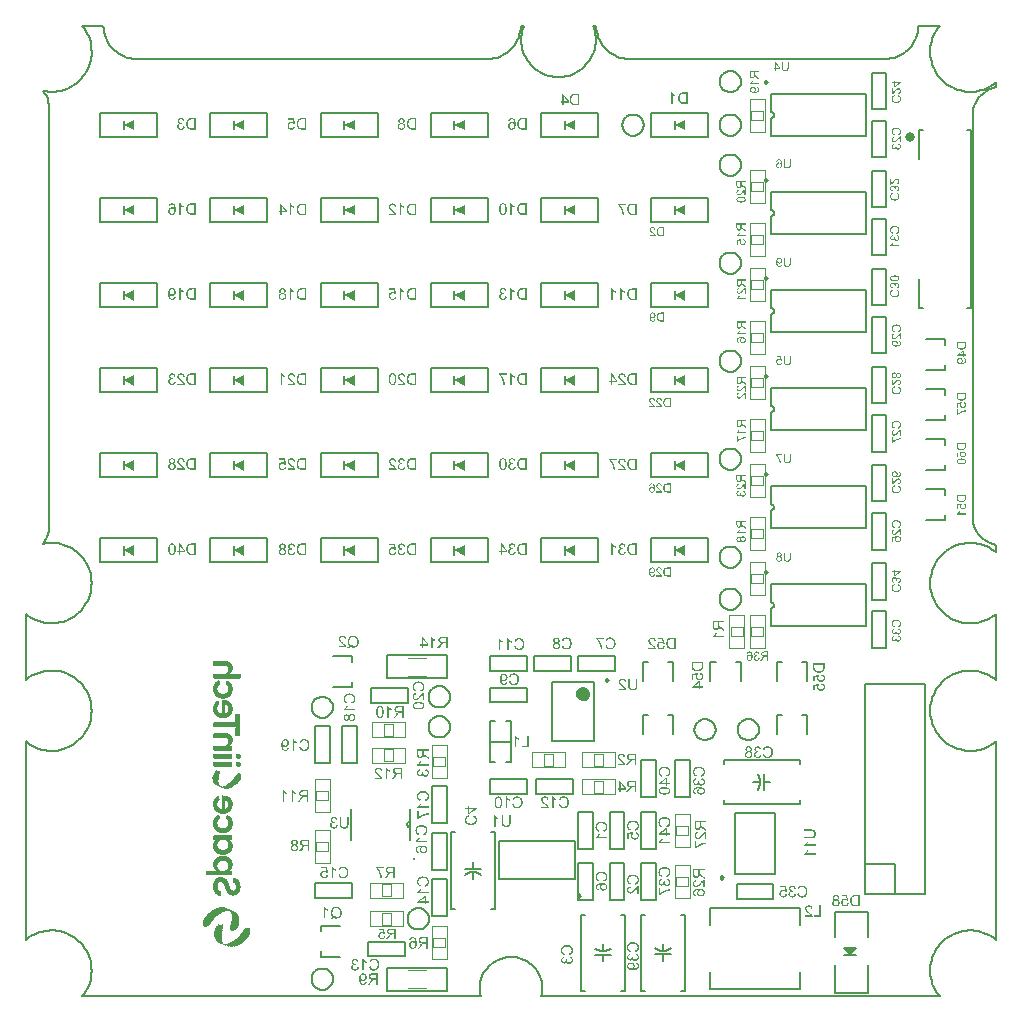
<source format=gbr>
G04*
G04 #@! TF.GenerationSoftware,Altium Limited,Altium Designer,24.1.2 (44)*
G04*
G04 Layer_Color=32896*
%FSLAX44Y44*%
%MOMM*%
G71*
G04*
G04 #@! TF.SameCoordinates,1AC9159D-62F3-4322-B3E1-BEE9EAD309C0*
G04*
G04*
G04 #@! TF.FilePolarity,Positive*
G04*
G01*
G75*
%ADD10C,0.2000*%
%ADD12C,0.1500*%
%ADD29C,0.6000*%
%ADD116C,0.2500*%
%ADD117C,0.1524*%
%ADD118C,0.2540*%
%ADD119C,0.1270*%
%ADD120C,0.5080*%
%ADD121C,0.1000*%
%ADD122C,0.1016*%
G36*
X181535Y184165D02*
X182688D01*
Y184069D01*
X183264D01*
Y183973D01*
X183552D01*
Y183877D01*
X184128D01*
Y183781D01*
X184321D01*
Y183685D01*
X184705D01*
Y183589D01*
X184897D01*
Y183493D01*
X185089D01*
Y183396D01*
X185377D01*
Y183300D01*
X185569D01*
Y183204D01*
X185761D01*
Y183108D01*
X185953D01*
Y183012D01*
X186049D01*
Y182916D01*
X186241D01*
Y182820D01*
X186337D01*
Y182724D01*
X186529D01*
Y182628D01*
X186625D01*
Y182532D01*
X186817D01*
Y182436D01*
X186913D01*
Y182340D01*
X187010D01*
Y182244D01*
X187201D01*
Y182052D01*
X187394D01*
Y181956D01*
X187490D01*
Y181764D01*
X187682D01*
Y181572D01*
X187778D01*
Y181476D01*
X187874D01*
Y181380D01*
X187970D01*
Y181284D01*
X188066D01*
Y181188D01*
X188162D01*
Y180996D01*
X188258D01*
Y180900D01*
X188354D01*
Y180707D01*
X188450D01*
Y180515D01*
X188546D01*
Y180323D01*
X188642D01*
Y180131D01*
X188738D01*
Y179939D01*
X188834D01*
Y179651D01*
X188930D01*
Y179459D01*
X189026D01*
Y179171D01*
X189122D01*
Y178787D01*
X189218D01*
Y178403D01*
X189314D01*
Y177442D01*
X189410D01*
Y176002D01*
X189314D01*
Y174945D01*
X189218D01*
Y174657D01*
X189122D01*
Y174177D01*
X189026D01*
Y173889D01*
X188930D01*
Y173697D01*
X188834D01*
Y173313D01*
X188738D01*
Y173217D01*
X188642D01*
Y172833D01*
X188546D01*
Y172737D01*
X188450D01*
Y172545D01*
X188354D01*
Y172353D01*
X188258D01*
Y172257D01*
X188162D01*
Y172064D01*
X188066D01*
Y171872D01*
X187970D01*
Y171776D01*
X187874D01*
Y171680D01*
X187778D01*
Y171584D01*
X187682D01*
Y171392D01*
X187586D01*
Y171296D01*
X187490D01*
Y171200D01*
X187394D01*
Y171104D01*
X187298D01*
Y171008D01*
X187201D01*
Y170912D01*
X187106D01*
Y170816D01*
X187010D01*
Y170720D01*
X186913D01*
Y170624D01*
X186817D01*
Y170528D01*
X186625D01*
Y170432D01*
X186529D01*
Y170336D01*
X186433D01*
Y170240D01*
X186337D01*
Y170144D01*
X186145D01*
Y170048D01*
X185953D01*
Y169952D01*
X185857D01*
Y169856D01*
X185665D01*
Y169760D01*
X185569D01*
Y169664D01*
X185377D01*
Y169568D01*
X185089D01*
Y169471D01*
X184897D01*
Y169375D01*
X184609D01*
Y169279D01*
X184513D01*
Y169183D01*
X184032D01*
Y169087D01*
X183744D01*
Y168991D01*
X183456D01*
Y168895D01*
X182784D01*
Y168799D01*
X182208D01*
Y168703D01*
X180095D01*
Y168799D01*
X179519D01*
Y168895D01*
X178847D01*
Y168991D01*
X178559D01*
Y169087D01*
X178270D01*
Y169183D01*
X177886D01*
Y169279D01*
X177694D01*
Y169375D01*
X177310D01*
Y169471D01*
X177214D01*
Y169568D01*
X177022D01*
Y169664D01*
X176734D01*
Y169760D01*
X176638D01*
Y169856D01*
X176446D01*
Y169952D01*
X176350D01*
Y170048D01*
X176158D01*
Y170144D01*
X175966D01*
Y170240D01*
X175870D01*
Y170336D01*
X175774D01*
Y170432D01*
X175677D01*
Y170528D01*
X175485D01*
Y170720D01*
X175293D01*
Y170816D01*
X175197D01*
Y170912D01*
X175101D01*
Y171008D01*
X175005D01*
Y171104D01*
X174909D01*
Y171200D01*
X174813D01*
Y171392D01*
X174717D01*
Y171488D01*
X174621D01*
Y171584D01*
X174525D01*
Y171680D01*
X174429D01*
Y171776D01*
X174333D01*
Y171968D01*
X174237D01*
Y172064D01*
X174141D01*
Y172257D01*
X174045D01*
Y172353D01*
X173949D01*
Y172545D01*
X173853D01*
Y172737D01*
X173757D01*
Y172833D01*
X173661D01*
Y173217D01*
X173565D01*
Y173313D01*
X173469D01*
Y173697D01*
X173373D01*
Y173889D01*
X173277D01*
Y174273D01*
X173181D01*
Y174753D01*
X173085D01*
Y175042D01*
X172988D01*
Y178403D01*
X173085D01*
Y178691D01*
X173181D01*
Y179267D01*
X173277D01*
Y179459D01*
X173373D01*
Y179747D01*
X173469D01*
Y180035D01*
X173565D01*
Y180227D01*
X173661D01*
Y180515D01*
X173757D01*
Y180611D01*
X173853D01*
Y180804D01*
X173949D01*
Y180996D01*
X174045D01*
Y181188D01*
X174141D01*
Y181380D01*
X174237D01*
Y181476D01*
X174333D01*
Y181572D01*
X174429D01*
Y181764D01*
X174525D01*
Y181860D01*
X174621D01*
Y181956D01*
X174717D01*
Y182052D01*
X174813D01*
Y182148D01*
X174909D01*
Y182244D01*
X175005D01*
Y182436D01*
X175101D01*
Y182532D01*
X175293D01*
Y182628D01*
X175389D01*
Y182724D01*
X175485D01*
Y182820D01*
X175581D01*
Y182916D01*
X175774D01*
Y183012D01*
X175870D01*
Y183108D01*
X175966D01*
Y183204D01*
X176158D01*
Y183300D01*
X176254D01*
Y183396D01*
X176446D01*
Y183493D01*
X176542D01*
Y183589D01*
X176734D01*
Y183685D01*
X177022D01*
Y183781D01*
X177310D01*
Y183685D01*
X177406D01*
Y183589D01*
X177502D01*
Y183300D01*
X177598D01*
Y183012D01*
X177694D01*
Y182820D01*
X177790D01*
Y182436D01*
X177886D01*
Y182244D01*
X177982D01*
Y181860D01*
X178078D01*
Y181668D01*
X178174D01*
Y181476D01*
X178270D01*
Y181092D01*
X178366D01*
Y180804D01*
X178462D01*
Y180707D01*
X178366D01*
Y180515D01*
X178270D01*
Y180227D01*
X178078D01*
Y180131D01*
X177982D01*
Y180035D01*
X177886D01*
Y179939D01*
X177790D01*
Y179843D01*
X177694D01*
Y179747D01*
X177502D01*
Y179651D01*
X177406D01*
Y179555D01*
X177310D01*
Y179363D01*
X177214D01*
Y179267D01*
X177118D01*
Y179171D01*
X177022D01*
Y178979D01*
X176926D01*
Y178787D01*
X176830D01*
Y178595D01*
X176734D01*
Y178403D01*
X176638D01*
Y177922D01*
X176542D01*
Y177634D01*
X176446D01*
Y175906D01*
X176542D01*
Y175618D01*
X176638D01*
Y175234D01*
X176734D01*
Y175138D01*
X176830D01*
Y174849D01*
X176926D01*
Y174753D01*
X177022D01*
Y174561D01*
X177118D01*
Y174465D01*
X177214D01*
Y174369D01*
X177310D01*
Y174273D01*
X177406D01*
Y174177D01*
X177502D01*
Y174081D01*
X177598D01*
Y173985D01*
X177694D01*
Y173889D01*
X177790D01*
Y173793D01*
X177886D01*
Y173697D01*
X178078D01*
Y173601D01*
X178174D01*
Y173505D01*
X178462D01*
Y173409D01*
X178559D01*
Y173313D01*
X178750D01*
Y173217D01*
X179039D01*
Y173121D01*
X179231D01*
Y173025D01*
X179903D01*
Y173121D01*
X179999D01*
Y183781D01*
X179903D01*
Y183973D01*
X179999D01*
Y184069D01*
X180095D01*
Y184165D01*
X180191D01*
Y184261D01*
X181535D01*
Y184165D01*
D02*
G37*
G36*
X178078Y167839D02*
X178174D01*
Y167647D01*
X178270D01*
Y167071D01*
X178366D01*
Y166783D01*
X178462D01*
Y166206D01*
X178559D01*
Y166014D01*
X178654D01*
Y165534D01*
X178750D01*
Y165054D01*
X178847D01*
Y164574D01*
X178750D01*
Y164382D01*
X178654D01*
Y164286D01*
X178559D01*
Y164190D01*
X178462D01*
Y164094D01*
X178270D01*
Y163998D01*
X178174D01*
Y163902D01*
X177982D01*
Y163806D01*
X177886D01*
Y163710D01*
X177790D01*
Y163613D01*
X177598D01*
Y163517D01*
X177502D01*
Y163421D01*
X177406D01*
Y163229D01*
X177310D01*
Y163133D01*
X177214D01*
Y163037D01*
X177118D01*
Y162845D01*
X177022D01*
Y162653D01*
X176926D01*
Y162557D01*
X176830D01*
Y162173D01*
X176734D01*
Y161981D01*
X176638D01*
Y161405D01*
X176542D01*
Y160828D01*
X176446D01*
Y160636D01*
X176542D01*
Y159964D01*
X176638D01*
Y159388D01*
X176734D01*
Y159196D01*
X176830D01*
Y158812D01*
X176926D01*
Y158716D01*
X177022D01*
Y158524D01*
X177118D01*
Y158332D01*
X177214D01*
Y158236D01*
X177310D01*
Y158043D01*
X177406D01*
Y157947D01*
X177502D01*
Y157851D01*
X177598D01*
Y157755D01*
X177694D01*
Y157659D01*
X177790D01*
Y157563D01*
X177886D01*
Y157467D01*
X177982D01*
Y157371D01*
X178174D01*
Y157275D01*
X178270D01*
Y157179D01*
X178462D01*
Y157083D01*
X178559D01*
Y156987D01*
X178750D01*
Y156891D01*
X179039D01*
Y156795D01*
X179231D01*
Y156699D01*
X179615D01*
Y156603D01*
X179903D01*
Y156507D01*
X180479D01*
Y156411D01*
X181824D01*
Y156507D01*
X182400D01*
Y156603D01*
X182688D01*
Y156699D01*
X183168D01*
Y156795D01*
X183264D01*
Y156891D01*
X183552D01*
Y156987D01*
X183744D01*
Y157083D01*
X183936D01*
Y157179D01*
X184032D01*
Y157275D01*
X184224D01*
Y157371D01*
X184321D01*
Y157467D01*
X184417D01*
Y157563D01*
X184513D01*
Y157659D01*
X184705D01*
Y157851D01*
X184801D01*
Y157947D01*
X184897D01*
Y158043D01*
X184993D01*
Y158236D01*
X185089D01*
Y158332D01*
X185185D01*
Y158524D01*
X185281D01*
Y158620D01*
X185377D01*
Y158812D01*
X185473D01*
Y159100D01*
X185569D01*
Y159292D01*
X185665D01*
Y159772D01*
X185761D01*
Y161021D01*
X185857D01*
Y161117D01*
X185761D01*
Y161405D01*
X185665D01*
Y162077D01*
X185569D01*
Y162269D01*
X185473D01*
Y162557D01*
X185377D01*
Y162749D01*
X185281D01*
Y162845D01*
X185185D01*
Y163037D01*
X185089D01*
Y163133D01*
X184993D01*
Y163325D01*
X184897D01*
Y163421D01*
X184705D01*
Y163613D01*
X184513D01*
Y163806D01*
X184321D01*
Y163902D01*
X184224D01*
Y163998D01*
X184128D01*
Y164094D01*
X183840D01*
Y164190D01*
X183744D01*
Y164382D01*
X183648D01*
Y164574D01*
X183552D01*
Y165054D01*
X183648D01*
Y165342D01*
X183744D01*
Y165630D01*
X183840D01*
Y166014D01*
X183936D01*
Y166302D01*
X184032D01*
Y166783D01*
X184128D01*
Y166975D01*
X184224D01*
Y167359D01*
X184321D01*
Y167551D01*
X184417D01*
Y167647D01*
X184993D01*
Y167551D01*
X185185D01*
Y167455D01*
X185473D01*
Y167359D01*
X185569D01*
Y167263D01*
X185857D01*
Y167167D01*
X185953D01*
Y167071D01*
X186145D01*
Y166975D01*
X186337D01*
Y166879D01*
X186433D01*
Y166783D01*
X186625D01*
Y166686D01*
X186721D01*
Y166590D01*
X186913D01*
Y166495D01*
X187010D01*
Y166398D01*
X187106D01*
Y166302D01*
X187201D01*
Y166206D01*
X187298D01*
Y166110D01*
X187394D01*
Y166014D01*
X187490D01*
Y165918D01*
X187586D01*
Y165822D01*
X187682D01*
Y165726D01*
X187778D01*
Y165630D01*
X187874D01*
Y165534D01*
X187970D01*
Y165342D01*
X188066D01*
Y165246D01*
X188162D01*
Y165054D01*
X188258D01*
Y164958D01*
X188354D01*
Y164766D01*
X188450D01*
Y164574D01*
X188546D01*
Y164478D01*
X188642D01*
Y164190D01*
X188738D01*
Y163998D01*
X188834D01*
Y163710D01*
X188930D01*
Y163517D01*
X189026D01*
Y163133D01*
X189122D01*
Y162653D01*
X189218D01*
Y162269D01*
X189314D01*
Y161309D01*
X189410D01*
Y159772D01*
X189314D01*
Y158716D01*
X189218D01*
Y158332D01*
X189122D01*
Y157947D01*
X189026D01*
Y157563D01*
X188930D01*
Y157371D01*
X188834D01*
Y156987D01*
X188738D01*
Y156795D01*
X188642D01*
Y156603D01*
X188546D01*
Y156411D01*
X188450D01*
Y156219D01*
X188354D01*
Y156027D01*
X188258D01*
Y155931D01*
X188162D01*
Y155739D01*
X188066D01*
Y155547D01*
X187970D01*
Y155451D01*
X187874D01*
Y155354D01*
X187778D01*
Y155259D01*
X187682D01*
Y155066D01*
X187586D01*
Y154970D01*
X187490D01*
Y154874D01*
X187394D01*
Y154682D01*
X187201D01*
Y154490D01*
X187010D01*
Y154394D01*
X186913D01*
Y154298D01*
X186817D01*
Y154202D01*
X186721D01*
Y154106D01*
X186625D01*
Y154010D01*
X186433D01*
Y153914D01*
X186337D01*
Y153818D01*
X186241D01*
Y153722D01*
X186049D01*
Y153626D01*
X185953D01*
Y153530D01*
X185761D01*
Y153434D01*
X185569D01*
Y153338D01*
X185473D01*
Y153242D01*
X185185D01*
Y153146D01*
X184993D01*
Y153050D01*
X184705D01*
Y152954D01*
X184513D01*
Y152858D01*
X184224D01*
Y152762D01*
X183936D01*
Y152666D01*
X183648D01*
Y152570D01*
X183072D01*
Y152473D01*
X182688D01*
Y152378D01*
X179615D01*
Y152473D01*
X179231D01*
Y152570D01*
X178654D01*
Y152666D01*
X178462D01*
Y152762D01*
X177982D01*
Y152858D01*
X177790D01*
Y152954D01*
X177598D01*
Y153050D01*
X177310D01*
Y153146D01*
X177118D01*
Y153242D01*
X176926D01*
Y153338D01*
X176734D01*
Y153434D01*
X176542D01*
Y153530D01*
X176350D01*
Y153626D01*
X176254D01*
Y153722D01*
X176062D01*
Y153818D01*
X175966D01*
Y153914D01*
X175870D01*
Y154010D01*
X175774D01*
Y154106D01*
X175581D01*
Y154202D01*
X175485D01*
Y154298D01*
X175389D01*
Y154394D01*
X175293D01*
Y154490D01*
X175197D01*
Y154586D01*
X175101D01*
Y154682D01*
X175005D01*
Y154778D01*
X174909D01*
Y154874D01*
X174813D01*
Y154970D01*
X174717D01*
Y155066D01*
X174621D01*
Y155259D01*
X174525D01*
Y155354D01*
X174429D01*
Y155451D01*
X174333D01*
Y155643D01*
X174237D01*
Y155739D01*
X174141D01*
Y155931D01*
X174045D01*
Y156027D01*
X173949D01*
Y156219D01*
X173853D01*
Y156411D01*
X173757D01*
Y156603D01*
X173661D01*
Y156891D01*
X173565D01*
Y157083D01*
X173469D01*
Y157371D01*
X173373D01*
Y157659D01*
X173277D01*
Y157947D01*
X173181D01*
Y158428D01*
X173085D01*
Y158812D01*
X172988D01*
Y158908D01*
Y159004D01*
Y162173D01*
X173085D01*
Y162557D01*
X173181D01*
Y163133D01*
X173277D01*
Y163421D01*
X173373D01*
Y163613D01*
X173469D01*
Y163998D01*
X173565D01*
Y164190D01*
X173661D01*
Y164478D01*
X173757D01*
Y164574D01*
X173853D01*
Y164766D01*
X173949D01*
Y164958D01*
X174045D01*
Y165054D01*
X174141D01*
Y165246D01*
X174237D01*
Y165342D01*
X174333D01*
Y165534D01*
X174429D01*
Y165630D01*
X174525D01*
Y165726D01*
X174621D01*
Y165918D01*
X174813D01*
Y166110D01*
X174909D01*
Y166206D01*
X175005D01*
Y166302D01*
X175101D01*
Y166398D01*
X175197D01*
Y166495D01*
X175293D01*
Y166590D01*
X175485D01*
Y166686D01*
X175581D01*
Y166783D01*
X175677D01*
Y166879D01*
X175774D01*
Y166975D01*
X175966D01*
Y167071D01*
X176158D01*
Y167167D01*
X176254D01*
Y167263D01*
X176446D01*
Y167359D01*
X176542D01*
Y167455D01*
X176734D01*
Y167551D01*
X176926D01*
Y167647D01*
X177022D01*
Y167743D01*
X177406D01*
Y167839D01*
X177502D01*
Y167935D01*
X178078D01*
Y167839D01*
D02*
G37*
G36*
X188834Y150361D02*
X189026D01*
Y150169D01*
X189122D01*
Y147000D01*
X189026D01*
Y146807D01*
X188834D01*
Y146712D01*
X187874D01*
Y146615D01*
X187201D01*
Y146327D01*
X187394D01*
Y146231D01*
X187490D01*
Y146135D01*
X187586D01*
Y146039D01*
X187682D01*
Y145943D01*
X187778D01*
Y145847D01*
X187874D01*
Y145751D01*
X187970D01*
Y145655D01*
X188066D01*
Y145559D01*
X188162D01*
Y145367D01*
X188258D01*
Y145175D01*
X188354D01*
Y145079D01*
X188450D01*
Y144887D01*
X188546D01*
Y144791D01*
X188642D01*
Y144599D01*
X188738D01*
Y144407D01*
X188834D01*
Y144119D01*
X188930D01*
Y143926D01*
X189026D01*
Y143638D01*
X189122D01*
Y143254D01*
X189218D01*
Y142966D01*
X189314D01*
Y142102D01*
X189410D01*
Y140853D01*
X189314D01*
Y139797D01*
X189218D01*
Y139509D01*
X189122D01*
Y139125D01*
X189026D01*
Y138837D01*
X188930D01*
Y138549D01*
X188834D01*
Y138260D01*
X188738D01*
Y138164D01*
X188642D01*
Y137876D01*
X188546D01*
Y137684D01*
X188450D01*
Y137588D01*
X188354D01*
Y137396D01*
X188258D01*
Y137300D01*
X188162D01*
Y137108D01*
X188066D01*
Y137012D01*
X187970D01*
Y136916D01*
X187874D01*
Y136724D01*
X187778D01*
Y136628D01*
X187682D01*
Y136532D01*
X187586D01*
Y136436D01*
X187490D01*
Y136340D01*
X187394D01*
Y136244D01*
X187298D01*
Y136148D01*
X187201D01*
Y136052D01*
X187106D01*
Y135956D01*
X187010D01*
Y135860D01*
X186913D01*
Y135764D01*
X186721D01*
Y135668D01*
X186625D01*
Y135571D01*
X186529D01*
Y135476D01*
X186337D01*
Y135379D01*
X186241D01*
Y135283D01*
X186049D01*
Y135187D01*
X185857D01*
Y135091D01*
X185665D01*
Y134995D01*
X185473D01*
Y134899D01*
X185377D01*
Y134803D01*
X184993D01*
Y134707D01*
X184897D01*
Y134611D01*
X184513D01*
Y134515D01*
X184321D01*
Y134419D01*
X183936D01*
Y134323D01*
X183552D01*
Y134227D01*
X183168D01*
Y134131D01*
X182112D01*
Y134035D01*
X180191D01*
Y134131D01*
X179135D01*
Y134227D01*
X178847D01*
Y134323D01*
X178366D01*
Y134419D01*
X178078D01*
Y134515D01*
X177790D01*
Y134611D01*
X177406D01*
Y134707D01*
X177310D01*
Y134803D01*
X177022D01*
Y134899D01*
X176830D01*
Y134995D01*
X176638D01*
Y135091D01*
X176446D01*
Y135187D01*
X176350D01*
Y135283D01*
X176062D01*
Y135379D01*
X175966D01*
Y135476D01*
X175870D01*
Y135571D01*
X175677D01*
Y135668D01*
X175581D01*
Y135764D01*
X175485D01*
Y135860D01*
X175389D01*
Y135956D01*
X175197D01*
Y136052D01*
X175101D01*
Y136148D01*
X175005D01*
Y136244D01*
X174909D01*
Y136340D01*
X174813D01*
Y136436D01*
X174717D01*
Y136532D01*
X174621D01*
Y136628D01*
X174525D01*
Y136724D01*
X174429D01*
Y136916D01*
X174333D01*
Y137012D01*
X174237D01*
Y137108D01*
X174141D01*
Y137300D01*
X174045D01*
Y137396D01*
X173949D01*
Y137588D01*
X173853D01*
Y137780D01*
X173757D01*
Y137876D01*
X173661D01*
Y138164D01*
X173565D01*
Y138260D01*
X173469D01*
Y138645D01*
X173373D01*
Y138837D01*
X173277D01*
Y139125D01*
X173181D01*
Y139605D01*
X173085D01*
Y139893D01*
X172988D01*
Y142870D01*
X173085D01*
Y143158D01*
X173181D01*
Y143638D01*
X173277D01*
Y143926D01*
X173373D01*
Y144119D01*
X173469D01*
Y144407D01*
X173565D01*
Y144503D01*
X173661D01*
Y144791D01*
X173757D01*
Y144887D01*
X173853D01*
Y145079D01*
X173949D01*
Y145175D01*
X174045D01*
Y145271D01*
X174141D01*
Y145463D01*
X174237D01*
Y145559D01*
X174333D01*
Y145751D01*
X174429D01*
Y145847D01*
X174525D01*
Y145943D01*
X174621D01*
Y146039D01*
X174717D01*
Y146135D01*
X174813D01*
Y146231D01*
X174909D01*
Y146327D01*
X175101D01*
Y146615D01*
X174429D01*
Y146712D01*
X173469D01*
Y146807D01*
X173277D01*
Y146903D01*
X173181D01*
Y150169D01*
X173277D01*
Y150265D01*
X173373D01*
Y150361D01*
X173469D01*
Y150457D01*
X188834D01*
Y150361D01*
D02*
G37*
G36*
X180863Y132979D02*
X182784D01*
Y132883D01*
X183360D01*
Y132787D01*
X183648D01*
Y132690D01*
X184128D01*
Y132594D01*
X184321D01*
Y132498D01*
X184705D01*
Y132402D01*
X184897D01*
Y132306D01*
X185185D01*
Y132210D01*
X185377D01*
Y132114D01*
X185473D01*
Y132018D01*
X185761D01*
Y131922D01*
X185953D01*
Y131826D01*
X186145D01*
Y131730D01*
X186241D01*
Y131634D01*
X186337D01*
Y131538D01*
X186529D01*
Y131442D01*
X186625D01*
Y131346D01*
X186817D01*
Y131250D01*
X186913D01*
Y131154D01*
X187010D01*
Y131058D01*
X187201D01*
Y130962D01*
X187298D01*
Y130866D01*
X187394D01*
Y130770D01*
X187490D01*
Y130674D01*
X187586D01*
Y130578D01*
X187682D01*
Y130386D01*
X187778D01*
Y130290D01*
X187874D01*
Y130194D01*
X187970D01*
Y130002D01*
X188066D01*
Y129906D01*
X188162D01*
Y129810D01*
X188258D01*
Y129617D01*
X188354D01*
Y129425D01*
X188450D01*
Y129329D01*
X188546D01*
Y129137D01*
X188642D01*
Y128945D01*
X188738D01*
Y128753D01*
X188834D01*
Y128465D01*
X188930D01*
Y128273D01*
X189026D01*
Y127985D01*
X189122D01*
Y127601D01*
X189218D01*
Y127217D01*
X189314D01*
Y126256D01*
X189410D01*
Y125008D01*
X189314D01*
Y124143D01*
X189218D01*
Y123759D01*
X189122D01*
Y123375D01*
X189026D01*
Y123183D01*
X188930D01*
Y122991D01*
X188834D01*
Y122607D01*
X188738D01*
Y122511D01*
X188642D01*
Y122319D01*
X188546D01*
Y122127D01*
X188450D01*
Y122031D01*
X188354D01*
Y121839D01*
X188258D01*
Y121743D01*
X188162D01*
Y121551D01*
X188066D01*
Y121454D01*
X187970D01*
Y121358D01*
X187874D01*
Y121263D01*
X187778D01*
Y121166D01*
X187682D01*
Y120974D01*
X187490D01*
Y120878D01*
X187394D01*
Y120782D01*
X187298D01*
Y120686D01*
X187201D01*
Y120494D01*
X187298D01*
Y120398D01*
X187778D01*
Y120302D01*
X188354D01*
Y120398D01*
X188450D01*
Y120302D01*
X189026D01*
Y120110D01*
X189122D01*
Y116941D01*
X189026D01*
Y116749D01*
X188930D01*
Y116653D01*
X166650D01*
Y116749D01*
X166554D01*
Y120494D01*
X166746D01*
Y120590D01*
X175005D01*
Y120686D01*
X174909D01*
Y120878D01*
X174813D01*
Y120974D01*
X174717D01*
Y121070D01*
X174621D01*
Y121166D01*
X174525D01*
Y121263D01*
X174429D01*
Y121358D01*
X174333D01*
Y121454D01*
X174237D01*
Y121551D01*
X174141D01*
Y121743D01*
X174045D01*
Y121839D01*
X173949D01*
Y122031D01*
X173853D01*
Y122223D01*
X173757D01*
Y122319D01*
X173661D01*
Y122511D01*
X173565D01*
Y122703D01*
X173469D01*
Y122991D01*
X173373D01*
Y123183D01*
X173277D01*
Y123471D01*
X173181D01*
Y123951D01*
X173085D01*
Y124143D01*
X172988D01*
Y127121D01*
X173085D01*
Y127505D01*
X173181D01*
Y127889D01*
X173277D01*
Y128177D01*
X173373D01*
Y128465D01*
X173469D01*
Y128753D01*
X173565D01*
Y128849D01*
X173661D01*
Y129137D01*
X173757D01*
Y129329D01*
X173853D01*
Y129425D01*
X173949D01*
Y129617D01*
X174045D01*
Y129713D01*
X174141D01*
Y129906D01*
X174237D01*
Y130002D01*
X174333D01*
Y130194D01*
X174429D01*
Y130290D01*
X174525D01*
Y130386D01*
X174621D01*
Y130482D01*
X174717D01*
Y130578D01*
X174813D01*
Y130674D01*
X174909D01*
Y130770D01*
X175005D01*
Y130866D01*
X175101D01*
Y130962D01*
X175197D01*
Y131058D01*
X175293D01*
Y131154D01*
X175389D01*
Y131250D01*
X175485D01*
Y131346D01*
X175677D01*
Y131442D01*
X175774D01*
Y131538D01*
X175966D01*
Y131634D01*
X176062D01*
Y131730D01*
X176254D01*
Y131826D01*
X176350D01*
Y131922D01*
X176542D01*
Y132018D01*
X176734D01*
Y132114D01*
X176926D01*
Y132210D01*
X177214D01*
Y132306D01*
X177406D01*
Y132402D01*
X177598D01*
Y132498D01*
X177982D01*
Y132594D01*
X178174D01*
Y132690D01*
X178654D01*
Y132787D01*
X178943D01*
Y132883D01*
X179519D01*
Y132979D01*
X180767D01*
Y133075D01*
X180863D01*
Y132979D01*
D02*
G37*
G36*
X180095Y115020D02*
X180767D01*
Y114924D01*
X181343D01*
Y114828D01*
X181535D01*
Y114732D01*
X181920D01*
Y114636D01*
X182112D01*
Y114540D01*
X182400D01*
Y114444D01*
X182496D01*
Y114348D01*
X182688D01*
Y114252D01*
X182880D01*
Y114156D01*
X182976D01*
Y114060D01*
X183168D01*
Y113964D01*
X183264D01*
Y113868D01*
X183360D01*
Y113772D01*
X183552D01*
Y113676D01*
X183648D01*
Y113580D01*
X183744D01*
Y113484D01*
X183840D01*
Y113388D01*
X183936D01*
Y113292D01*
X184032D01*
Y113196D01*
X184128D01*
Y113100D01*
X184224D01*
Y112907D01*
X184321D01*
Y112811D01*
X184417D01*
Y112715D01*
X184513D01*
Y112619D01*
X184609D01*
Y112427D01*
X184705D01*
Y112235D01*
X184801D01*
Y112139D01*
X184897D01*
Y111947D01*
X184993D01*
Y111851D01*
X185089D01*
Y111659D01*
X185185D01*
Y111467D01*
X185281D01*
Y111371D01*
X185377D01*
Y111083D01*
X185473D01*
Y110891D01*
X185569D01*
Y110699D01*
X185665D01*
Y110411D01*
X185761D01*
Y110315D01*
X185857D01*
Y109930D01*
X185953D01*
Y109738D01*
X186049D01*
Y109354D01*
X186145D01*
Y109162D01*
X186241D01*
Y108874D01*
X186337D01*
Y108490D01*
X186433D01*
Y108298D01*
X186529D01*
Y107914D01*
X186625D01*
Y107722D01*
X186721D01*
Y107434D01*
X186817D01*
Y107049D01*
X186913D01*
Y106953D01*
X187010D01*
Y106569D01*
X187106D01*
Y106473D01*
X187201D01*
Y106089D01*
X187298D01*
Y105993D01*
X187394D01*
Y105801D01*
X187490D01*
Y105513D01*
X187586D01*
Y105417D01*
X187682D01*
Y105129D01*
X187778D01*
Y105033D01*
X187874D01*
Y104937D01*
X187970D01*
Y104745D01*
X188066D01*
Y104649D01*
X188162D01*
Y104553D01*
X188258D01*
Y104457D01*
X188354D01*
Y104361D01*
X188450D01*
Y104264D01*
X188546D01*
Y104168D01*
X188642D01*
Y104072D01*
X188834D01*
Y103976D01*
X188930D01*
Y103880D01*
X189218D01*
Y103784D01*
X189410D01*
Y103688D01*
X190467D01*
Y103784D01*
X190659D01*
Y103880D01*
X190851D01*
Y103976D01*
X190947D01*
Y104072D01*
X191139D01*
Y104168D01*
X191235D01*
Y104264D01*
X191331D01*
Y104361D01*
X191427D01*
Y104553D01*
X191523D01*
Y104649D01*
X191619D01*
Y104841D01*
X191715D01*
Y105033D01*
X191811D01*
Y105225D01*
X191907D01*
Y105609D01*
X192003D01*
Y105993D01*
X192099D01*
Y107818D01*
X192003D01*
Y108106D01*
X191907D01*
Y108490D01*
X191811D01*
Y108682D01*
X191715D01*
Y108874D01*
X191619D01*
Y109066D01*
X191523D01*
Y109162D01*
X191427D01*
Y109354D01*
X191331D01*
Y109450D01*
X191235D01*
Y109546D01*
X191139D01*
Y109642D01*
X191043D01*
Y109738D01*
X190851D01*
Y109834D01*
X190755D01*
Y109930D01*
X190563D01*
Y110027D01*
X190467D01*
Y110122D01*
X190275D01*
Y110219D01*
X190083D01*
Y110315D01*
X189986D01*
Y110411D01*
X189698D01*
Y110507D01*
X189506D01*
Y110603D01*
X189410D01*
Y110699D01*
X189314D01*
Y111275D01*
X189410D01*
Y111563D01*
X189506D01*
Y111947D01*
X189602D01*
Y112427D01*
X189698D01*
Y112619D01*
X189794D01*
Y113196D01*
X189890D01*
Y113388D01*
X189986D01*
Y113868D01*
X190083D01*
Y114252D01*
X190179D01*
Y114444D01*
X190275D01*
Y114636D01*
X190851D01*
Y114540D01*
X191139D01*
Y114444D01*
X191427D01*
Y114348D01*
X191619D01*
Y114252D01*
X191907D01*
Y114156D01*
X192003D01*
Y114060D01*
X192291D01*
Y113964D01*
X192483D01*
Y113868D01*
X192579D01*
Y113772D01*
X192771D01*
Y113676D01*
X192964D01*
Y113580D01*
X193156D01*
Y113484D01*
X193252D01*
Y113388D01*
X193348D01*
Y113292D01*
X193444D01*
Y113196D01*
X193540D01*
Y113100D01*
X193732D01*
Y113004D01*
X193828D01*
Y112907D01*
X193924D01*
Y112811D01*
X194020D01*
Y112715D01*
X194116D01*
Y112619D01*
X194212D01*
Y112523D01*
X194308D01*
Y112427D01*
X194404D01*
Y112235D01*
X194500D01*
Y112139D01*
X194596D01*
Y112043D01*
X194692D01*
Y111947D01*
X194788D01*
Y111755D01*
X194884D01*
Y111563D01*
X194980D01*
Y111467D01*
X195076D01*
Y111275D01*
X195172D01*
Y111179D01*
X195268D01*
Y110891D01*
X195364D01*
Y110699D01*
X195460D01*
Y110507D01*
X195557D01*
Y110219D01*
X195653D01*
Y110027D01*
X195749D01*
Y109546D01*
X195845D01*
Y109258D01*
X195941D01*
Y108778D01*
X196037D01*
Y107914D01*
X196133D01*
Y105993D01*
X196037D01*
Y105225D01*
X195941D01*
Y104649D01*
X195845D01*
Y104457D01*
X195749D01*
Y103976D01*
X195653D01*
Y103784D01*
X195557D01*
Y103496D01*
X195460D01*
Y103208D01*
X195364D01*
Y103016D01*
X195268D01*
Y102824D01*
X195172D01*
Y102728D01*
X195076D01*
Y102440D01*
X194980D01*
Y102344D01*
X194884D01*
Y102152D01*
X194788D01*
Y102056D01*
X194692D01*
Y101960D01*
X194596D01*
Y101768D01*
X194500D01*
Y101672D01*
X194404D01*
Y101575D01*
X194308D01*
Y101383D01*
X194212D01*
Y101287D01*
X194116D01*
Y101191D01*
X194020D01*
Y101095D01*
X193924D01*
Y100999D01*
X193828D01*
Y100903D01*
X193732D01*
Y100807D01*
X193636D01*
Y100711D01*
X193444D01*
Y100615D01*
X193348D01*
Y100519D01*
X193252D01*
Y100423D01*
X193060D01*
Y100327D01*
X192964D01*
Y100231D01*
X192771D01*
Y100135D01*
X192675D01*
Y100039D01*
X192387D01*
Y99943D01*
X192195D01*
Y99847D01*
X192003D01*
Y99751D01*
X191715D01*
Y99655D01*
X191523D01*
Y99559D01*
X190947D01*
Y99463D01*
X190467D01*
Y99367D01*
X189218D01*
Y99463D01*
X188642D01*
Y99559D01*
X188162D01*
Y99655D01*
X187970D01*
Y99751D01*
X187586D01*
Y99847D01*
X187394D01*
Y99943D01*
X187201D01*
Y100039D01*
X186913D01*
Y100135D01*
X186817D01*
Y100231D01*
X186625D01*
Y100327D01*
X186529D01*
Y100423D01*
X186337D01*
Y100519D01*
X186241D01*
Y100615D01*
X186145D01*
Y100711D01*
X185953D01*
Y100807D01*
X185857D01*
Y100903D01*
X185761D01*
Y100999D01*
X185665D01*
Y101095D01*
X185569D01*
Y101191D01*
X185473D01*
Y101287D01*
X185377D01*
Y101383D01*
X185281D01*
Y101480D01*
X185185D01*
Y101672D01*
X185089D01*
Y101768D01*
X184993D01*
Y101864D01*
X184897D01*
Y101960D01*
X184801D01*
Y102152D01*
X184705D01*
Y102248D01*
X184609D01*
Y102440D01*
X184513D01*
Y102632D01*
X184417D01*
Y102728D01*
X184321D01*
Y102920D01*
X184224D01*
Y103112D01*
X184128D01*
Y103208D01*
X184032D01*
Y103496D01*
X183936D01*
Y103592D01*
X183840D01*
Y103880D01*
X183744D01*
Y104072D01*
X183648D01*
Y104264D01*
X183552D01*
Y104553D01*
X183456D01*
Y104745D01*
X183360D01*
Y105129D01*
X183264D01*
Y105321D01*
X183168D01*
Y105609D01*
X183072D01*
Y105897D01*
X182976D01*
Y106089D01*
X182880D01*
Y106473D01*
X182784D01*
Y106569D01*
X182688D01*
Y106953D01*
X182592D01*
Y107241D01*
X182496D01*
Y107434D01*
X182400D01*
Y107818D01*
X182304D01*
Y107914D01*
X182208D01*
Y108202D01*
X182112D01*
Y108394D01*
X182016D01*
Y108586D01*
X181920D01*
Y108778D01*
X181824D01*
Y108970D01*
X181728D01*
Y109162D01*
X181632D01*
Y109258D01*
X181535D01*
Y109450D01*
X181439D01*
Y109642D01*
X181343D01*
Y109738D01*
X181247D01*
Y109834D01*
X181151D01*
Y109930D01*
X181055D01*
Y110122D01*
X180863D01*
Y110219D01*
X180767D01*
Y110315D01*
X180671D01*
Y110411D01*
X180479D01*
Y110507D01*
X180383D01*
Y110603D01*
X180095D01*
Y110699D01*
X179903D01*
Y110795D01*
X178559D01*
Y110699D01*
X178366D01*
Y110603D01*
X178078D01*
Y110507D01*
X177982D01*
Y110411D01*
X177886D01*
Y110315D01*
X177790D01*
Y110219D01*
X177694D01*
Y110122D01*
X177598D01*
Y110027D01*
X177502D01*
Y109834D01*
X177406D01*
Y109738D01*
X177310D01*
Y109450D01*
X177214D01*
Y109354D01*
X177118D01*
Y108970D01*
X177022D01*
Y108682D01*
X176926D01*
Y108106D01*
X176830D01*
Y106185D01*
X176926D01*
Y105801D01*
X177022D01*
Y105513D01*
X177118D01*
Y105129D01*
X177214D01*
Y104937D01*
X177310D01*
Y104745D01*
X177406D01*
Y104553D01*
X177502D01*
Y104457D01*
X177598D01*
Y104264D01*
X177694D01*
Y104168D01*
X177790D01*
Y103976D01*
X177982D01*
Y103880D01*
X178078D01*
Y103688D01*
X178270D01*
Y103592D01*
X178366D01*
Y103496D01*
X178559D01*
Y103400D01*
X178654D01*
Y103304D01*
X178750D01*
Y103208D01*
X179039D01*
Y103112D01*
X179135D01*
Y103016D01*
X179327D01*
Y102920D01*
X179519D01*
Y102824D01*
X179711D01*
Y102728D01*
X179903D01*
Y102632D01*
X179999D01*
Y102152D01*
X179903D01*
Y101768D01*
X179807D01*
Y101383D01*
X179711D01*
Y100999D01*
X179615D01*
Y100423D01*
X179519D01*
Y100231D01*
X179423D01*
Y99655D01*
X179327D01*
Y99367D01*
X179231D01*
Y98983D01*
X179135D01*
Y98887D01*
X178366D01*
Y98983D01*
X178174D01*
Y99079D01*
X177886D01*
Y99175D01*
X177694D01*
Y99271D01*
X177502D01*
Y99367D01*
X177214D01*
Y99463D01*
X177118D01*
Y99559D01*
X176830D01*
Y99655D01*
X176734D01*
Y99751D01*
X176542D01*
Y99847D01*
X176350D01*
Y99943D01*
X176254D01*
Y100039D01*
X176062D01*
Y100135D01*
X175966D01*
Y100231D01*
X175870D01*
Y100327D01*
X175774D01*
Y100423D01*
X175581D01*
Y100519D01*
X175485D01*
Y100615D01*
X175389D01*
Y100711D01*
X175293D01*
Y100807D01*
X175197D01*
Y100903D01*
X175101D01*
Y100999D01*
X175005D01*
Y101095D01*
X174909D01*
Y101191D01*
X174813D01*
Y101287D01*
X174717D01*
Y101383D01*
X174621D01*
Y101480D01*
X174525D01*
Y101672D01*
X174429D01*
Y101768D01*
X174333D01*
Y101864D01*
X174237D01*
Y102056D01*
X174141D01*
Y102248D01*
X174045D01*
Y102344D01*
X173949D01*
Y102536D01*
X173853D01*
Y102632D01*
X173757D01*
Y102824D01*
X173661D01*
Y103112D01*
X173565D01*
Y103208D01*
X173469D01*
Y103592D01*
X173373D01*
Y103784D01*
X173277D01*
Y104072D01*
X173181D01*
Y104457D01*
X173085D01*
Y104745D01*
X172988D01*
Y105417D01*
X172892D01*
Y105993D01*
X172796D01*
Y108298D01*
X172892D01*
Y108970D01*
X172988D01*
Y109642D01*
X173085D01*
Y109834D01*
X173181D01*
Y110315D01*
X173277D01*
Y110603D01*
X173373D01*
Y110795D01*
X173469D01*
Y111179D01*
X173565D01*
Y111275D01*
X173661D01*
Y111563D01*
X173757D01*
Y111659D01*
X173853D01*
Y111851D01*
X173949D01*
Y112043D01*
X174045D01*
Y112139D01*
X174141D01*
Y112427D01*
X174237D01*
Y112523D01*
X174333D01*
Y112619D01*
X174429D01*
Y112715D01*
X174525D01*
Y112907D01*
X174621D01*
Y113004D01*
X174717D01*
Y113100D01*
X174813D01*
Y113292D01*
X175005D01*
Y113388D01*
X175101D01*
Y113580D01*
X175293D01*
Y113676D01*
X175389D01*
Y113772D01*
X175485D01*
Y113868D01*
X175677D01*
Y113964D01*
X175774D01*
Y114060D01*
X175870D01*
Y114156D01*
X175966D01*
Y114252D01*
X176254D01*
Y114348D01*
X176350D01*
Y114444D01*
X176542D01*
Y114540D01*
X176734D01*
Y114636D01*
X176926D01*
Y114732D01*
X177310D01*
Y114828D01*
X177502D01*
Y114924D01*
X177886D01*
Y115020D01*
X178462D01*
Y115116D01*
X180095D01*
Y115020D01*
D02*
G37*
G36*
X178654Y75358D02*
Y75262D01*
X177982D01*
Y75358D01*
X178078D01*
Y75454D01*
X178654D01*
Y75358D01*
D02*
G37*
G36*
X179039Y75166D02*
Y75070D01*
X178847D01*
Y75262D01*
X179039D01*
Y75166D01*
D02*
G37*
G36*
X178559Y74974D02*
X178366D01*
Y75070D01*
X178559D01*
Y74974D01*
D02*
G37*
G36*
X180479D02*
X180671D01*
Y74878D01*
Y74782D01*
X180479D01*
Y74974D01*
X180287D01*
Y75070D01*
X180479D01*
Y74974D01*
D02*
G37*
G36*
X180095Y75070D02*
X180191D01*
Y74974D01*
X180287D01*
Y74782D01*
X180191D01*
Y74974D01*
X179999D01*
Y75070D01*
Y75262D01*
X180095D01*
Y75070D01*
D02*
G37*
G36*
X177886Y75166D02*
X177982D01*
Y75070D01*
X178174D01*
Y74974D01*
X178366D01*
Y74782D01*
X178174D01*
Y74974D01*
X177502D01*
Y74782D01*
X177118D01*
Y74974D01*
X177310D01*
Y75070D01*
X177502D01*
Y75166D01*
X177598D01*
Y75262D01*
X177886D01*
Y75166D01*
D02*
G37*
G36*
X177118Y74686D02*
Y74590D01*
X177022D01*
Y74494D01*
X176830D01*
Y74686D01*
X176926D01*
Y74782D01*
X177118D01*
Y74686D01*
D02*
G37*
G36*
X180287Y75550D02*
X180383D01*
Y75454D01*
X180671D01*
Y75358D01*
X180767D01*
Y75262D01*
X180959D01*
Y75070D01*
X181055D01*
Y74974D01*
X181151D01*
Y74494D01*
X181343D01*
Y72093D01*
X181247D01*
Y71997D01*
X181151D01*
Y70749D01*
X181055D01*
Y70653D01*
X180959D01*
Y69788D01*
X180863D01*
Y69596D01*
X180767D01*
Y69308D01*
X180671D01*
Y68636D01*
X180575D01*
Y68444D01*
X180479D01*
Y67484D01*
X180383D01*
Y67291D01*
X180287D01*
Y66139D01*
X180191D01*
Y65659D01*
X180095D01*
Y64699D01*
X179999D01*
Y64026D01*
X180095D01*
Y62778D01*
X180191D01*
Y62394D01*
X180287D01*
Y61625D01*
X180383D01*
Y61433D01*
X180479D01*
Y61049D01*
X180575D01*
Y60761D01*
X180671D01*
Y60569D01*
X180767D01*
Y60281D01*
X180863D01*
Y60185D01*
X180959D01*
Y59897D01*
X181055D01*
Y59705D01*
X181151D01*
Y59609D01*
X181247D01*
Y59417D01*
X181343D01*
Y59321D01*
X181439D01*
Y59128D01*
X181535D01*
Y59033D01*
X181632D01*
Y58840D01*
X181728D01*
Y58744D01*
X181824D01*
Y58648D01*
X181920D01*
Y58552D01*
X182112D01*
Y58456D01*
X182400D01*
Y58360D01*
X182496D01*
Y58264D01*
X182688D01*
Y58360D01*
X182496D01*
Y58456D01*
X182592D01*
Y58552D01*
X182688D01*
Y58456D01*
X183072D01*
Y58552D01*
X183168D01*
Y58648D01*
X184321D01*
Y58744D01*
X184417D01*
Y58840D01*
X185185D01*
Y58936D01*
X185281D01*
Y59033D01*
X185473D01*
Y59128D01*
X186049D01*
Y59225D01*
X186145D01*
Y59321D01*
X186625D01*
Y59417D01*
X186721D01*
Y59513D01*
X186913D01*
Y59609D01*
X187201D01*
Y59705D01*
X187298D01*
Y59801D01*
X187682D01*
Y59897D01*
X187778D01*
Y59993D01*
X188162D01*
Y60089D01*
X188258D01*
Y60185D01*
X188354D01*
Y60281D01*
X188642D01*
Y60377D01*
X188738D01*
Y60473D01*
X189026D01*
Y60569D01*
X189122D01*
Y60665D01*
X189218D01*
Y60761D01*
X189506D01*
Y60857D01*
X189602D01*
Y60953D01*
X189794D01*
Y61049D01*
X189890D01*
Y61145D01*
X190083D01*
Y61241D01*
X190275D01*
Y61337D01*
X190371D01*
Y61433D01*
X190563D01*
Y61529D01*
X190659D01*
Y61625D01*
X190851D01*
Y61721D01*
X190947D01*
Y61817D01*
X191043D01*
Y61913D01*
X191235D01*
Y62010D01*
X191331D01*
Y62106D01*
X191523D01*
Y62202D01*
X191619D01*
Y62298D01*
X191715D01*
Y62394D01*
X191811D01*
Y62490D01*
X191907D01*
Y62586D01*
X192099D01*
Y62682D01*
X192195D01*
Y62778D01*
X192387D01*
Y62874D01*
X192483D01*
Y62970D01*
X192579D01*
Y63066D01*
X192675D01*
Y63162D01*
X192771D01*
Y63258D01*
X192964D01*
Y63354D01*
X193060D01*
Y63546D01*
X193252D01*
Y63642D01*
X193348D01*
Y63738D01*
X193444D01*
Y63834D01*
X193540D01*
Y63930D01*
X193636D01*
Y64026D01*
X193732D01*
Y64122D01*
X193828D01*
Y64218D01*
X193924D01*
Y64314D01*
X194020D01*
Y64410D01*
X194116D01*
Y64506D01*
X194212D01*
Y64602D01*
X194308D01*
Y64699D01*
X194404D01*
Y64795D01*
X194500D01*
Y64890D01*
X194596D01*
Y64987D01*
X194692D01*
Y65083D01*
X194788D01*
Y65179D01*
X194884D01*
Y65275D01*
X194980D01*
Y65371D01*
X195076D01*
Y65563D01*
X195172D01*
Y65659D01*
X195268D01*
Y65755D01*
X195364D01*
Y65851D01*
X195460D01*
Y65947D01*
X195557D01*
Y66043D01*
X195653D01*
Y66235D01*
X195749D01*
Y66331D01*
X195845D01*
Y66427D01*
X195941D01*
Y66523D01*
X196037D01*
Y66715D01*
X196133D01*
Y66811D01*
X196229D01*
Y66907D01*
X196325D01*
Y67099D01*
X196421D01*
Y67195D01*
X196517D01*
Y67387D01*
X196613D01*
Y67484D01*
X196709D01*
Y67579D01*
X196805D01*
Y67772D01*
X196901D01*
Y67868D01*
X196997D01*
Y68060D01*
X197093D01*
Y68156D01*
X197189D01*
Y68348D01*
X197285D01*
Y68444D01*
X197381D01*
Y68540D01*
X197477D01*
Y68732D01*
X197573D01*
Y68828D01*
X197669D01*
Y69020D01*
X197765D01*
Y69116D01*
X197861D01*
Y69212D01*
X197957D01*
Y69308D01*
X198053D01*
Y69500D01*
X198149D01*
Y69596D01*
X198245D01*
Y69692D01*
X198342D01*
Y69884D01*
X198438D01*
Y69980D01*
X198533D01*
Y70076D01*
X198630D01*
Y70172D01*
X198726D01*
Y70268D01*
X198822D01*
Y70364D01*
X198918D01*
Y70461D01*
X199014D01*
Y70557D01*
X199110D01*
Y70653D01*
X199206D01*
Y70749D01*
X199302D01*
Y70845D01*
X199398D01*
Y70941D01*
X199494D01*
Y71037D01*
X199590D01*
Y71133D01*
X199686D01*
Y71229D01*
X199782D01*
Y71325D01*
X199878D01*
Y71421D01*
X200070D01*
Y71517D01*
X200166D01*
Y71613D01*
X200358D01*
Y71709D01*
X200454D01*
Y71805D01*
X200646D01*
Y71901D01*
X200838D01*
Y71997D01*
X200934D01*
Y72093D01*
X201318D01*
Y72189D01*
X201511D01*
Y72285D01*
X202759D01*
Y72189D01*
X202951D01*
Y72093D01*
X203335D01*
Y71997D01*
X203431D01*
Y71901D01*
X203527D01*
Y71805D01*
X203719D01*
Y71709D01*
X203815D01*
Y71517D01*
X203911D01*
Y71421D01*
X204007D01*
Y71325D01*
X204104D01*
Y71133D01*
X204200D01*
Y70941D01*
X204296D01*
Y70557D01*
X204392D01*
Y70364D01*
X204488D01*
Y68348D01*
X204392D01*
Y68060D01*
X204296D01*
Y67579D01*
X204200D01*
Y67195D01*
X204104D01*
Y67099D01*
X204007D01*
Y66619D01*
X203911D01*
Y66523D01*
X203815D01*
Y66331D01*
X203719D01*
Y66139D01*
X203623D01*
Y65947D01*
X203527D01*
Y65659D01*
X203431D01*
Y65563D01*
X203335D01*
Y65371D01*
X203239D01*
Y65275D01*
X203143D01*
Y65083D01*
X203047D01*
Y64987D01*
X202951D01*
Y64890D01*
X202855D01*
Y64602D01*
X202759D01*
Y64506D01*
X202663D01*
Y64410D01*
X202567D01*
Y64218D01*
X202471D01*
Y64122D01*
X202375D01*
Y63930D01*
X202279D01*
Y63834D01*
X202183D01*
Y63738D01*
X202087D01*
Y63642D01*
X201991D01*
Y63450D01*
X201895D01*
Y63354D01*
X201799D01*
Y63258D01*
X201703D01*
Y63066D01*
X201607D01*
Y62970D01*
X201511D01*
Y62874D01*
X201415D01*
Y62778D01*
X201318D01*
Y62682D01*
X201222D01*
Y62490D01*
X201030D01*
Y62298D01*
X200934D01*
Y62202D01*
X200838D01*
Y62106D01*
X200742D01*
Y62010D01*
X200646D01*
Y61913D01*
X200550D01*
Y61817D01*
X200454D01*
Y61721D01*
X200358D01*
Y61625D01*
X200262D01*
Y61529D01*
X200166D01*
Y61433D01*
X200070D01*
Y61337D01*
X199974D01*
Y61241D01*
X199878D01*
Y61145D01*
X199782D01*
Y61049D01*
X199686D01*
Y60953D01*
X199590D01*
Y60857D01*
X199494D01*
Y60761D01*
X199398D01*
Y60665D01*
X199206D01*
Y60569D01*
X199110D01*
Y60473D01*
X199014D01*
Y60377D01*
X198918D01*
Y60281D01*
X198822D01*
Y60185D01*
X198726D01*
Y60089D01*
X198630D01*
Y59993D01*
X198342D01*
Y59801D01*
X198149D01*
Y59705D01*
X198053D01*
Y59609D01*
X197957D01*
Y59513D01*
X197765D01*
Y59321D01*
X197477D01*
Y59225D01*
X197381D01*
Y59128D01*
X197285D01*
Y59033D01*
X197093D01*
Y58840D01*
X196805D01*
Y58744D01*
X196709D01*
Y58648D01*
X196517D01*
Y58552D01*
X196421D01*
Y58456D01*
X196229D01*
Y58360D01*
X196037D01*
Y58264D01*
X195941D01*
Y58168D01*
X195653D01*
Y58360D01*
X195172D01*
Y58168D01*
X195653D01*
Y57976D01*
X195364D01*
Y57880D01*
X195172D01*
Y57784D01*
X195076D01*
Y57688D01*
X194692D01*
Y57880D01*
X194212D01*
Y57784D01*
X194308D01*
Y57688D01*
X194692D01*
Y57496D01*
X194404D01*
Y57400D01*
X194212D01*
Y57304D01*
X194116D01*
Y57208D01*
X193732D01*
Y57112D01*
X193636D01*
Y57016D01*
X193252D01*
Y56920D01*
X193156D01*
Y56824D01*
X192771D01*
Y56728D01*
X192483D01*
Y56632D01*
X192387D01*
Y56536D01*
X191811D01*
Y56440D01*
X191715D01*
Y56343D01*
X190947D01*
Y56248D01*
X190755D01*
Y56151D01*
X190563D01*
Y56055D01*
X186337D01*
Y56151D01*
X186241D01*
Y56248D01*
X186049D01*
Y56343D01*
X185281D01*
Y56440D01*
X184993D01*
Y56536D01*
X184609D01*
Y56632D01*
X184513D01*
Y56728D01*
X184032D01*
Y56824D01*
X183936D01*
Y56920D01*
X183552D01*
Y57016D01*
X183360D01*
Y57112D01*
X183072D01*
Y57208D01*
X182784D01*
Y57304D01*
X182688D01*
Y57400D01*
X182304D01*
Y57496D01*
X182112D01*
Y57592D01*
X181824D01*
Y57688D01*
X181632D01*
Y57784D01*
X181439D01*
Y57880D01*
X181151D01*
Y57976D01*
X181055D01*
Y58072D01*
X180671D01*
Y58168D01*
X180575D01*
Y58264D01*
X180287D01*
Y58360D01*
X180095D01*
Y58456D01*
X179903D01*
Y58552D01*
X179615D01*
Y58648D01*
X179519D01*
Y58744D01*
X179231D01*
Y58840D01*
X179039D01*
Y58936D01*
X178943D01*
Y59033D01*
X178654D01*
Y59128D01*
X178559D01*
Y59225D01*
X178270D01*
Y59321D01*
X178174D01*
Y59417D01*
X177982D01*
Y59513D01*
X177790D01*
Y59609D01*
X177694D01*
Y59705D01*
X177406D01*
Y59801D01*
X177310D01*
Y59897D01*
X177118D01*
Y59993D01*
X177022D01*
Y60089D01*
X176830D01*
Y60185D01*
X176734D01*
Y60281D01*
X176638D01*
Y60377D01*
X176446D01*
Y60473D01*
X176350D01*
Y60569D01*
X176254D01*
Y60665D01*
X176158D01*
Y60761D01*
X176062D01*
Y60857D01*
X175966D01*
Y60953D01*
X175870D01*
Y61049D01*
X175774D01*
Y61145D01*
X175677D01*
Y61241D01*
X175581D01*
Y61337D01*
X175485D01*
Y61529D01*
X175389D01*
Y61625D01*
X175293D01*
Y61817D01*
X175197D01*
Y61913D01*
X175101D01*
Y62106D01*
X175005D01*
Y62202D01*
X174909D01*
Y62394D01*
X174813D01*
Y62586D01*
X174717D01*
Y62682D01*
X174621D01*
Y62970D01*
X174525D01*
Y63162D01*
X174429D01*
Y63450D01*
X174333D01*
Y63738D01*
X174237D01*
Y63930D01*
X174141D01*
Y64410D01*
X174045D01*
Y64602D01*
X173949D01*
Y65659D01*
X173853D01*
Y66235D01*
X173757D01*
Y68252D01*
X173853D01*
Y68636D01*
X173949D01*
Y69596D01*
X174045D01*
Y69884D01*
X174141D01*
Y70076D01*
X174237D01*
Y70653D01*
X174333D01*
Y70749D01*
X174429D01*
Y71325D01*
X174525D01*
Y71421D01*
X174621D01*
Y71613D01*
X174717D01*
Y71901D01*
X174813D01*
Y71997D01*
X174909D01*
Y71613D01*
X175101D01*
Y71901D01*
X175005D01*
Y71997D01*
X174909D01*
Y72381D01*
X175005D01*
Y72477D01*
X175101D01*
Y72285D01*
X175197D01*
Y71997D01*
X175293D01*
Y72477D01*
X175101D01*
Y72669D01*
X175197D01*
Y72861D01*
X175389D01*
Y72381D01*
X175485D01*
Y72477D01*
X175581D01*
Y72669D01*
X175485D01*
Y72861D01*
X175389D01*
Y73149D01*
X175485D01*
Y73246D01*
X175581D01*
Y73438D01*
X175677D01*
Y73534D01*
X175870D01*
Y73822D01*
X175966D01*
Y73918D01*
X176062D01*
Y74014D01*
X176158D01*
Y74110D01*
X176254D01*
Y74206D01*
X176350D01*
Y74302D01*
X176542D01*
Y74110D01*
X176638D01*
Y74302D01*
X176542D01*
Y74494D01*
X176734D01*
Y74398D01*
X177214D01*
Y74494D01*
X177502D01*
Y74398D01*
X177598D01*
Y74494D01*
X180671D01*
Y74398D01*
X180863D01*
Y74494D01*
X180959D01*
Y72093D01*
X181151D01*
Y74494D01*
X180959D01*
Y74974D01*
X180671D01*
Y75070D01*
Y75166D01*
Y75262D01*
X180383D01*
Y75454D01*
X178654D01*
Y75646D01*
X180287D01*
Y75550D01*
D02*
G37*
G36*
X181535Y89475D02*
X182016D01*
Y89379D01*
X182688D01*
Y89283D01*
X182880D01*
Y89187D01*
X183264D01*
Y89091D01*
X183552D01*
Y88995D01*
X183744D01*
Y88899D01*
X184128D01*
Y88803D01*
X184321D01*
Y88707D01*
X184705D01*
Y88611D01*
X184897D01*
Y88515D01*
X185185D01*
Y88419D01*
X185473D01*
Y88323D01*
X185569D01*
Y88227D01*
X185953D01*
Y88131D01*
X186145D01*
Y88035D01*
X186433D01*
Y87939D01*
X186625D01*
Y87843D01*
X186817D01*
Y87747D01*
X187106D01*
Y87651D01*
X187298D01*
Y87555D01*
X187586D01*
Y87458D01*
X187778D01*
Y87362D01*
X187970D01*
Y87266D01*
X188258D01*
Y87170D01*
X188354D01*
Y87074D01*
X188738D01*
Y86978D01*
X188834D01*
Y86882D01*
X189122D01*
Y86786D01*
X189314D01*
Y86690D01*
X189410D01*
Y86594D01*
X189794D01*
Y86498D01*
X189890D01*
Y86402D01*
X190179D01*
Y86306D01*
X190275D01*
Y86210D01*
X190467D01*
Y86114D01*
X190659D01*
Y86018D01*
X190851D01*
Y85922D01*
X191043D01*
Y85826D01*
X191235D01*
Y85730D01*
X191427D01*
Y85634D01*
X191523D01*
Y85538D01*
X191715D01*
Y85442D01*
X191811D01*
Y85346D01*
X191907D01*
Y85250D01*
X192099D01*
Y85154D01*
X192195D01*
Y85058D01*
X192291D01*
Y84962D01*
X192483D01*
Y84866D01*
X192579D01*
Y84770D01*
X192675D01*
Y84674D01*
X192771D01*
Y84578D01*
X192868D01*
Y84481D01*
X192964D01*
Y84385D01*
X193060D01*
Y84289D01*
X193156D01*
Y84193D01*
X193252D01*
Y84097D01*
X193348D01*
Y83905D01*
X193444D01*
Y83809D01*
X193540D01*
Y83713D01*
X193636D01*
Y83521D01*
X193732D01*
Y83425D01*
X193828D01*
Y83329D01*
X193924D01*
Y83041D01*
X194020D01*
Y82945D01*
X194116D01*
Y82753D01*
X194212D01*
Y82561D01*
X194308D01*
Y82369D01*
X194404D01*
Y82081D01*
X194500D01*
Y81889D01*
X194596D01*
Y81504D01*
X194692D01*
Y81312D01*
X194788D01*
Y80832D01*
X194884D01*
Y80352D01*
X194980D01*
Y79968D01*
X195076D01*
Y76415D01*
X194980D01*
Y75934D01*
X194884D01*
Y75550D01*
X194788D01*
Y75070D01*
X194692D01*
Y74878D01*
X194596D01*
Y74398D01*
X194500D01*
Y74206D01*
X194404D01*
Y73918D01*
X194308D01*
Y73630D01*
X194212D01*
Y73534D01*
X194116D01*
Y73246D01*
X194020D01*
Y73149D01*
X193924D01*
Y72861D01*
X193828D01*
Y72669D01*
X193732D01*
Y72477D01*
X193636D01*
Y72381D01*
X193540D01*
Y72285D01*
X193444D01*
Y72093D01*
X193348D01*
Y71997D01*
X193252D01*
Y71805D01*
X193156D01*
Y71709D01*
X193060D01*
Y71613D01*
X192964D01*
Y71421D01*
X192771D01*
Y71229D01*
X192675D01*
Y71133D01*
X192579D01*
Y71037D01*
X192483D01*
Y70941D01*
X192387D01*
Y70845D01*
X192291D01*
Y70749D01*
X192099D01*
Y70653D01*
X192003D01*
Y70557D01*
X191907D01*
Y70461D01*
X191811D01*
Y70364D01*
X191619D01*
Y70268D01*
X191427D01*
Y70172D01*
X191331D01*
Y70076D01*
X191139D01*
Y69980D01*
X190947D01*
Y69884D01*
X190659D01*
Y69788D01*
X190371D01*
Y69692D01*
X190179D01*
Y69596D01*
X188546D01*
Y69692D01*
X188354D01*
Y69788D01*
X188162D01*
Y69884D01*
X187970D01*
Y69980D01*
X187874D01*
Y70076D01*
X187778D01*
Y70172D01*
X187682D01*
Y70364D01*
X187586D01*
Y70461D01*
X187490D01*
Y70845D01*
X187394D01*
Y71229D01*
X187298D01*
Y73053D01*
X187394D01*
Y73534D01*
X187490D01*
Y74302D01*
X187586D01*
Y74686D01*
X187682D01*
Y75166D01*
X187778D01*
Y75646D01*
X187874D01*
Y75934D01*
X187970D01*
Y76511D01*
X188066D01*
Y76799D01*
X188162D01*
Y76991D01*
Y77087D01*
Y77375D01*
X188258D01*
Y77759D01*
X188354D01*
Y78335D01*
X188450D01*
Y79104D01*
X188546D01*
Y79680D01*
X188642D01*
Y82753D01*
X188546D01*
Y83137D01*
X188450D01*
Y83713D01*
X188354D01*
Y84097D01*
X188258D01*
Y84289D01*
X188162D01*
Y84674D01*
X188066D01*
Y84866D01*
X187970D01*
Y85154D01*
X187874D01*
Y85346D01*
X187778D01*
Y85538D01*
X187682D01*
Y85730D01*
X187586D01*
Y85826D01*
X187490D01*
Y86018D01*
X187394D01*
Y86114D01*
X187298D01*
Y86306D01*
X187201D01*
Y86402D01*
X187106D01*
Y86498D01*
X187010D01*
Y86690D01*
X186913D01*
Y86786D01*
X186145D01*
Y86690D01*
X185185D01*
Y86594D01*
X184609D01*
Y86498D01*
X184321D01*
Y86402D01*
X183744D01*
Y86306D01*
X183552D01*
Y86210D01*
X183072D01*
Y86114D01*
X182880D01*
Y86018D01*
X182592D01*
Y85922D01*
X182304D01*
Y85826D01*
X182112D01*
Y85730D01*
X181728D01*
Y85634D01*
X181632D01*
Y85538D01*
X181343D01*
Y85442D01*
X181151D01*
Y85346D01*
X180959D01*
Y85250D01*
X180671D01*
Y85154D01*
X180575D01*
Y85058D01*
X180287D01*
Y84962D01*
X180191D01*
Y84866D01*
X179999D01*
Y84770D01*
X179807D01*
Y84674D01*
X179711D01*
Y84578D01*
X179423D01*
Y84481D01*
X179327D01*
Y84385D01*
X179135D01*
Y84289D01*
X179039D01*
Y84193D01*
X178847D01*
Y84097D01*
X178654D01*
Y84001D01*
X178559D01*
Y83905D01*
X178366D01*
Y83809D01*
X178270D01*
Y83713D01*
X178078D01*
Y83617D01*
X177982D01*
Y83521D01*
X177790D01*
Y83425D01*
X177694D01*
Y83329D01*
X177598D01*
Y83233D01*
X177406D01*
Y83137D01*
X177310D01*
Y83041D01*
X177214D01*
Y82945D01*
X177022D01*
Y82849D01*
X176926D01*
Y82753D01*
X176734D01*
Y82657D01*
X176638D01*
Y82561D01*
X176542D01*
Y82465D01*
X176446D01*
Y82369D01*
X176350D01*
Y82273D01*
X176254D01*
Y82177D01*
X176158D01*
Y82081D01*
X175966D01*
Y81985D01*
X175870D01*
Y81889D01*
X175774D01*
Y81792D01*
X175677D01*
Y81697D01*
X175581D01*
Y81600D01*
X175389D01*
Y81504D01*
X175293D01*
Y81408D01*
X175197D01*
Y81312D01*
X175101D01*
Y81216D01*
X175005D01*
Y81120D01*
X174909D01*
Y81024D01*
X174813D01*
Y80928D01*
X174717D01*
Y80832D01*
X174621D01*
Y80736D01*
X174525D01*
Y80640D01*
X174429D01*
Y80544D01*
X174333D01*
Y80448D01*
X174237D01*
Y80352D01*
X174141D01*
Y80256D01*
X174045D01*
Y80160D01*
X173949D01*
Y80064D01*
X173853D01*
Y79872D01*
X173757D01*
Y79776D01*
X173661D01*
Y79680D01*
X173565D01*
Y79584D01*
X173469D01*
Y79488D01*
X173373D01*
Y79296D01*
X173277D01*
Y79200D01*
X173181D01*
Y79104D01*
X173085D01*
Y79008D01*
X172988D01*
Y78911D01*
X172892D01*
Y78719D01*
X172796D01*
Y78623D01*
X172700D01*
Y78527D01*
X172604D01*
Y78431D01*
X172508D01*
Y78239D01*
X172412D01*
Y78143D01*
X172316D01*
Y78047D01*
X172220D01*
Y77855D01*
X172124D01*
Y77759D01*
X172028D01*
Y77567D01*
X171932D01*
Y77471D01*
X171836D01*
Y77279D01*
X171740D01*
Y77183D01*
X171644D01*
Y77087D01*
X171548D01*
Y76895D01*
X171452D01*
Y76799D01*
X171356D01*
Y76607D01*
X171260D01*
Y76511D01*
X171164D01*
Y76415D01*
X171068D01*
Y76223D01*
X170972D01*
Y76126D01*
X170876D01*
Y76031D01*
X170780D01*
Y75838D01*
X170684D01*
Y75742D01*
X170588D01*
Y75646D01*
X170492D01*
Y75550D01*
X170396D01*
Y75358D01*
X170300D01*
Y75262D01*
X170203D01*
Y75166D01*
X170107D01*
Y75070D01*
X170011D01*
Y74974D01*
X169915D01*
Y74878D01*
X169819D01*
Y74782D01*
X169723D01*
Y74686D01*
X169627D01*
Y74590D01*
X169531D01*
Y74494D01*
X169435D01*
Y74398D01*
X169339D01*
Y74302D01*
X169243D01*
Y74206D01*
X169147D01*
Y74110D01*
X169051D01*
Y74014D01*
X168859D01*
Y73918D01*
X168763D01*
Y73822D01*
X168667D01*
Y73726D01*
X168475D01*
Y73630D01*
X168379D01*
Y73534D01*
X168187D01*
Y73438D01*
X167995D01*
Y73341D01*
X167803D01*
Y73246D01*
X167515D01*
Y73149D01*
X167227D01*
Y73053D01*
X166074D01*
Y73149D01*
X165786D01*
Y73246D01*
X165498D01*
Y73341D01*
X165402D01*
Y73438D01*
X165306D01*
Y73534D01*
X165114D01*
Y73630D01*
X165018D01*
Y73726D01*
X164922D01*
Y73822D01*
X164826D01*
Y74014D01*
X164730D01*
Y74110D01*
X164634D01*
Y74302D01*
X164538D01*
Y74494D01*
X164442D01*
Y74974D01*
X164345D01*
Y75262D01*
X164249D01*
Y76799D01*
X164345D01*
Y77279D01*
X164442D01*
Y77855D01*
X164538D01*
Y78143D01*
X164634D01*
Y78431D01*
X164730D01*
Y78719D01*
X164826D01*
Y78815D01*
X164922D01*
Y79200D01*
X165018D01*
Y79296D01*
X165114D01*
Y79584D01*
X165210D01*
Y79680D01*
X165306D01*
Y79872D01*
X165402D01*
Y80064D01*
X165498D01*
Y80160D01*
X165594D01*
Y80352D01*
X165690D01*
Y80448D01*
X165786D01*
Y80640D01*
X165882D01*
Y80832D01*
X165978D01*
Y80928D01*
X166074D01*
Y81024D01*
X166170D01*
Y81120D01*
X166266D01*
Y81312D01*
X166362D01*
Y81408D01*
X166458D01*
Y81600D01*
X166554D01*
Y81697D01*
X166650D01*
Y81792D01*
X166746D01*
Y81985D01*
X166842D01*
Y82081D01*
X166938D01*
Y82177D01*
X167034D01*
Y82369D01*
X167130D01*
Y82465D01*
X167227D01*
Y82561D01*
X167323D01*
Y82657D01*
X167418D01*
Y82849D01*
X167515D01*
Y82945D01*
X167707D01*
Y83137D01*
X167803D01*
Y83233D01*
X167899D01*
Y83329D01*
X167995D01*
Y83425D01*
X168091D01*
Y83521D01*
X168187D01*
Y83617D01*
X168283D01*
Y83713D01*
X168379D01*
Y83809D01*
X168475D01*
Y83905D01*
X168571D01*
Y84001D01*
X168667D01*
Y84097D01*
X168763D01*
Y84193D01*
X168859D01*
Y84289D01*
X168955D01*
Y84385D01*
X169051D01*
Y84481D01*
X169147D01*
Y84578D01*
X169243D01*
Y84674D01*
X169339D01*
Y84770D01*
X169435D01*
Y84866D01*
X169531D01*
Y84962D01*
X169627D01*
Y85058D01*
X169819D01*
Y85154D01*
X169915D01*
Y85250D01*
X170011D01*
Y85346D01*
X170107D01*
Y85442D01*
X170300D01*
Y85538D01*
X170396D01*
Y85634D01*
X170492D01*
Y85730D01*
X170684D01*
Y85922D01*
X170876D01*
Y86018D01*
X170972D01*
Y86114D01*
X171164D01*
Y86210D01*
X171260D01*
Y86306D01*
X171356D01*
Y86402D01*
X171548D01*
Y86498D01*
X171644D01*
Y86594D01*
X171836D01*
Y86690D01*
X171932D01*
Y86786D01*
X172124D01*
Y86882D01*
X172316D01*
Y86978D01*
X172412D01*
Y87074D01*
X172604D01*
Y87170D01*
X172700D01*
Y87266D01*
X172892D01*
Y87362D01*
X173085D01*
Y87458D01*
X173181D01*
Y87555D01*
X173469D01*
Y87651D01*
X173565D01*
Y87747D01*
X173757D01*
Y87843D01*
X173949D01*
Y87939D01*
X174141D01*
Y88035D01*
X174429D01*
Y88131D01*
X174525D01*
Y88227D01*
X174813D01*
Y88323D01*
X175005D01*
Y88419D01*
X175293D01*
Y88515D01*
X175485D01*
Y88611D01*
X175677D01*
Y88707D01*
X176062D01*
Y88803D01*
X176158D01*
Y88899D01*
X176638D01*
Y88995D01*
X176926D01*
Y89091D01*
X177214D01*
Y89187D01*
X177694D01*
Y89283D01*
X177982D01*
Y89379D01*
X178750D01*
Y89475D01*
X179231D01*
Y89571D01*
X181535D01*
Y89475D01*
D02*
G37*
G36*
X177598Y205580D02*
Y205484D01*
X176062D01*
Y205580D01*
X176158D01*
Y205676D01*
X177598D01*
Y205580D01*
D02*
G37*
G36*
X176734Y205196D02*
X176542D01*
Y205292D01*
X176734D01*
Y205196D01*
D02*
G37*
G36*
X177214D02*
X177502D01*
Y205100D01*
X177598D01*
Y205004D01*
X177214D01*
Y205196D01*
X177022D01*
Y205292D01*
X177214D01*
Y205196D01*
D02*
G37*
G36*
X176062Y205292D02*
X176254D01*
Y205196D01*
X176542D01*
Y205100D01*
Y205004D01*
X176254D01*
Y205196D01*
X175485D01*
Y205388D01*
X175677D01*
Y205484D01*
X176062D01*
Y205292D01*
D02*
G37*
G36*
X175485Y205100D02*
X175581D01*
Y205004D01*
X175101D01*
Y205100D01*
X175197D01*
Y205196D01*
X175485D01*
Y205100D01*
D02*
G37*
G36*
X177886Y205388D02*
X177982D01*
Y205292D01*
X178174D01*
Y205004D01*
X178078D01*
Y204908D01*
X177886D01*
Y205100D01*
X177982D01*
Y205196D01*
X177886D01*
Y205292D01*
X177790D01*
Y205196D01*
X177502D01*
Y205292D01*
X177694D01*
Y205484D01*
X177886D01*
Y205388D01*
D02*
G37*
G36*
X175101Y204812D02*
X175197D01*
Y204716D01*
X177790D01*
Y204620D01*
X177886D01*
Y204812D01*
X177982D01*
Y202603D01*
X178174D01*
Y203660D01*
X178078D01*
Y204140D01*
X178174D01*
Y204908D01*
X178270D01*
Y204812D01*
X178366D01*
Y202603D01*
X178270D01*
Y202507D01*
X178174D01*
Y201451D01*
X178078D01*
Y201259D01*
X177982D01*
Y200586D01*
X177886D01*
Y200298D01*
X177790D01*
Y200010D01*
X177694D01*
Y199242D01*
X177598D01*
Y198954D01*
X177502D01*
Y197705D01*
X177406D01*
Y197033D01*
X177310D01*
Y195977D01*
X177406D01*
Y195401D01*
X177502D01*
Y194536D01*
X177598D01*
Y194344D01*
X177694D01*
Y194056D01*
X177790D01*
Y193672D01*
X177886D01*
Y193576D01*
X177982D01*
Y193192D01*
X178078D01*
Y193096D01*
X178174D01*
Y192904D01*
X178270D01*
Y192712D01*
X178366D01*
Y192616D01*
X178462D01*
Y192424D01*
X178559D01*
Y192328D01*
X178654D01*
Y192232D01*
X178750D01*
Y192136D01*
X178847D01*
Y192040D01*
X178943D01*
Y191943D01*
X179135D01*
Y191847D01*
X179711D01*
Y191943D01*
X179903D01*
Y191847D01*
X179999D01*
Y191943D01*
X180095D01*
Y192040D01*
X180287D01*
Y192136D01*
X180383D01*
Y192040D01*
X180767D01*
Y192136D01*
X181151D01*
Y192232D01*
X181247D01*
Y192328D01*
X181920D01*
Y192424D01*
X182016D01*
Y192520D01*
X182496D01*
Y192616D01*
X182592D01*
Y192712D01*
X182784D01*
Y192808D01*
X183168D01*
Y193000D01*
X183648D01*
Y193096D01*
X183744D01*
Y193192D01*
X183840D01*
Y193288D01*
X184128D01*
Y193384D01*
X184224D01*
Y193480D01*
X184513D01*
Y193576D01*
X184609D01*
Y193672D01*
X184801D01*
Y193768D01*
X184993D01*
Y193864D01*
X185089D01*
Y193960D01*
X185377D01*
Y194152D01*
X185569D01*
Y194248D01*
X185761D01*
Y194344D01*
X185857D01*
Y194440D01*
X186049D01*
Y194536D01*
X186145D01*
Y194632D01*
X186337D01*
Y194825D01*
X186529D01*
Y194921D01*
X186721D01*
Y195017D01*
X186817D01*
Y195113D01*
X186913D01*
Y195209D01*
X187010D01*
Y195305D01*
X187106D01*
Y195401D01*
X187298D01*
Y195497D01*
X187394D01*
Y195593D01*
X187490D01*
Y195689D01*
X187586D01*
Y195785D01*
X187682D01*
Y195881D01*
X187778D01*
Y195977D01*
X187874D01*
Y196073D01*
X188066D01*
Y196169D01*
X188162D01*
Y196265D01*
X188258D01*
Y196361D01*
X188354D01*
Y196457D01*
X188450D01*
Y196553D01*
X188546D01*
Y196649D01*
X188642D01*
Y196745D01*
X188738D01*
Y196841D01*
X188834D01*
Y196937D01*
X188930D01*
Y197033D01*
X189026D01*
Y197129D01*
X189122D01*
Y197225D01*
X189218D01*
Y197321D01*
X189314D01*
Y197513D01*
X189410D01*
Y197610D01*
X189506D01*
Y197705D01*
X189602D01*
Y197801D01*
X189698D01*
Y197898D01*
X189794D01*
Y198090D01*
X189890D01*
Y198186D01*
X189986D01*
Y198282D01*
X190083D01*
Y198378D01*
X190179D01*
Y198474D01*
X190275D01*
Y198666D01*
X190371D01*
Y198762D01*
X190467D01*
Y198858D01*
X190563D01*
Y199050D01*
X190659D01*
Y199146D01*
X190755D01*
Y199338D01*
X190851D01*
Y199434D01*
X190947D01*
Y199626D01*
X191043D01*
Y199722D01*
X191139D01*
Y199818D01*
X191235D01*
Y200010D01*
X191331D01*
Y200106D01*
X191427D01*
Y200298D01*
X191523D01*
Y200394D01*
X191619D01*
Y200490D01*
X191715D01*
Y200683D01*
X191811D01*
Y200779D01*
X191907D01*
Y200875D01*
X192003D01*
Y200971D01*
X192099D01*
Y201163D01*
X192195D01*
Y201259D01*
X192291D01*
Y201355D01*
X192387D01*
Y201451D01*
X192483D01*
Y201547D01*
X192579D01*
Y201643D01*
X192675D01*
Y201739D01*
X192771D01*
Y201835D01*
X192868D01*
Y201931D01*
X192964D01*
Y202027D01*
X193060D01*
Y202123D01*
X193156D01*
Y202219D01*
X193252D01*
Y202315D01*
X193444D01*
Y202411D01*
X193540D01*
Y202507D01*
X193732D01*
Y202603D01*
X193828D01*
Y202699D01*
X194020D01*
Y202795D01*
X194308D01*
Y202891D01*
X194500D01*
Y202987D01*
X195653D01*
Y202891D01*
X195845D01*
Y202795D01*
X196037D01*
Y202699D01*
X196229D01*
Y202603D01*
X196325D01*
Y202507D01*
X196421D01*
Y202411D01*
X196517D01*
Y202219D01*
X196613D01*
Y202027D01*
X196709D01*
Y201835D01*
X196805D01*
Y201643D01*
X196901D01*
Y200683D01*
X196997D01*
Y200586D01*
X196901D01*
Y199626D01*
X196805D01*
Y199338D01*
X196709D01*
Y199050D01*
X196613D01*
Y198666D01*
X196517D01*
Y198474D01*
X196421D01*
Y198186D01*
X196325D01*
Y197994D01*
X196229D01*
Y197898D01*
X196133D01*
Y197610D01*
X196037D01*
Y197513D01*
X195941D01*
Y197321D01*
X195845D01*
Y197225D01*
X195749D01*
Y197033D01*
X195653D01*
Y196841D01*
X195557D01*
Y196745D01*
X195460D01*
Y196649D01*
X195364D01*
Y196553D01*
X195268D01*
Y196361D01*
X195172D01*
Y196265D01*
X195076D01*
Y196073D01*
X194980D01*
Y195977D01*
X194884D01*
Y195881D01*
X194788D01*
Y195689D01*
X194596D01*
Y195497D01*
X194500D01*
Y195401D01*
X194404D01*
Y195305D01*
X194308D01*
Y195209D01*
X194212D01*
Y195113D01*
X194116D01*
Y194921D01*
X194020D01*
Y194825D01*
X193924D01*
Y194728D01*
X193828D01*
Y194632D01*
X193732D01*
Y194536D01*
X193636D01*
Y194440D01*
X193540D01*
Y194344D01*
X193444D01*
Y194248D01*
X193348D01*
Y194152D01*
X193156D01*
Y193960D01*
X193060D01*
Y193864D01*
X192964D01*
Y193768D01*
X192868D01*
Y193672D01*
X192675D01*
Y193576D01*
X192579D01*
Y193480D01*
X192483D01*
Y193384D01*
X192387D01*
Y193288D01*
X192291D01*
Y193192D01*
X192099D01*
Y193096D01*
X192003D01*
Y193000D01*
X191811D01*
Y192808D01*
X191619D01*
Y192712D01*
X191427D01*
Y192520D01*
X191139D01*
Y192328D01*
X190947D01*
Y192232D01*
X190755D01*
Y192136D01*
X190659D01*
Y192040D01*
X190467D01*
Y191943D01*
X190371D01*
Y191847D01*
X190083D01*
Y191943D01*
X189890D01*
Y192040D01*
X189794D01*
Y191943D01*
X189698D01*
Y191847D01*
X190083D01*
Y191751D01*
X189986D01*
Y191655D01*
X189890D01*
Y191559D01*
X189602D01*
Y191751D01*
X189122D01*
Y191655D01*
X189506D01*
Y191559D01*
X189602D01*
Y191367D01*
X189218D01*
Y191463D01*
X189122D01*
Y191559D01*
X188738D01*
Y191367D01*
X189218D01*
Y191271D01*
X189122D01*
Y191175D01*
X188834D01*
Y191079D01*
X188738D01*
Y190983D01*
X188546D01*
Y190887D01*
X188162D01*
Y190695D01*
X187586D01*
Y190599D01*
X187490D01*
Y190503D01*
X187298D01*
Y190407D01*
X187106D01*
Y190503D01*
X187010D01*
Y190407D01*
X186817D01*
Y190311D01*
X186721D01*
Y190215D01*
X185953D01*
Y190119D01*
X185761D01*
Y190023D01*
X182400D01*
Y190119D01*
X182304D01*
Y190215D01*
X181535D01*
Y190311D01*
X181343D01*
Y190407D01*
X180767D01*
Y190503D01*
X180671D01*
Y190599D01*
X180287D01*
Y190695D01*
X180095D01*
Y190791D01*
X179903D01*
Y190887D01*
X179615D01*
Y190983D01*
X179423D01*
Y191079D01*
X179135D01*
Y191175D01*
X178943D01*
Y191271D01*
X178654D01*
Y191367D01*
X178462D01*
Y191463D01*
X178270D01*
Y191559D01*
X177982D01*
Y191655D01*
X177886D01*
Y191751D01*
X177502D01*
Y191847D01*
X177406D01*
Y191943D01*
X177214D01*
Y192040D01*
X176926D01*
Y192136D01*
X176734D01*
Y192232D01*
X176446D01*
Y192328D01*
X176350D01*
Y192424D01*
X176158D01*
Y192520D01*
X175966D01*
Y192616D01*
X175870D01*
Y192712D01*
X175581D01*
Y192808D01*
X175485D01*
Y192904D01*
X175293D01*
Y193000D01*
X175101D01*
Y193096D01*
X175005D01*
Y193192D01*
X174813D01*
Y193288D01*
X174717D01*
Y193384D01*
X174621D01*
Y193480D01*
X174525D01*
Y193576D01*
X174333D01*
Y193672D01*
X174237D01*
Y193768D01*
X174141D01*
Y193864D01*
X174045D01*
Y193960D01*
X173949D01*
Y194056D01*
X173853D01*
Y194152D01*
X173757D01*
Y194344D01*
X173661D01*
Y194440D01*
X173565D01*
Y194536D01*
X173469D01*
Y194728D01*
X173373D01*
Y194825D01*
X173277D01*
Y195017D01*
X173181D01*
Y195209D01*
X173085D01*
Y195401D01*
X172988D01*
Y195689D01*
X172892D01*
Y195785D01*
X172796D01*
Y196169D01*
X172700D01*
Y196457D01*
X172604D01*
Y196937D01*
X172508D01*
Y197610D01*
X172412D01*
Y197801D01*
X172316D01*
Y199530D01*
X172412D01*
Y200298D01*
X172508D01*
Y200490D01*
X172604D01*
Y201355D01*
X172700D01*
Y201451D01*
X172796D01*
Y202027D01*
X172892D01*
Y202123D01*
X172988D01*
Y202219D01*
X173085D01*
Y202699D01*
X173181D01*
Y202795D01*
X173277D01*
Y203083D01*
X173373D01*
Y203179D01*
X173469D01*
Y203276D01*
X173565D01*
Y203564D01*
X173661D01*
Y203660D01*
X173757D01*
Y203852D01*
X173853D01*
Y203948D01*
X173949D01*
Y204044D01*
X174045D01*
Y204236D01*
X174237D01*
Y204332D01*
X174333D01*
Y204524D01*
X174525D01*
Y204716D01*
X174717D01*
Y204812D01*
X174813D01*
Y204908D01*
X174909D01*
Y205004D01*
X175101D01*
Y204812D01*
D02*
G37*
G36*
X184321Y297869D02*
X184897D01*
Y297773D01*
X185473D01*
Y297677D01*
X185857D01*
Y297581D01*
X186049D01*
Y297485D01*
X186433D01*
Y297389D01*
X186529D01*
Y297293D01*
X186817D01*
Y297197D01*
X186913D01*
Y297101D01*
X187010D01*
Y297005D01*
X187201D01*
Y296909D01*
X187298D01*
Y296812D01*
X187490D01*
Y296716D01*
X187586D01*
Y296621D01*
X187682D01*
Y296524D01*
X187874D01*
Y296332D01*
X188066D01*
Y296140D01*
X188162D01*
Y296044D01*
X188258D01*
Y295948D01*
X188354D01*
Y295756D01*
X188450D01*
Y295660D01*
X188546D01*
Y295468D01*
X188642D01*
Y295276D01*
X188738D01*
Y295180D01*
X188834D01*
Y294892D01*
X188930D01*
Y294700D01*
X189026D01*
Y294412D01*
X189122D01*
Y294028D01*
X189218D01*
Y293739D01*
X189314D01*
Y292779D01*
X189410D01*
Y291531D01*
X189314D01*
Y290666D01*
X189218D01*
Y290378D01*
X189122D01*
Y289994D01*
X189026D01*
Y289706D01*
X188930D01*
Y289514D01*
X188834D01*
Y289130D01*
X188738D01*
Y289034D01*
X188642D01*
Y288842D01*
X188546D01*
Y288650D01*
X188450D01*
Y288554D01*
X188354D01*
Y288362D01*
X188258D01*
Y288265D01*
X188162D01*
Y288169D01*
X188066D01*
Y287977D01*
X187970D01*
Y287881D01*
X187874D01*
Y287785D01*
X187778D01*
Y287689D01*
X187682D01*
Y287593D01*
X187586D01*
Y287497D01*
X187490D01*
Y287401D01*
X187394D01*
Y287209D01*
X187490D01*
Y287113D01*
X196037D01*
Y287017D01*
X196133D01*
Y286921D01*
X196229D01*
Y283368D01*
X196133D01*
Y283272D01*
X196037D01*
Y283176D01*
X173469D01*
Y283272D01*
X173277D01*
Y283464D01*
X173181D01*
Y286825D01*
X173277D01*
Y287017D01*
X173373D01*
Y287113D01*
X182112D01*
Y287209D01*
X182496D01*
Y287305D01*
X182880D01*
Y287401D01*
X183264D01*
Y287497D01*
X183456D01*
Y287593D01*
X183744D01*
Y287689D01*
X183840D01*
Y287785D01*
X184032D01*
Y287881D01*
X184224D01*
Y287977D01*
X184321D01*
Y288073D01*
X184417D01*
Y288169D01*
X184513D01*
Y288265D01*
X184705D01*
Y288362D01*
X184801D01*
Y288458D01*
X184897D01*
Y288554D01*
X184993D01*
Y288746D01*
X185089D01*
Y288842D01*
X185185D01*
Y289034D01*
X185281D01*
Y289130D01*
X185377D01*
Y289322D01*
X185473D01*
Y289610D01*
X185569D01*
Y289706D01*
X185665D01*
Y290282D01*
X185761D01*
Y291627D01*
X185665D01*
Y292203D01*
X185569D01*
Y292299D01*
X185473D01*
Y292491D01*
X185377D01*
Y292683D01*
X185281D01*
Y292779D01*
X185185D01*
Y292971D01*
X185089D01*
Y293067D01*
X184993D01*
Y293163D01*
X184801D01*
Y293259D01*
X184705D01*
Y293355D01*
X184609D01*
Y293451D01*
X184417D01*
Y293547D01*
X184224D01*
Y293643D01*
X183936D01*
Y293739D01*
X183648D01*
Y293836D01*
X182976D01*
Y293932D01*
X182304D01*
Y294028D01*
X173373D01*
Y294124D01*
X173277D01*
Y294220D01*
X173181D01*
Y297677D01*
X173277D01*
Y297869D01*
X173469D01*
Y297965D01*
X184321D01*
Y297869D01*
D02*
G37*
G36*
X177886Y281735D02*
X178078D01*
Y281639D01*
X178174D01*
Y281447D01*
X178270D01*
Y280871D01*
X178366D01*
Y280679D01*
X178462D01*
Y280007D01*
X178559D01*
Y279814D01*
X178654D01*
Y279334D01*
X178750D01*
Y278950D01*
X178847D01*
Y278374D01*
X178750D01*
Y278182D01*
X178654D01*
Y278086D01*
X178559D01*
Y277990D01*
X178366D01*
Y277894D01*
X178270D01*
Y277798D01*
X178078D01*
Y277702D01*
X177982D01*
Y277606D01*
X177886D01*
Y277510D01*
X177694D01*
Y277414D01*
X177598D01*
Y277318D01*
X177502D01*
Y277222D01*
X177406D01*
Y277126D01*
X177310D01*
Y276933D01*
X177214D01*
Y276838D01*
X177118D01*
Y276645D01*
X177022D01*
Y276453D01*
X176926D01*
Y276357D01*
X176830D01*
Y275973D01*
X176734D01*
Y275781D01*
X176638D01*
Y275205D01*
X176542D01*
Y274629D01*
X176446D01*
Y274437D01*
X176542D01*
Y273764D01*
X176638D01*
Y273188D01*
X176734D01*
Y272996D01*
X176830D01*
Y272612D01*
X176926D01*
Y272516D01*
X177022D01*
Y272324D01*
X177118D01*
Y272132D01*
X177214D01*
Y272036D01*
X177310D01*
Y271844D01*
X177406D01*
Y271748D01*
X177502D01*
Y271652D01*
X177598D01*
Y271556D01*
X177694D01*
Y271460D01*
X177790D01*
Y271364D01*
X177886D01*
Y271268D01*
X177982D01*
Y271171D01*
X178174D01*
Y271075D01*
X178270D01*
Y270979D01*
X178462D01*
Y270883D01*
X178559D01*
Y270787D01*
X178847D01*
Y270691D01*
X179039D01*
Y270595D01*
X179231D01*
Y270499D01*
X179615D01*
Y270403D01*
X179903D01*
Y270307D01*
X180863D01*
Y270211D01*
X181439D01*
Y270307D01*
X182400D01*
Y270403D01*
X182688D01*
Y270499D01*
X183072D01*
Y270595D01*
X183264D01*
Y270691D01*
X183456D01*
Y270787D01*
X183744D01*
Y270883D01*
X183840D01*
Y270979D01*
X184032D01*
Y271075D01*
X184224D01*
Y271171D01*
X184321D01*
Y271268D01*
X184417D01*
Y271364D01*
X184513D01*
Y271460D01*
X184705D01*
Y271652D01*
X184801D01*
Y271748D01*
X184897D01*
Y271844D01*
X184993D01*
Y272036D01*
X185089D01*
Y272132D01*
X185185D01*
Y272324D01*
X185281D01*
Y272420D01*
X185377D01*
Y272612D01*
X185473D01*
Y272900D01*
X185569D01*
Y273092D01*
X185665D01*
Y273668D01*
X185761D01*
Y274917D01*
X185857D01*
Y275013D01*
X185761D01*
Y275301D01*
X185665D01*
Y275877D01*
X185569D01*
Y276069D01*
X185473D01*
Y276357D01*
X185377D01*
Y276549D01*
X185281D01*
Y276645D01*
X185185D01*
Y276838D01*
X185089D01*
Y276933D01*
X184993D01*
Y277126D01*
X184897D01*
Y277222D01*
X184801D01*
Y277318D01*
X184705D01*
Y277414D01*
X184609D01*
Y277510D01*
X184513D01*
Y277606D01*
X184417D01*
Y277702D01*
X184224D01*
Y277798D01*
X184128D01*
Y277894D01*
X183936D01*
Y277990D01*
X183840D01*
Y278086D01*
X183744D01*
Y278182D01*
X183648D01*
Y278374D01*
X183552D01*
Y278854D01*
X183648D01*
Y279142D01*
X183744D01*
Y279430D01*
X183840D01*
Y279911D01*
X183936D01*
Y280103D01*
X184032D01*
Y280583D01*
X184128D01*
Y280775D01*
X184224D01*
Y281159D01*
X184321D01*
Y281351D01*
X184417D01*
Y281447D01*
X184993D01*
Y281351D01*
X185281D01*
Y281255D01*
X185377D01*
Y281159D01*
X185665D01*
Y281063D01*
X185857D01*
Y280967D01*
X186049D01*
Y280871D01*
X186241D01*
Y280775D01*
X186337D01*
Y280679D01*
X186529D01*
Y280583D01*
X186625D01*
Y280487D01*
X186721D01*
Y280391D01*
X186913D01*
Y280295D01*
X187010D01*
Y280199D01*
X187106D01*
Y280103D01*
X187201D01*
Y280007D01*
X187394D01*
Y279911D01*
X187490D01*
Y279718D01*
X187682D01*
Y279526D01*
X187778D01*
Y279430D01*
X187874D01*
Y279238D01*
X187970D01*
Y279142D01*
X188066D01*
Y279046D01*
X188162D01*
Y278854D01*
X188258D01*
Y278758D01*
X188354D01*
Y278566D01*
X188450D01*
Y278374D01*
X188546D01*
Y278278D01*
X188642D01*
Y277990D01*
X188738D01*
Y277798D01*
X188834D01*
Y277510D01*
X188930D01*
Y277318D01*
X189026D01*
Y276933D01*
X189122D01*
Y276549D01*
X189218D01*
Y276165D01*
X189314D01*
Y275109D01*
X189410D01*
Y273572D01*
X189314D01*
Y272420D01*
X189218D01*
Y272132D01*
X189122D01*
Y271748D01*
X189026D01*
Y271364D01*
X188930D01*
Y271171D01*
X188834D01*
Y270787D01*
X188738D01*
Y270691D01*
X188642D01*
Y270403D01*
X188546D01*
Y270211D01*
X188450D01*
Y270115D01*
X188354D01*
Y269827D01*
X188258D01*
Y269731D01*
X188162D01*
Y269539D01*
X188066D01*
Y269443D01*
X187970D01*
Y269251D01*
X187874D01*
Y269155D01*
X187778D01*
Y269059D01*
X187682D01*
Y268867D01*
X187586D01*
Y268771D01*
X187490D01*
Y268675D01*
X187394D01*
Y268579D01*
X187298D01*
Y268482D01*
X187201D01*
Y268290D01*
X187010D01*
Y268194D01*
X186913D01*
Y268098D01*
X186817D01*
Y268002D01*
X186721D01*
Y267906D01*
X186625D01*
Y267810D01*
X186433D01*
Y267714D01*
X186337D01*
Y267618D01*
X186145D01*
Y267522D01*
X186049D01*
Y267426D01*
X185857D01*
Y267330D01*
X185665D01*
Y267234D01*
X185569D01*
Y267138D01*
X185377D01*
Y267042D01*
X185185D01*
Y266946D01*
X184993D01*
Y266850D01*
X184705D01*
Y266754D01*
X184513D01*
Y266658D01*
X184128D01*
Y266562D01*
X183936D01*
Y266466D01*
X183456D01*
Y266370D01*
X183072D01*
Y266274D01*
X182592D01*
Y266178D01*
X179711D01*
Y266274D01*
X179327D01*
Y266370D01*
X178847D01*
Y266466D01*
X178366D01*
Y266562D01*
X178174D01*
Y266658D01*
X177790D01*
Y266754D01*
X177598D01*
Y266850D01*
X177310D01*
Y266946D01*
X177118D01*
Y267042D01*
X176926D01*
Y267138D01*
X176734D01*
Y267234D01*
X176638D01*
Y267330D01*
X176446D01*
Y267426D01*
X176254D01*
Y267522D01*
X176158D01*
Y267618D01*
X175966D01*
Y267714D01*
X175870D01*
Y267810D01*
X175774D01*
Y267906D01*
X175677D01*
Y268002D01*
X175485D01*
Y268098D01*
X175389D01*
Y268194D01*
X175293D01*
Y268290D01*
X175197D01*
Y268386D01*
X175101D01*
Y268482D01*
X175005D01*
Y268579D01*
X174909D01*
Y268675D01*
X174813D01*
Y268771D01*
X174717D01*
Y268867D01*
X174621D01*
Y269059D01*
X174525D01*
Y269155D01*
X174429D01*
Y269251D01*
X174333D01*
Y269443D01*
X174237D01*
Y269539D01*
X174141D01*
Y269731D01*
X174045D01*
Y269923D01*
X173949D01*
Y270019D01*
X173853D01*
Y270211D01*
X173757D01*
Y270403D01*
X173661D01*
Y270691D01*
X173565D01*
Y270787D01*
X173469D01*
Y271268D01*
X173373D01*
Y271460D01*
X173277D01*
Y271748D01*
X173181D01*
Y272324D01*
X173085D01*
Y272516D01*
X172988D01*
Y276069D01*
X173085D01*
Y276453D01*
X173181D01*
Y276933D01*
X173277D01*
Y277222D01*
X173373D01*
Y277414D01*
X173469D01*
Y277798D01*
X173565D01*
Y277894D01*
X173661D01*
Y278278D01*
X173757D01*
Y278374D01*
X173853D01*
Y278566D01*
X173949D01*
Y278758D01*
X174045D01*
Y278854D01*
X174141D01*
Y279046D01*
X174237D01*
Y279142D01*
X174333D01*
Y279334D01*
X174429D01*
Y279430D01*
X174525D01*
Y279526D01*
X174621D01*
Y279718D01*
X174717D01*
Y279814D01*
X174813D01*
Y279911D01*
X174909D01*
Y280007D01*
X175005D01*
Y280103D01*
X175101D01*
Y280199D01*
X175197D01*
Y280295D01*
X175293D01*
Y280391D01*
X175389D01*
Y280487D01*
X175485D01*
Y280583D01*
X175581D01*
Y280679D01*
X175774D01*
Y280775D01*
X175870D01*
Y280871D01*
X176062D01*
Y280967D01*
X176158D01*
Y281063D01*
X176350D01*
Y281159D01*
X176542D01*
Y281255D01*
X176638D01*
Y281351D01*
X176926D01*
Y281447D01*
X177118D01*
Y281543D01*
X177310D01*
Y281639D01*
X177502D01*
Y281735D01*
X177790D01*
Y281831D01*
X177886D01*
Y281735D01*
D02*
G37*
G36*
X181920Y265121D02*
X182496D01*
Y265025D01*
X183360D01*
Y264929D01*
X183648D01*
Y264833D01*
X183936D01*
Y264737D01*
X184321D01*
Y264641D01*
X184513D01*
Y264545D01*
X184897D01*
Y264449D01*
X185089D01*
Y264353D01*
X185377D01*
Y264257D01*
X185569D01*
Y264161D01*
X185665D01*
Y264065D01*
X185953D01*
Y263969D01*
X186049D01*
Y263873D01*
X186241D01*
Y263777D01*
X186337D01*
Y263681D01*
X186529D01*
Y263585D01*
X186625D01*
Y263489D01*
X186721D01*
Y263393D01*
X186913D01*
Y263297D01*
X187010D01*
Y263201D01*
X187106D01*
Y263105D01*
X187201D01*
Y263009D01*
X187298D01*
Y262913D01*
X187394D01*
Y262817D01*
X187490D01*
Y262721D01*
X187682D01*
Y262528D01*
X187778D01*
Y262432D01*
X187874D01*
Y262336D01*
X187970D01*
Y262240D01*
X188066D01*
Y262048D01*
X188162D01*
Y261952D01*
X188258D01*
Y261856D01*
X188354D01*
Y261568D01*
X188450D01*
Y261472D01*
X188546D01*
Y261280D01*
X188642D01*
Y261088D01*
X188738D01*
Y260896D01*
X188834D01*
Y260608D01*
X188930D01*
Y260416D01*
X189026D01*
Y260128D01*
X189122D01*
Y259743D01*
X189218D01*
Y259359D01*
X189314D01*
Y258303D01*
X189410D01*
Y256958D01*
X189314D01*
Y255998D01*
X189218D01*
Y255518D01*
X189122D01*
Y255134D01*
X189026D01*
Y254750D01*
X188930D01*
Y254558D01*
X188834D01*
Y254270D01*
X188738D01*
Y254077D01*
X188642D01*
Y253789D01*
X188546D01*
Y253693D01*
X188450D01*
Y253501D01*
X188354D01*
Y253309D01*
X188258D01*
Y253213D01*
X188162D01*
Y252925D01*
X188066D01*
Y252829D01*
X187970D01*
Y252733D01*
X187874D01*
Y252541D01*
X187778D01*
Y252445D01*
X187682D01*
Y252349D01*
X187586D01*
Y252253D01*
X187490D01*
Y252157D01*
X187394D01*
Y252061D01*
X187298D01*
Y251965D01*
X187201D01*
Y251869D01*
X187106D01*
Y251773D01*
X187010D01*
Y251677D01*
X186913D01*
Y251581D01*
X186817D01*
Y251485D01*
X186721D01*
Y251388D01*
X186529D01*
Y251292D01*
X186433D01*
Y251196D01*
X186337D01*
Y251100D01*
X186241D01*
Y251004D01*
X185953D01*
Y250908D01*
X185857D01*
Y250812D01*
X185761D01*
Y250716D01*
X185473D01*
Y250620D01*
X185377D01*
Y250524D01*
X185089D01*
Y250428D01*
X184993D01*
Y250332D01*
X184705D01*
Y250236D01*
X184417D01*
Y250140D01*
X184224D01*
Y250044D01*
X183744D01*
Y249948D01*
X183552D01*
Y249852D01*
X182976D01*
Y249756D01*
X182304D01*
Y249660D01*
X180095D01*
Y249756D01*
X179519D01*
Y249852D01*
X178847D01*
Y249948D01*
X178559D01*
Y250044D01*
X178078D01*
Y250140D01*
X177886D01*
Y250236D01*
X177598D01*
Y250332D01*
X177310D01*
Y250428D01*
X177214D01*
Y250524D01*
X176926D01*
Y250620D01*
X176830D01*
Y250716D01*
X176542D01*
Y250812D01*
X176446D01*
Y250908D01*
X176350D01*
Y251004D01*
X176158D01*
Y251100D01*
X176062D01*
Y251196D01*
X175870D01*
Y251292D01*
X175774D01*
Y251388D01*
X175581D01*
Y251485D01*
X175485D01*
Y251581D01*
X175389D01*
Y251677D01*
X175293D01*
Y251773D01*
X175197D01*
Y251869D01*
X175101D01*
Y251965D01*
X175005D01*
Y252061D01*
X174909D01*
Y252157D01*
X174813D01*
Y252253D01*
X174717D01*
Y252349D01*
X174621D01*
Y252445D01*
X174525D01*
Y252637D01*
X174429D01*
Y252733D01*
X174333D01*
Y252925D01*
X174237D01*
Y253021D01*
X174141D01*
Y253213D01*
X174045D01*
Y253309D01*
X173949D01*
Y253501D01*
X173853D01*
Y253693D01*
X173757D01*
Y253789D01*
X173661D01*
Y254174D01*
X173565D01*
Y254366D01*
X173469D01*
Y254654D01*
X173373D01*
Y254846D01*
X173277D01*
Y255134D01*
X173181D01*
Y255710D01*
X173085D01*
Y255902D01*
X172988D01*
Y259359D01*
X173085D01*
Y259647D01*
X173181D01*
Y260224D01*
X173277D01*
Y260416D01*
X173373D01*
Y260704D01*
X173469D01*
Y260992D01*
X173565D01*
Y261184D01*
X173661D01*
Y261472D01*
X173757D01*
Y261568D01*
X173853D01*
Y261760D01*
X173949D01*
Y261952D01*
X174045D01*
Y262048D01*
X174141D01*
Y262240D01*
X174237D01*
Y262336D01*
X174333D01*
Y262528D01*
X174429D01*
Y262721D01*
X174525D01*
Y262817D01*
X174621D01*
Y262913D01*
X174717D01*
Y263009D01*
X174813D01*
Y263105D01*
X174909D01*
Y263201D01*
X175005D01*
Y263297D01*
X175101D01*
Y263393D01*
X175197D01*
Y263489D01*
X175293D01*
Y263585D01*
X175389D01*
Y263681D01*
X175485D01*
Y263777D01*
X175581D01*
Y263873D01*
X175774D01*
Y263969D01*
X175870D01*
Y264065D01*
X176062D01*
Y264161D01*
X176158D01*
Y264257D01*
X176254D01*
Y264353D01*
X176446D01*
Y264449D01*
X176542D01*
Y264545D01*
X176830D01*
Y264641D01*
X177022D01*
Y264737D01*
X177310D01*
Y264641D01*
X177406D01*
Y264545D01*
X177502D01*
Y264257D01*
X177598D01*
Y263969D01*
X177694D01*
Y263777D01*
X177790D01*
Y263393D01*
X177886D01*
Y263201D01*
X177982D01*
Y262817D01*
X178078D01*
Y262624D01*
X178174D01*
Y262432D01*
X178270D01*
Y262048D01*
X178366D01*
Y261760D01*
X178462D01*
Y261664D01*
X178366D01*
Y261472D01*
X178270D01*
Y261184D01*
X178174D01*
Y261088D01*
X177982D01*
Y260992D01*
X177886D01*
Y260896D01*
X177790D01*
Y260800D01*
X177694D01*
Y260704D01*
X177598D01*
Y260608D01*
X177502D01*
Y260512D01*
X177406D01*
Y260416D01*
X177310D01*
Y260320D01*
X177214D01*
Y260224D01*
X177118D01*
Y260032D01*
X177022D01*
Y259935D01*
X176926D01*
Y259743D01*
X176830D01*
Y259455D01*
X176734D01*
Y259359D01*
X176638D01*
Y258879D01*
X176542D01*
Y258495D01*
X176446D01*
Y256862D01*
X176542D01*
Y256574D01*
X176638D01*
Y256190D01*
X176734D01*
Y256094D01*
X176830D01*
Y255806D01*
X176926D01*
Y255614D01*
X177022D01*
Y255518D01*
X177118D01*
Y255422D01*
X177214D01*
Y255326D01*
X177310D01*
Y255134D01*
X177406D01*
Y255038D01*
X177502D01*
Y254942D01*
X177598D01*
Y254846D01*
X177790D01*
Y254750D01*
X177886D01*
Y254654D01*
X177982D01*
Y254558D01*
X178174D01*
Y254462D01*
X178270D01*
Y254366D01*
X178559D01*
Y254270D01*
X178654D01*
Y254174D01*
X179039D01*
Y254077D01*
X179231D01*
Y253981D01*
X179615D01*
Y253885D01*
X179807D01*
Y253981D01*
X179903D01*
Y254077D01*
X179999D01*
Y254366D01*
X179903D01*
Y254462D01*
X179999D01*
Y264737D01*
X179903D01*
Y264929D01*
X179999D01*
Y265025D01*
X180095D01*
Y265121D01*
X180191D01*
Y265217D01*
X181920D01*
Y265121D01*
D02*
G37*
G36*
X195460Y253405D02*
X195557D01*
Y253309D01*
X195653D01*
Y253213D01*
X195749D01*
Y234871D01*
X195653D01*
Y234775D01*
X195557D01*
Y234679D01*
X192003D01*
Y234775D01*
X191907D01*
Y234871D01*
X191811D01*
Y237175D01*
Y237271D01*
Y241689D01*
X191907D01*
Y241785D01*
X191811D01*
Y241977D01*
X173469D01*
Y242073D01*
X173373D01*
Y242169D01*
X173277D01*
Y242265D01*
X173181D01*
Y245914D01*
X173277D01*
Y246107D01*
X191715D01*
Y246203D01*
X191811D01*
Y253213D01*
X191907D01*
Y253405D01*
X192003D01*
Y253501D01*
X195460D01*
Y253405D01*
D02*
G37*
G36*
X183936Y236887D02*
X185089D01*
Y236791D01*
X185473D01*
Y236695D01*
X185857D01*
Y236599D01*
X186145D01*
Y236503D01*
X186337D01*
Y236407D01*
X186529D01*
Y236311D01*
X186721D01*
Y236215D01*
X186913D01*
Y236119D01*
X187106D01*
Y236023D01*
X187201D01*
Y235927D01*
X187394D01*
Y235831D01*
X187490D01*
Y235735D01*
X187586D01*
Y235639D01*
X187682D01*
Y235543D01*
X187874D01*
Y235447D01*
X187970D01*
Y235255D01*
X188066D01*
Y235159D01*
X188162D01*
Y235063D01*
X188258D01*
Y234967D01*
X188354D01*
Y234775D01*
X188450D01*
Y234679D01*
X188546D01*
Y234487D01*
X188642D01*
Y234294D01*
X188738D01*
Y234198D01*
X188834D01*
Y233910D01*
X188930D01*
Y233718D01*
X189026D01*
Y233430D01*
X189122D01*
Y233046D01*
X189218D01*
Y232758D01*
X189314D01*
Y231798D01*
X189410D01*
Y230549D01*
X189314D01*
Y229685D01*
X189218D01*
Y229397D01*
X189122D01*
Y229013D01*
X189026D01*
Y228724D01*
X188930D01*
Y228532D01*
X188834D01*
Y228244D01*
X188738D01*
Y228052D01*
X188642D01*
Y227860D01*
X188546D01*
Y227668D01*
X188450D01*
Y227572D01*
X188354D01*
Y227380D01*
X188258D01*
Y227284D01*
X188162D01*
Y227092D01*
X188066D01*
Y226996D01*
X187970D01*
Y226900D01*
X187874D01*
Y226804D01*
X187778D01*
Y226708D01*
X187682D01*
Y226612D01*
X187586D01*
Y226516D01*
X187490D01*
Y226420D01*
X187394D01*
Y226324D01*
X187201D01*
Y226035D01*
X187394D01*
Y225940D01*
X188642D01*
Y225843D01*
X189026D01*
Y225651D01*
X189122D01*
Y222482D01*
X189026D01*
Y222290D01*
X188930D01*
Y222194D01*
X173373D01*
Y222290D01*
X173277D01*
Y222482D01*
X173181D01*
Y225940D01*
X173277D01*
Y226035D01*
X173373D01*
Y226132D01*
X181728D01*
Y226228D01*
X182400D01*
Y226324D01*
X182976D01*
Y226420D01*
X183168D01*
Y226516D01*
X183552D01*
Y226612D01*
X183648D01*
Y226708D01*
X183840D01*
Y226804D01*
X184032D01*
Y226900D01*
X184128D01*
Y226996D01*
X184321D01*
Y227092D01*
X184417D01*
Y227188D01*
X184609D01*
Y227284D01*
X184705D01*
Y227380D01*
X184801D01*
Y227476D01*
X184897D01*
Y227572D01*
X184993D01*
Y227764D01*
X185089D01*
Y227860D01*
X185185D01*
Y228052D01*
X185281D01*
Y228148D01*
X185377D01*
Y228340D01*
X185473D01*
Y228628D01*
X185569D01*
Y228724D01*
X185665D01*
Y229301D01*
X185761D01*
Y230645D01*
X185665D01*
Y231221D01*
X185569D01*
Y231317D01*
X185473D01*
Y231605D01*
X185377D01*
Y231702D01*
X185281D01*
Y231798D01*
X185185D01*
Y231990D01*
X185089D01*
Y232086D01*
X184993D01*
Y232182D01*
X184897D01*
Y232278D01*
X184705D01*
Y232374D01*
X184609D01*
Y232470D01*
X184417D01*
Y232566D01*
X184224D01*
Y232662D01*
X184032D01*
Y232758D01*
X183552D01*
Y232854D01*
X183168D01*
Y232950D01*
X173565D01*
Y233046D01*
X173277D01*
Y233238D01*
X173181D01*
Y236695D01*
X173277D01*
Y236887D01*
X173469D01*
Y236983D01*
X183936D01*
Y236887D01*
D02*
G37*
G36*
X188738Y219313D02*
X189026D01*
Y219121D01*
X189122D01*
Y215664D01*
X189026D01*
Y215472D01*
X188834D01*
Y215376D01*
X173469D01*
Y215472D01*
X173277D01*
Y215664D01*
X173181D01*
Y219121D01*
X173277D01*
Y219217D01*
X173373D01*
Y219313D01*
X173565D01*
Y219409D01*
X188738D01*
Y219313D01*
D02*
G37*
G36*
X194500Y219601D02*
X194980D01*
Y219505D01*
X195172D01*
Y219409D01*
X195364D01*
Y219313D01*
X195460D01*
Y219217D01*
X195557D01*
Y219121D01*
X195749D01*
Y218929D01*
X195845D01*
Y218833D01*
X195941D01*
Y218641D01*
X196037D01*
Y218545D01*
X196133D01*
Y218353D01*
X196229D01*
Y217777D01*
X196325D01*
Y216912D01*
X196229D01*
Y216432D01*
X196133D01*
Y216240D01*
X196037D01*
Y216048D01*
X195941D01*
Y215952D01*
X195845D01*
Y215856D01*
X195749D01*
Y215664D01*
X195557D01*
Y215568D01*
X195460D01*
Y215472D01*
X195364D01*
Y215376D01*
X195268D01*
Y215280D01*
X194980D01*
Y215184D01*
X194788D01*
Y215088D01*
X194308D01*
Y214992D01*
X193924D01*
Y215088D01*
X193444D01*
Y215184D01*
X193252D01*
Y215280D01*
X192964D01*
Y215376D01*
X192868D01*
Y215472D01*
X192675D01*
Y215568D01*
X192579D01*
Y215664D01*
X192483D01*
Y215760D01*
X192387D01*
Y215952D01*
X192291D01*
Y216144D01*
X192195D01*
Y216240D01*
X192099D01*
Y216336D01*
Y216528D01*
X192003D01*
Y216816D01*
X191907D01*
Y217873D01*
X192003D01*
Y218161D01*
X192099D01*
Y218545D01*
X192195D01*
Y218641D01*
X192291D01*
Y218833D01*
X192387D01*
Y218929D01*
X192483D01*
Y219025D01*
X192579D01*
Y219121D01*
X192675D01*
Y219217D01*
X192771D01*
Y219313D01*
X192868D01*
Y219409D01*
X193060D01*
Y219505D01*
X193252D01*
Y219601D01*
X193732D01*
Y219697D01*
X194500D01*
Y219601D01*
D02*
G37*
G36*
X173661Y212591D02*
X188930D01*
Y212495D01*
X189026D01*
Y212399D01*
X189122D01*
Y208941D01*
X189026D01*
Y208749D01*
X188930D01*
Y208653D01*
X173373D01*
Y208749D01*
X173277D01*
Y208941D01*
X173181D01*
Y212399D01*
X173277D01*
Y212495D01*
X173373D01*
Y212591D01*
X173565D01*
Y212687D01*
X173661D01*
Y212591D01*
D02*
G37*
G36*
X194404Y212879D02*
X194980D01*
Y212783D01*
X195076D01*
Y212687D01*
X195364D01*
Y212591D01*
X195460D01*
Y212495D01*
X195557D01*
Y212399D01*
X195749D01*
Y212207D01*
X195845D01*
Y212111D01*
X195941D01*
Y211919D01*
X196037D01*
Y211726D01*
X196133D01*
Y211534D01*
X196229D01*
Y211054D01*
X196325D01*
Y210190D01*
X196229D01*
Y209710D01*
X196133D01*
Y209518D01*
X196037D01*
Y209326D01*
X195941D01*
Y209133D01*
X195845D01*
Y209037D01*
X195749D01*
Y208941D01*
X195653D01*
Y208845D01*
X195557D01*
Y208749D01*
X195460D01*
Y208653D01*
X195268D01*
Y208557D01*
X195076D01*
Y208461D01*
X194884D01*
Y208365D01*
X193348D01*
Y208461D01*
X193252D01*
Y208557D01*
X192964D01*
Y208653D01*
X192868D01*
Y208749D01*
X192675D01*
Y208845D01*
X192579D01*
Y208941D01*
X192483D01*
Y209037D01*
X192387D01*
Y209230D01*
X192291D01*
Y209422D01*
X192195D01*
Y209518D01*
X192099D01*
Y209806D01*
X192003D01*
Y210094D01*
X191907D01*
Y211150D01*
X192003D01*
Y211438D01*
X192099D01*
Y211726D01*
X192195D01*
Y211919D01*
X192291D01*
Y212111D01*
X192387D01*
Y212207D01*
X192483D01*
Y212303D01*
X192579D01*
Y212399D01*
X192675D01*
Y212495D01*
X192771D01*
Y212591D01*
X192868D01*
Y212687D01*
X193156D01*
Y212783D01*
X193348D01*
Y212879D01*
X193732D01*
Y212975D01*
X194404D01*
Y212879D01*
D02*
G37*
G36*
X292781Y531289D02*
X283781Y535789D01*
X292781Y540289D01*
Y531289D01*
D02*
G37*
G36*
X199441D02*
X190441Y535789D01*
X199441Y540289D01*
Y531289D01*
D02*
G37*
G36*
X106101D02*
X97101Y535789D01*
X106101Y540289D01*
Y531289D01*
D02*
G37*
G36*
X292781Y459289D02*
X283781Y463789D01*
X292781Y468289D01*
Y459289D01*
D02*
G37*
G36*
X199441D02*
X190441Y463789D01*
X199441Y468289D01*
Y459289D01*
D02*
G37*
G36*
X106101D02*
X97101Y463789D01*
X106101Y468289D01*
Y459289D01*
D02*
G37*
G36*
X292781Y387289D02*
X283781Y391789D01*
X292781Y396289D01*
Y387289D01*
D02*
G37*
G36*
X199441D02*
X190441Y391789D01*
X199441Y396289D01*
Y387289D01*
D02*
G37*
G36*
X106101D02*
X97101Y391789D01*
X106101Y396289D01*
Y387289D01*
D02*
G37*
G36*
X292781Y747289D02*
X283781Y751789D01*
X292781Y756289D01*
Y747289D01*
D02*
G37*
G36*
X199441D02*
X190441Y751789D01*
X199441Y756289D01*
Y747289D01*
D02*
G37*
G36*
X106101D02*
X97101Y751789D01*
X106101Y756289D01*
Y747289D01*
D02*
G37*
G36*
X292781Y675289D02*
X283781Y679789D01*
X292781Y684289D01*
Y675289D01*
D02*
G37*
G36*
X199441D02*
X190441Y679789D01*
X199441Y684289D01*
Y675289D01*
D02*
G37*
G36*
X106101D02*
X97101Y679789D01*
X106101Y684289D01*
Y675289D01*
D02*
G37*
G36*
X292781Y603289D02*
X283781Y607789D01*
X292781Y612289D01*
Y603289D01*
D02*
G37*
G36*
X199441D02*
X190441Y607789D01*
X199441Y612289D01*
Y603289D01*
D02*
G37*
G36*
X106101D02*
X97101Y607789D01*
X106101Y612289D01*
Y603289D01*
D02*
G37*
G36*
X572801Y531289D02*
X563801Y535789D01*
X572801Y540289D01*
Y531289D01*
D02*
G37*
G36*
X479461D02*
X470461Y535789D01*
X479461Y540289D01*
Y531289D01*
D02*
G37*
G36*
X386121D02*
X377121Y535789D01*
X386121Y540289D01*
Y531289D01*
D02*
G37*
G36*
X572801Y459289D02*
X563801Y463789D01*
X572801Y468289D01*
Y459289D01*
D02*
G37*
G36*
X479461D02*
X470461Y463789D01*
X479461Y468289D01*
Y459289D01*
D02*
G37*
G36*
X386121D02*
X377121Y463789D01*
X386121Y468289D01*
Y459289D01*
D02*
G37*
G36*
X572801Y387289D02*
X563801Y391789D01*
X572801Y396289D01*
Y387289D01*
D02*
G37*
G36*
X479461D02*
X470461Y391789D01*
X479461Y396289D01*
Y387289D01*
D02*
G37*
G36*
X386121D02*
X377121Y391789D01*
X386121Y396289D01*
Y387289D01*
D02*
G37*
G36*
X572801Y747289D02*
X563801Y751789D01*
X572801Y756289D01*
Y747289D01*
D02*
G37*
G36*
X479461D02*
X470461Y751789D01*
X479461Y756289D01*
Y747289D01*
D02*
G37*
G36*
X386121D02*
X377121Y751789D01*
X386121Y756289D01*
Y747289D01*
D02*
G37*
G36*
X572801Y675289D02*
X563801Y679789D01*
X572801Y684289D01*
Y675289D01*
D02*
G37*
G36*
X479461D02*
X470461Y679789D01*
X479461Y684289D01*
Y675289D01*
D02*
G37*
G36*
X386121D02*
X377121Y679789D01*
X386121Y684289D01*
Y675289D01*
D02*
G37*
G36*
X572801Y603289D02*
X563801Y607789D01*
X572801Y612289D01*
Y603289D01*
D02*
G37*
G36*
X479461D02*
X470461Y607789D01*
X479461Y612289D01*
Y603289D01*
D02*
G37*
G36*
X386121D02*
X377121Y607789D01*
X386121Y612289D01*
Y603289D01*
D02*
G37*
G36*
X652424Y639661D02*
X652603Y639641D01*
X652783Y639601D01*
X652943Y639562D01*
X653092Y639502D01*
X653232Y639442D01*
X653372Y639382D01*
X653482Y639312D01*
X653592Y639242D01*
X653691Y639182D01*
X653771Y639122D01*
X653841Y639062D01*
X653891Y639022D01*
X653931Y638983D01*
X653951Y638963D01*
X653961Y638953D01*
X654081Y638813D01*
X654181Y638673D01*
X654270Y638513D01*
X654350Y638364D01*
X654420Y638204D01*
X654470Y638044D01*
X654550Y637745D01*
X654580Y637615D01*
X654600Y637485D01*
X654620Y637365D01*
X654630Y637266D01*
X654640Y637186D01*
Y637126D01*
Y637086D01*
Y637076D01*
X654630Y636866D01*
X654610Y636677D01*
X654580Y636487D01*
X654540Y636317D01*
X654490Y636158D01*
X654430Y636008D01*
X654370Y635868D01*
X654310Y635748D01*
X654250Y635639D01*
X654191Y635539D01*
X654131Y635449D01*
X654081Y635389D01*
X654041Y635329D01*
X654011Y635289D01*
X653991Y635269D01*
X653981Y635259D01*
X653851Y635139D01*
X653721Y635030D01*
X653592Y634940D01*
X653452Y634860D01*
X653312Y634790D01*
X653182Y634740D01*
X653053Y634690D01*
X652933Y634660D01*
X652813Y634630D01*
X652713Y634610D01*
X652613Y634590D01*
X652533Y634580D01*
X652464Y634570D01*
X652374D01*
X652164Y634580D01*
X651964Y634610D01*
X651785Y634660D01*
X651635Y634710D01*
X651495Y634760D01*
X651405Y634810D01*
X651366Y634820D01*
X651336Y634840D01*
X651326Y634850D01*
X651316D01*
X651146Y634960D01*
X650986Y635079D01*
X650856Y635199D01*
X650747Y635319D01*
X650657Y635419D01*
X650587Y635509D01*
X650547Y635559D01*
X650537Y635579D01*
Y635499D01*
Y635439D01*
Y635399D01*
Y635389D01*
X650547Y635169D01*
X650557Y634960D01*
X650577Y634760D01*
X650607Y634590D01*
X650637Y634441D01*
X650647Y634381D01*
X650657Y634331D01*
X650667Y634291D01*
Y634261D01*
X650677Y634241D01*
Y634231D01*
X650727Y634031D01*
X650787Y633852D01*
X650846Y633702D01*
X650906Y633572D01*
X650956Y633472D01*
X650986Y633392D01*
X651016Y633353D01*
X651026Y633333D01*
X651106Y633213D01*
X651196Y633113D01*
X651286Y633023D01*
X651376Y632943D01*
X651445Y632883D01*
X651505Y632844D01*
X651555Y632813D01*
X651565Y632803D01*
X651695Y632744D01*
X651825Y632694D01*
X651954Y632664D01*
X652064Y632634D01*
X652174Y632624D01*
X652254Y632614D01*
X652324D01*
X652504Y632624D01*
X652673Y632654D01*
X652813Y632704D01*
X652933Y632754D01*
X653033Y632803D01*
X653102Y632853D01*
X653142Y632883D01*
X653162Y632893D01*
X653272Y633013D01*
X653362Y633153D01*
X653442Y633303D01*
X653492Y633462D01*
X653542Y633592D01*
X653572Y633712D01*
X653582Y633752D01*
Y633782D01*
X653592Y633802D01*
Y633812D01*
X654500Y633742D01*
X654470Y633572D01*
X654440Y633422D01*
X654400Y633273D01*
X654350Y633143D01*
X654290Y633013D01*
X654240Y632893D01*
X654181Y632794D01*
X654121Y632694D01*
X654061Y632614D01*
X654011Y632544D01*
X653961Y632474D01*
X653911Y632424D01*
X653871Y632384D01*
X653841Y632354D01*
X653831Y632344D01*
X653821Y632334D01*
X653711Y632244D01*
X653592Y632175D01*
X653472Y632105D01*
X653352Y632045D01*
X653102Y631955D01*
X652873Y631895D01*
X652763Y631875D01*
X652663Y631865D01*
X652583Y631855D01*
X652504Y631845D01*
X652444Y631835D01*
X652354D01*
X652194Y631845D01*
X652044Y631855D01*
X651765Y631905D01*
X651515Y631975D01*
X651296Y632065D01*
X651206Y632105D01*
X651116Y632145D01*
X651046Y632185D01*
X650986Y632215D01*
X650936Y632244D01*
X650906Y632265D01*
X650886Y632285D01*
X650876D01*
X650647Y632474D01*
X650457Y632684D01*
X650287Y632903D01*
X650158Y633123D01*
X650048Y633313D01*
X650008Y633392D01*
X649978Y633472D01*
X649948Y633532D01*
X649928Y633572D01*
X649918Y633602D01*
Y633612D01*
X649858Y633782D01*
X649808Y633961D01*
X649728Y634341D01*
X649678Y634740D01*
X649659Y634930D01*
X649639Y635109D01*
X649629Y635289D01*
X649619Y635449D01*
X649609Y635589D01*
X649599Y635718D01*
Y635818D01*
Y635898D01*
Y635938D01*
Y635958D01*
Y636217D01*
X649609Y636457D01*
X649629Y636677D01*
X649649Y636886D01*
X649678Y637086D01*
X649698Y637256D01*
X649728Y637415D01*
X649758Y637565D01*
X649798Y637695D01*
X649828Y637805D01*
X649848Y637895D01*
X649878Y637974D01*
X649898Y638034D01*
X649918Y638084D01*
X649928Y638104D01*
Y638114D01*
X650058Y638384D01*
X650208Y638613D01*
X650367Y638803D01*
X650517Y638973D01*
X650657Y639092D01*
X650767Y639192D01*
X650807Y639222D01*
X650836Y639242D01*
X650856Y639262D01*
X650866D01*
X651106Y639402D01*
X651346Y639502D01*
X651575Y639571D01*
X651785Y639621D01*
X651964Y639651D01*
X652044Y639661D01*
X652104D01*
X652164Y639671D01*
X652234D01*
X652424Y639661D01*
D02*
G37*
G36*
X661997Y635199D02*
Y634980D01*
X661987Y634770D01*
X661967Y634570D01*
X661947Y634381D01*
X661927Y634211D01*
X661907Y634051D01*
X661877Y633912D01*
X661847Y633782D01*
X661827Y633662D01*
X661797Y633562D01*
X661777Y633472D01*
X661747Y633402D01*
X661737Y633343D01*
X661717Y633303D01*
X661707Y633283D01*
Y633273D01*
X661577Y633023D01*
X661428Y632813D01*
X661268Y632624D01*
X661108Y632474D01*
X660958Y632354D01*
X660839Y632275D01*
X660799Y632244D01*
X660759Y632225D01*
X660739Y632205D01*
X660729D01*
X660459Y632085D01*
X660160Y631995D01*
X659870Y631925D01*
X659591Y631885D01*
X659461Y631865D01*
X659341Y631855D01*
X659231Y631845D01*
X659142D01*
X659062Y631835D01*
X658962D01*
X658762Y631845D01*
X658563Y631855D01*
X658383Y631875D01*
X658213Y631905D01*
X658054Y631935D01*
X657914Y631965D01*
X657774Y632005D01*
X657654Y632045D01*
X657544Y632085D01*
X657445Y632125D01*
X657365Y632155D01*
X657295Y632185D01*
X657245Y632215D01*
X657205Y632234D01*
X657185Y632254D01*
X657175D01*
X657055Y632334D01*
X656936Y632424D01*
X656736Y632614D01*
X656576Y632794D01*
X656447Y632973D01*
X656347Y633123D01*
X656307Y633193D01*
X656277Y633253D01*
X656257Y633293D01*
X656237Y633333D01*
X656227Y633353D01*
Y633363D01*
X656177Y633492D01*
X656137Y633632D01*
X656067Y633932D01*
X656027Y634241D01*
X655987Y634540D01*
X655977Y634670D01*
X655967Y634800D01*
Y634910D01*
X655957Y635010D01*
Y635089D01*
Y635149D01*
Y635189D01*
Y635199D01*
Y639641D01*
X656975D01*
Y635209D01*
X656985Y634950D01*
X656995Y634710D01*
X657015Y634491D01*
X657045Y634291D01*
X657085Y634111D01*
X657125Y633951D01*
X657165Y633812D01*
X657215Y633692D01*
X657255Y633582D01*
X657305Y633492D01*
X657345Y633412D01*
X657375Y633353D01*
X657415Y633313D01*
X657435Y633283D01*
X657445Y633263D01*
X657455Y633253D01*
X657554Y633163D01*
X657664Y633093D01*
X657784Y633023D01*
X657904Y632963D01*
X658173Y632873D01*
X658433Y632813D01*
X658553Y632794D01*
X658672Y632784D01*
X658782Y632774D01*
X658872Y632764D01*
X658942Y632754D01*
X659052D01*
X659291Y632764D01*
X659501Y632794D01*
X659691Y632834D01*
X659850Y632883D01*
X659980Y632923D01*
X660080Y632963D01*
X660140Y632993D01*
X660150Y633003D01*
X660160D01*
X660320Y633113D01*
X660449Y633223D01*
X660559Y633353D01*
X660649Y633462D01*
X660719Y633572D01*
X660759Y633652D01*
X660789Y633712D01*
X660799Y633722D01*
Y633732D01*
X660829Y633832D01*
X660859Y633932D01*
X660899Y634161D01*
X660938Y634411D01*
X660958Y634650D01*
Y634760D01*
X660968Y634870D01*
Y634960D01*
X660978Y635050D01*
Y635109D01*
Y635169D01*
Y635199D01*
Y635209D01*
Y639641D01*
X661997D01*
Y635199D01*
D02*
G37*
G36*
Y385497D02*
Y385277D01*
X661987Y385068D01*
X661967Y384868D01*
X661947Y384678D01*
X661927Y384509D01*
X661907Y384349D01*
X661877Y384209D01*
X661847Y384079D01*
X661827Y383960D01*
X661797Y383860D01*
X661777Y383770D01*
X661747Y383700D01*
X661737Y383640D01*
X661717Y383600D01*
X661707Y383580D01*
Y383570D01*
X661577Y383321D01*
X661428Y383111D01*
X661268Y382921D01*
X661108Y382772D01*
X660958Y382652D01*
X660839Y382572D01*
X660799Y382542D01*
X660759Y382522D01*
X660739Y382502D01*
X660729D01*
X660459Y382382D01*
X660160Y382293D01*
X659870Y382223D01*
X659591Y382183D01*
X659461Y382163D01*
X659341Y382153D01*
X659231Y382143D01*
X659142D01*
X659062Y382133D01*
X658962D01*
X658762Y382143D01*
X658563Y382153D01*
X658383Y382173D01*
X658213Y382203D01*
X658054Y382233D01*
X657914Y382263D01*
X657774Y382303D01*
X657654Y382342D01*
X657544Y382382D01*
X657445Y382422D01*
X657365Y382452D01*
X657295Y382482D01*
X657245Y382512D01*
X657205Y382532D01*
X657185Y382552D01*
X657175D01*
X657055Y382632D01*
X656936Y382722D01*
X656736Y382911D01*
X656576Y383091D01*
X656447Y383271D01*
X656347Y383421D01*
X656307Y383490D01*
X656277Y383550D01*
X656257Y383590D01*
X656237Y383630D01*
X656227Y383650D01*
Y383660D01*
X656177Y383790D01*
X656137Y383930D01*
X656067Y384229D01*
X656027Y384539D01*
X655987Y384838D01*
X655977Y384968D01*
X655967Y385098D01*
Y385207D01*
X655957Y385307D01*
Y385387D01*
Y385447D01*
Y385487D01*
Y385497D01*
Y389939D01*
X656975D01*
Y385507D01*
X656985Y385247D01*
X656995Y385008D01*
X657015Y384788D01*
X657045Y384589D01*
X657085Y384409D01*
X657125Y384249D01*
X657165Y384109D01*
X657215Y383990D01*
X657255Y383880D01*
X657305Y383790D01*
X657345Y383710D01*
X657375Y383650D01*
X657415Y383610D01*
X657435Y383580D01*
X657445Y383560D01*
X657455Y383550D01*
X657554Y383461D01*
X657664Y383391D01*
X657784Y383321D01*
X657904Y383261D01*
X658173Y383171D01*
X658433Y383111D01*
X658553Y383091D01*
X658672Y383081D01*
X658782Y383071D01*
X658872Y383061D01*
X658942Y383051D01*
X659052D01*
X659291Y383061D01*
X659501Y383091D01*
X659691Y383131D01*
X659850Y383181D01*
X659980Y383221D01*
X660080Y383261D01*
X660140Y383291D01*
X660150Y383301D01*
X660160D01*
X660320Y383411D01*
X660449Y383520D01*
X660559Y383650D01*
X660649Y383760D01*
X660719Y383870D01*
X660759Y383950D01*
X660789Y384010D01*
X660799Y384020D01*
Y384030D01*
X660829Y384129D01*
X660859Y384229D01*
X660899Y384459D01*
X660938Y384708D01*
X660958Y384948D01*
Y385058D01*
X660968Y385168D01*
Y385257D01*
X660978Y385347D01*
Y385407D01*
Y385467D01*
Y385497D01*
Y385507D01*
Y389939D01*
X661997D01*
Y385497D01*
D02*
G37*
G36*
X652324Y389959D02*
X652504Y389949D01*
X652663Y389919D01*
X652813Y389879D01*
X652953Y389839D01*
X653092Y389789D01*
X653212Y389729D01*
X653312Y389679D01*
X653412Y389630D01*
X653502Y389570D01*
X653572Y389520D01*
X653632Y389480D01*
X653681Y389440D01*
X653711Y389420D01*
X653731Y389400D01*
X653741Y389390D01*
X653851Y389280D01*
X653941Y389170D01*
X654021Y389051D01*
X654091Y388931D01*
X654141Y388811D01*
X654191Y388691D01*
X654260Y388472D01*
X654310Y388282D01*
X654320Y388192D01*
X654330Y388122D01*
X654340Y388062D01*
Y388022D01*
Y387992D01*
Y387982D01*
X654330Y387783D01*
X654300Y387603D01*
X654250Y387443D01*
X654201Y387304D01*
X654151Y387194D01*
X654101Y387104D01*
X654071Y387054D01*
X654061Y387034D01*
X653941Y386894D01*
X653811Y386765D01*
X653661Y386665D01*
X653522Y386575D01*
X653392Y386505D01*
X653292Y386455D01*
X653252Y386435D01*
X653222Y386425D01*
X653202Y386415D01*
X653192D01*
X653442Y386335D01*
X653651Y386236D01*
X653841Y386116D01*
X653991Y386006D01*
X654111Y385896D01*
X654201Y385806D01*
X654250Y385746D01*
X654270Y385737D01*
Y385727D01*
X654400Y385527D01*
X654490Y385317D01*
X654560Y385118D01*
X654600Y384918D01*
X654630Y384738D01*
X654640Y384668D01*
Y384608D01*
X654650Y384549D01*
Y384509D01*
Y384489D01*
Y384479D01*
X654640Y384299D01*
X654620Y384119D01*
X654590Y383950D01*
X654540Y383790D01*
X654490Y383640D01*
X654430Y383501D01*
X654370Y383381D01*
X654300Y383261D01*
X654240Y383161D01*
X654181Y383071D01*
X654121Y382991D01*
X654071Y382921D01*
X654021Y382872D01*
X653991Y382832D01*
X653971Y382812D01*
X653961Y382802D01*
X653821Y382682D01*
X653681Y382582D01*
X653532Y382492D01*
X653382Y382412D01*
X653222Y382352D01*
X653073Y382293D01*
X652783Y382213D01*
X652643Y382193D01*
X652523Y382173D01*
X652414Y382153D01*
X652314Y382143D01*
X652234Y382133D01*
X652124D01*
X651915Y382143D01*
X651725Y382163D01*
X651535Y382193D01*
X651366Y382243D01*
X651196Y382293D01*
X651046Y382342D01*
X650916Y382402D01*
X650787Y382472D01*
X650677Y382532D01*
X650577Y382592D01*
X650497Y382642D01*
X650427Y382702D01*
X650367Y382742D01*
X650327Y382772D01*
X650307Y382792D01*
X650297Y382802D01*
X650178Y382932D01*
X650068Y383061D01*
X649978Y383201D01*
X649888Y383341D01*
X649828Y383480D01*
X649768Y383620D01*
X649718Y383750D01*
X649688Y383880D01*
X649659Y384000D01*
X649639Y384099D01*
X649619Y384199D01*
X649609Y384289D01*
X649599Y384359D01*
Y384409D01*
Y384439D01*
Y384449D01*
X649619Y384708D01*
X649659Y384948D01*
X649718Y385158D01*
X649778Y385337D01*
X649848Y385477D01*
X649878Y385537D01*
X649908Y385587D01*
X649938Y385627D01*
X649948Y385657D01*
X649968Y385667D01*
Y385677D01*
X650118Y385856D01*
X650287Y386006D01*
X650467Y386136D01*
X650647Y386236D01*
X650807Y386315D01*
X650866Y386345D01*
X650926Y386375D01*
X650976Y386395D01*
X651016Y386405D01*
X651036Y386415D01*
X651046D01*
X650846Y386505D01*
X650677Y386605D01*
X650527Y386705D01*
X650407Y386805D01*
X650317Y386894D01*
X650247Y386964D01*
X650208Y387004D01*
X650198Y387024D01*
X650098Y387184D01*
X650028Y387344D01*
X649978Y387493D01*
X649948Y387643D01*
X649918Y387773D01*
X649908Y387873D01*
Y387913D01*
Y387943D01*
Y387952D01*
Y387962D01*
X649918Y388112D01*
X649938Y388262D01*
X649968Y388402D01*
X650008Y388541D01*
X650108Y388781D01*
X650218Y388991D01*
X650277Y389071D01*
X650327Y389150D01*
X650387Y389220D01*
X650427Y389280D01*
X650467Y389320D01*
X650497Y389350D01*
X650517Y389370D01*
X650527Y389380D01*
X650647Y389480D01*
X650767Y389580D01*
X650906Y389650D01*
X651036Y389719D01*
X651176Y389779D01*
X651306Y389829D01*
X651565Y389899D01*
X651685Y389919D01*
X651795Y389939D01*
X651895Y389949D01*
X651974Y389959D01*
X652044Y389969D01*
X652144D01*
X652324Y389959D01*
D02*
G37*
G36*
X661987Y468751D02*
Y468531D01*
X661977Y468322D01*
X661957Y468122D01*
X661937Y467932D01*
X661917Y467763D01*
X661897Y467603D01*
X661867Y467463D01*
X661837Y467333D01*
X661817Y467214D01*
X661787Y467114D01*
X661767Y467024D01*
X661737Y466954D01*
X661727Y466894D01*
X661707Y466854D01*
X661697Y466834D01*
Y466824D01*
X661567Y466575D01*
X661418Y466365D01*
X661258Y466176D01*
X661098Y466026D01*
X660948Y465906D01*
X660829Y465826D01*
X660789Y465796D01*
X660749Y465776D01*
X660729Y465756D01*
X660719D01*
X660449Y465636D01*
X660150Y465547D01*
X659860Y465477D01*
X659581Y465437D01*
X659451Y465417D01*
X659331Y465407D01*
X659221Y465397D01*
X659132D01*
X659052Y465387D01*
X658952D01*
X658752Y465397D01*
X658553Y465407D01*
X658373Y465427D01*
X658203Y465457D01*
X658044Y465487D01*
X657904Y465517D01*
X657764Y465557D01*
X657644Y465597D01*
X657534Y465636D01*
X657435Y465676D01*
X657355Y465706D01*
X657285Y465736D01*
X657235Y465766D01*
X657195Y465786D01*
X657175Y465806D01*
X657165D01*
X657045Y465886D01*
X656926Y465976D01*
X656726Y466166D01*
X656566Y466345D01*
X656436Y466525D01*
X656337Y466675D01*
X656297Y466745D01*
X656267Y466805D01*
X656247Y466844D01*
X656227Y466884D01*
X656217Y466904D01*
Y466914D01*
X656167Y467044D01*
X656127Y467184D01*
X656057Y467483D01*
X656017Y467793D01*
X655977Y468092D01*
X655967Y468222D01*
X655957Y468352D01*
Y468461D01*
X655947Y468561D01*
Y468641D01*
Y468701D01*
Y468741D01*
Y468751D01*
Y473193D01*
X656965D01*
Y468761D01*
X656975Y468501D01*
X656985Y468262D01*
X657005Y468042D01*
X657035Y467843D01*
X657075Y467663D01*
X657115Y467503D01*
X657155Y467364D01*
X657205Y467244D01*
X657245Y467134D01*
X657295Y467044D01*
X657335Y466964D01*
X657365Y466904D01*
X657405Y466864D01*
X657425Y466834D01*
X657435Y466814D01*
X657445Y466805D01*
X657544Y466715D01*
X657654Y466645D01*
X657774Y466575D01*
X657894Y466515D01*
X658163Y466425D01*
X658423Y466365D01*
X658543Y466345D01*
X658662Y466335D01*
X658772Y466325D01*
X658862Y466315D01*
X658932Y466305D01*
X659042D01*
X659281Y466315D01*
X659491Y466345D01*
X659681Y466385D01*
X659840Y466435D01*
X659970Y466475D01*
X660070Y466515D01*
X660130Y466545D01*
X660140Y466555D01*
X660150D01*
X660310Y466665D01*
X660439Y466774D01*
X660549Y466904D01*
X660639Y467014D01*
X660709Y467124D01*
X660749Y467204D01*
X660779Y467264D01*
X660789Y467274D01*
Y467284D01*
X660819Y467383D01*
X660849Y467483D01*
X660889Y467713D01*
X660928Y467962D01*
X660948Y468202D01*
Y468312D01*
X660958Y468422D01*
Y468511D01*
X660968Y468601D01*
Y468661D01*
Y468721D01*
Y468751D01*
Y468761D01*
Y473193D01*
X661987D01*
Y468751D01*
D02*
G37*
G36*
X654570Y472185D02*
X650816D01*
X651076Y471865D01*
X651336Y471526D01*
X651565Y471187D01*
X651765Y470867D01*
X651855Y470728D01*
X651935Y470588D01*
X652004Y470468D01*
X652064Y470368D01*
X652114Y470288D01*
X652144Y470218D01*
X652164Y470178D01*
X652174Y470168D01*
X652394Y469719D01*
X652593Y469280D01*
X652753Y468861D01*
X652833Y468671D01*
X652893Y468481D01*
X652953Y468312D01*
X653003Y468162D01*
X653043Y468032D01*
X653083Y467912D01*
X653102Y467823D01*
X653122Y467753D01*
X653142Y467713D01*
Y467693D01*
X653202Y467453D01*
X653252Y467234D01*
X653302Y467014D01*
X653342Y466814D01*
X653372Y466625D01*
X653402Y466445D01*
X653422Y466275D01*
X653442Y466126D01*
X653462Y465986D01*
X653472Y465866D01*
X653482Y465766D01*
Y465676D01*
X653492Y465607D01*
Y465557D01*
Y465527D01*
Y465517D01*
X652523D01*
X652484Y465936D01*
X652434Y466325D01*
X652414Y466505D01*
X652384Y466685D01*
X652344Y466844D01*
X652314Y466994D01*
X652284Y467134D01*
X652264Y467254D01*
X652234Y467364D01*
X652214Y467453D01*
X652194Y467523D01*
X652174Y467583D01*
X652164Y467613D01*
Y467623D01*
X652004Y468132D01*
X651825Y468611D01*
X651735Y468841D01*
X651645Y469060D01*
X651555Y469270D01*
X651465Y469460D01*
X651385Y469639D01*
X651306Y469799D01*
X651246Y469939D01*
X651186Y470059D01*
X651136Y470149D01*
X651096Y470218D01*
X651076Y470268D01*
X651066Y470278D01*
X650926Y470518D01*
X650797Y470737D01*
X650667Y470957D01*
X650537Y471147D01*
X650407Y471336D01*
X650287Y471506D01*
X650178Y471666D01*
X650068Y471805D01*
X649968Y471925D01*
X649878Y472035D01*
X649798Y472135D01*
X649738Y472215D01*
X649678Y472275D01*
X649639Y472315D01*
X649619Y472345D01*
X649609Y472355D01*
Y473093D01*
X654570D01*
Y472185D01*
D02*
G37*
G36*
X652144Y722915D02*
X652354Y722885D01*
X652553Y722846D01*
X652743Y722786D01*
X652913Y722716D01*
X653073Y722646D01*
X653222Y722566D01*
X653352Y722486D01*
X653462Y722396D01*
X653572Y722317D01*
X653661Y722247D01*
X653731Y722177D01*
X653791Y722117D01*
X653831Y722077D01*
X653851Y722047D01*
X653861Y722037D01*
X654001Y721837D01*
X654131Y721608D01*
X654240Y721368D01*
X654330Y721109D01*
X654410Y720839D01*
X654480Y720570D01*
X654530Y720300D01*
X654580Y720041D01*
X654610Y719791D01*
X654640Y719561D01*
X654650Y719352D01*
X654670Y719162D01*
Y719012D01*
X654680Y718952D01*
Y718903D01*
Y718863D01*
Y718833D01*
Y718813D01*
Y718803D01*
X654670Y718443D01*
X654650Y718114D01*
X654610Y717804D01*
X654560Y717515D01*
X654510Y717265D01*
X654450Y717026D01*
X654380Y716816D01*
X654310Y716627D01*
X654240Y716467D01*
X654171Y716327D01*
X654111Y716207D01*
X654061Y716117D01*
X654011Y716038D01*
X653971Y715988D01*
X653951Y715958D01*
X653941Y715948D01*
X653791Y715798D01*
X653642Y715668D01*
X653482Y715548D01*
X653322Y715449D01*
X653162Y715369D01*
X653003Y715299D01*
X652843Y715239D01*
X652693Y715199D01*
X652553Y715159D01*
X652424Y715139D01*
X652314Y715119D01*
X652214Y715099D01*
X652124D01*
X652064Y715089D01*
X652014D01*
X651765Y715099D01*
X651535Y715139D01*
X651326Y715189D01*
X651146Y715259D01*
X650996Y715319D01*
X650936Y715339D01*
X650876Y715369D01*
X650836Y715389D01*
X650807Y715409D01*
X650797Y715419D01*
X650787D01*
X650587Y715558D01*
X650417Y715708D01*
X650277Y715868D01*
X650148Y716018D01*
X650058Y716157D01*
X649988Y716267D01*
X649958Y716307D01*
X649938Y716337D01*
X649928Y716357D01*
Y716367D01*
X649818Y716607D01*
X649738Y716836D01*
X649688Y717066D01*
X649649Y717265D01*
X649629Y717445D01*
X649619Y717515D01*
X649609Y717585D01*
Y717635D01*
Y717675D01*
Y717695D01*
Y717705D01*
X649619Y717904D01*
X649639Y718094D01*
X649669Y718274D01*
X649708Y718453D01*
X649768Y718613D01*
X649818Y718753D01*
X649878Y718893D01*
X649938Y719012D01*
X650008Y719122D01*
X650068Y719222D01*
X650118Y719302D01*
X650168Y719372D01*
X650218Y719432D01*
X650247Y719472D01*
X650267Y719492D01*
X650277Y719501D01*
X650407Y719621D01*
X650537Y719731D01*
X650667Y719821D01*
X650807Y719911D01*
X650946Y719971D01*
X651076Y720031D01*
X651206Y720080D01*
X651326Y720110D01*
X651445Y720140D01*
X651545Y720160D01*
X651645Y720180D01*
X651725Y720190D01*
X651795Y720200D01*
X651885D01*
X652084Y720190D01*
X652274Y720160D01*
X652444Y720120D01*
X652603Y720070D01*
X652733Y720021D01*
X652823Y719981D01*
X652863Y719961D01*
X652893Y719951D01*
X652903Y719941D01*
X652913D01*
X653092Y719841D01*
X653252Y719711D01*
X653392Y719591D01*
X653512Y719462D01*
X653612Y719352D01*
X653681Y719262D01*
X653721Y719192D01*
X653741Y719182D01*
Y719382D01*
X653731Y719581D01*
X653711Y719771D01*
X653691Y719941D01*
X653671Y720100D01*
X653651Y720240D01*
X653632Y720380D01*
X653612Y720500D01*
X653582Y720600D01*
X653562Y720689D01*
X653542Y720769D01*
X653522Y720839D01*
X653502Y720889D01*
X653492Y720919D01*
X653482Y720939D01*
Y720949D01*
X653372Y721169D01*
X653262Y721358D01*
X653142Y721518D01*
X653033Y721648D01*
X652933Y721758D01*
X652853Y721827D01*
X652803Y721877D01*
X652783Y721887D01*
X652643Y721977D01*
X652514Y722037D01*
X652374Y722087D01*
X652254Y722117D01*
X652144Y722137D01*
X652064Y722147D01*
X651984D01*
X651785Y722127D01*
X651595Y722087D01*
X651435Y722017D01*
X651296Y721947D01*
X651186Y721877D01*
X651106Y721807D01*
X651056Y721767D01*
X651036Y721748D01*
X650956Y721638D01*
X650886Y721518D01*
X650816Y721388D01*
X650767Y721258D01*
X650727Y721139D01*
X650697Y721039D01*
X650687Y720999D01*
Y720969D01*
X650677Y720959D01*
Y720949D01*
X649738Y721019D01*
X649768Y721179D01*
X649798Y721338D01*
X649898Y721608D01*
X649958Y721738D01*
X650008Y721847D01*
X650068Y721957D01*
X650128Y722047D01*
X650188Y722137D01*
X650247Y722207D01*
X650297Y722267D01*
X650347Y722326D01*
X650387Y722366D01*
X650407Y722396D01*
X650427Y722406D01*
X650437Y722416D01*
X650547Y722506D01*
X650667Y722586D01*
X650787Y722656D01*
X650916Y722716D01*
X651166Y722806D01*
X651395Y722866D01*
X651505Y722885D01*
X651605Y722895D01*
X651695Y722905D01*
X651775Y722915D01*
X651835Y722925D01*
X651925D01*
X652144Y722915D01*
D02*
G37*
G36*
X661987Y718453D02*
Y718234D01*
X661977Y718024D01*
X661957Y717824D01*
X661937Y717635D01*
X661917Y717465D01*
X661897Y717305D01*
X661867Y717166D01*
X661837Y717036D01*
X661817Y716916D01*
X661787Y716816D01*
X661767Y716726D01*
X661737Y716657D01*
X661727Y716597D01*
X661707Y716557D01*
X661697Y716537D01*
Y716527D01*
X661567Y716277D01*
X661418Y716068D01*
X661258Y715878D01*
X661098Y715728D01*
X660948Y715608D01*
X660829Y715529D01*
X660789Y715499D01*
X660749Y715479D01*
X660729Y715459D01*
X660719D01*
X660449Y715339D01*
X660150Y715249D01*
X659860Y715179D01*
X659581Y715139D01*
X659451Y715119D01*
X659331Y715109D01*
X659221Y715099D01*
X659132D01*
X659052Y715089D01*
X658952D01*
X658752Y715099D01*
X658553Y715109D01*
X658373Y715129D01*
X658203Y715159D01*
X658044Y715189D01*
X657904Y715219D01*
X657764Y715259D01*
X657644Y715299D01*
X657534Y715339D01*
X657435Y715379D01*
X657355Y715409D01*
X657285Y715439D01*
X657235Y715469D01*
X657195Y715489D01*
X657175Y715509D01*
X657165D01*
X657045Y715589D01*
X656926Y715678D01*
X656726Y715868D01*
X656566Y716048D01*
X656436Y716227D01*
X656337Y716377D01*
X656297Y716447D01*
X656267Y716507D01*
X656247Y716547D01*
X656227Y716587D01*
X656217Y716607D01*
Y716617D01*
X656167Y716746D01*
X656127Y716886D01*
X656057Y717186D01*
X656017Y717495D01*
X655977Y717794D01*
X655967Y717924D01*
X655957Y718054D01*
Y718164D01*
X655947Y718264D01*
Y718344D01*
Y718403D01*
Y718443D01*
Y718453D01*
Y722895D01*
X656965D01*
Y718463D01*
X656975Y718204D01*
X656985Y717964D01*
X657005Y717745D01*
X657035Y717545D01*
X657075Y717365D01*
X657115Y717206D01*
X657155Y717066D01*
X657205Y716946D01*
X657245Y716836D01*
X657295Y716746D01*
X657335Y716666D01*
X657365Y716607D01*
X657405Y716567D01*
X657425Y716537D01*
X657435Y716517D01*
X657445Y716507D01*
X657544Y716417D01*
X657654Y716347D01*
X657774Y716277D01*
X657894Y716217D01*
X658163Y716127D01*
X658423Y716068D01*
X658543Y716048D01*
X658662Y716038D01*
X658772Y716028D01*
X658862Y716018D01*
X658932Y716008D01*
X659042D01*
X659281Y716018D01*
X659491Y716048D01*
X659681Y716088D01*
X659840Y716137D01*
X659970Y716177D01*
X660070Y716217D01*
X660130Y716247D01*
X660140Y716257D01*
X660150D01*
X660310Y716367D01*
X660439Y716477D01*
X660549Y716607D01*
X660639Y716716D01*
X660709Y716826D01*
X660749Y716906D01*
X660779Y716966D01*
X660789Y716976D01*
Y716986D01*
X660819Y717086D01*
X660849Y717186D01*
X660889Y717415D01*
X660928Y717665D01*
X660948Y717904D01*
Y718014D01*
X660958Y718124D01*
Y718214D01*
X660968Y718304D01*
Y718363D01*
Y718423D01*
Y718453D01*
Y718463D01*
Y722895D01*
X661987D01*
Y718453D01*
D02*
G37*
G36*
X654490Y552374D02*
X653602Y552245D01*
X653522Y552364D01*
X653432Y552464D01*
X653332Y552564D01*
X653242Y552634D01*
X653162Y552704D01*
X653102Y552744D01*
X653063Y552774D01*
X653043Y552784D01*
X652903Y552854D01*
X652753Y552913D01*
X652613Y552953D01*
X652494Y552973D01*
X652374Y552993D01*
X652294Y553003D01*
X652074D01*
X651954Y552983D01*
X651715Y552933D01*
X651515Y552854D01*
X651346Y552774D01*
X651206Y552684D01*
X651106Y552604D01*
X651076Y552574D01*
X651046Y552554D01*
X651026Y552544D01*
Y552534D01*
X650946Y552444D01*
X650876Y552345D01*
X650767Y552135D01*
X650687Y551925D01*
X650637Y551716D01*
X650597Y551536D01*
X650587Y551456D01*
Y551386D01*
X650577Y551336D01*
Y551296D01*
Y551266D01*
Y551256D01*
Y551097D01*
X650597Y550957D01*
X650647Y550687D01*
X650727Y550458D01*
X650807Y550258D01*
X650856Y550178D01*
X650896Y550108D01*
X650936Y550039D01*
X650976Y549989D01*
X651006Y549949D01*
X651026Y549919D01*
X651036Y549909D01*
X651046Y549899D01*
X651136Y549809D01*
X651226Y549729D01*
X651326Y549659D01*
X651425Y549609D01*
X651615Y549510D01*
X651805Y549450D01*
X651964Y549420D01*
X652034Y549410D01*
X652084Y549400D01*
X652134Y549390D01*
X652204D01*
X652414Y549410D01*
X652593Y549450D01*
X652763Y549500D01*
X652903Y549569D01*
X653013Y549629D01*
X653102Y549689D01*
X653152Y549729D01*
X653172Y549739D01*
X653302Y549889D01*
X653412Y550059D01*
X653502Y550238D01*
X653572Y550418D01*
X653612Y550568D01*
X653632Y550638D01*
X653651Y550697D01*
X653661Y550747D01*
Y550787D01*
X653671Y550807D01*
Y550817D01*
X654660Y550747D01*
X654640Y550568D01*
X654600Y550398D01*
X654560Y550248D01*
X654500Y550098D01*
X654450Y549959D01*
X654380Y549829D01*
X654320Y549709D01*
X654250Y549609D01*
X654191Y549510D01*
X654121Y549430D01*
X654071Y549360D01*
X654011Y549300D01*
X653971Y549250D01*
X653941Y549220D01*
X653921Y549200D01*
X653911Y549190D01*
X653781Y549090D01*
X653651Y549000D01*
X653512Y548921D01*
X653362Y548861D01*
X653222Y548801D01*
X653083Y548751D01*
X652813Y548681D01*
X652683Y548661D01*
X652573Y548641D01*
X652464Y548631D01*
X652374Y548621D01*
X652304Y548611D01*
X652204D01*
X651974Y548621D01*
X651755Y548651D01*
X651545Y548701D01*
X651346Y548761D01*
X651166Y548831D01*
X651006Y548901D01*
X650856Y548990D01*
X650717Y549080D01*
X650597Y549160D01*
X650487Y549250D01*
X650397Y549320D01*
X650327Y549400D01*
X650267Y549450D01*
X650218Y549500D01*
X650198Y549529D01*
X650188Y549539D01*
X650078Y549689D01*
X649988Y549839D01*
X649908Y549989D01*
X649838Y550138D01*
X649778Y550288D01*
X649728Y550438D01*
X649659Y550727D01*
X649629Y550847D01*
X649609Y550967D01*
X649599Y551077D01*
X649589Y551167D01*
X649579Y551236D01*
Y551286D01*
Y551326D01*
Y551336D01*
X649589Y551536D01*
X649609Y551726D01*
X649639Y551905D01*
X649688Y552085D01*
X649738Y552245D01*
X649798Y552384D01*
X649858Y552524D01*
X649928Y552644D01*
X649988Y552754D01*
X650058Y552854D01*
X650118Y552933D01*
X650168Y553003D01*
X650218Y553063D01*
X650247Y553103D01*
X650267Y553123D01*
X650277Y553133D01*
X650407Y553253D01*
X650547Y553363D01*
X650687Y553452D01*
X650826Y553542D01*
X650976Y553602D01*
X651116Y553662D01*
X651246Y553712D01*
X651376Y553742D01*
X651505Y553772D01*
X651615Y553792D01*
X651715Y553812D01*
X651795Y553822D01*
X651865Y553832D01*
X651964D01*
X652104Y553822D01*
X652244Y553812D01*
X652514Y553752D01*
X652753Y553682D01*
X652973Y553592D01*
X653073Y553542D01*
X653152Y553502D01*
X653232Y553452D01*
X653292Y553423D01*
X653342Y553393D01*
X653382Y553363D01*
X653402Y553353D01*
X653412Y553343D01*
X653003Y555419D01*
X649938D01*
Y556317D01*
X653751D01*
X654490Y552374D01*
D02*
G37*
G36*
X662017Y551975D02*
Y551755D01*
X662007Y551546D01*
X661987Y551346D01*
X661967Y551157D01*
X661947Y550987D01*
X661927Y550827D01*
X661897Y550687D01*
X661867Y550558D01*
X661847Y550438D01*
X661817Y550338D01*
X661797Y550248D01*
X661767Y550178D01*
X661757Y550118D01*
X661737Y550079D01*
X661727Y550059D01*
Y550049D01*
X661597Y549799D01*
X661448Y549589D01*
X661288Y549400D01*
X661128Y549250D01*
X660978Y549130D01*
X660859Y549050D01*
X660819Y549020D01*
X660779Y549000D01*
X660759Y548980D01*
X660749D01*
X660479Y548861D01*
X660180Y548771D01*
X659890Y548701D01*
X659611Y548661D01*
X659481Y548641D01*
X659361Y548631D01*
X659251Y548621D01*
X659162D01*
X659082Y548611D01*
X658982D01*
X658782Y548621D01*
X658583Y548631D01*
X658403Y548651D01*
X658233Y548681D01*
X658074Y548711D01*
X657934Y548741D01*
X657794Y548781D01*
X657674Y548821D01*
X657564Y548861D01*
X657465Y548901D01*
X657385Y548931D01*
X657315Y548960D01*
X657265Y548990D01*
X657225Y549010D01*
X657205Y549030D01*
X657195D01*
X657075Y549110D01*
X656956Y549200D01*
X656756Y549390D01*
X656596Y549569D01*
X656466Y549749D01*
X656367Y549899D01*
X656327Y549969D01*
X656297Y550029D01*
X656277Y550069D01*
X656257Y550108D01*
X656247Y550128D01*
Y550138D01*
X656197Y550268D01*
X656157Y550408D01*
X656087Y550707D01*
X656047Y551017D01*
X656007Y551316D01*
X655997Y551446D01*
X655987Y551576D01*
Y551686D01*
X655977Y551786D01*
Y551865D01*
Y551925D01*
Y551965D01*
Y551975D01*
Y556417D01*
X656995D01*
Y551985D01*
X657005Y551726D01*
X657015Y551486D01*
X657035Y551266D01*
X657065Y551067D01*
X657105Y550887D01*
X657145Y550727D01*
X657185Y550588D01*
X657235Y550468D01*
X657275Y550358D01*
X657325Y550268D01*
X657365Y550188D01*
X657395Y550128D01*
X657435Y550089D01*
X657455Y550059D01*
X657465Y550039D01*
X657475Y550029D01*
X657574Y549939D01*
X657684Y549869D01*
X657804Y549799D01*
X657924Y549739D01*
X658193Y549649D01*
X658453Y549589D01*
X658573Y549569D01*
X658692Y549559D01*
X658802Y549549D01*
X658892Y549539D01*
X658962Y549529D01*
X659072D01*
X659311Y549539D01*
X659521Y549569D01*
X659711Y549609D01*
X659870Y549659D01*
X660000Y549699D01*
X660100Y549739D01*
X660160Y549769D01*
X660170Y549779D01*
X660180D01*
X660340Y549889D01*
X660469Y549999D01*
X660579Y550128D01*
X660669Y550238D01*
X660739Y550348D01*
X660779Y550428D01*
X660809Y550488D01*
X660819Y550498D01*
Y550508D01*
X660849Y550608D01*
X660879Y550707D01*
X660919Y550937D01*
X660958Y551186D01*
X660978Y551426D01*
Y551536D01*
X660988Y551646D01*
Y551735D01*
X660998Y551825D01*
Y551885D01*
Y551945D01*
Y551975D01*
Y551985D01*
Y556417D01*
X662017D01*
Y551975D01*
D02*
G37*
G36*
X660224Y800831D02*
Y800611D01*
X660214Y800402D01*
X660194Y800202D01*
X660174Y800012D01*
X660154Y799843D01*
X660134Y799683D01*
X660104Y799543D01*
X660074Y799414D01*
X660054Y799294D01*
X660024Y799194D01*
X660004Y799104D01*
X659974Y799034D01*
X659964Y798974D01*
X659945Y798934D01*
X659934Y798914D01*
Y798904D01*
X659805Y798655D01*
X659655Y798445D01*
X659495Y798256D01*
X659336Y798106D01*
X659186Y797986D01*
X659066Y797906D01*
X659026Y797876D01*
X658986Y797856D01*
X658966Y797836D01*
X658956D01*
X658687Y797717D01*
X658387Y797627D01*
X658098Y797557D01*
X657818Y797517D01*
X657689Y797497D01*
X657569Y797487D01*
X657459Y797477D01*
X657369D01*
X657289Y797467D01*
X657189D01*
X656990Y797477D01*
X656790Y797487D01*
X656610Y797507D01*
X656441Y797537D01*
X656281Y797567D01*
X656141Y797597D01*
X656002Y797637D01*
X655882Y797677D01*
X655772Y797717D01*
X655672Y797756D01*
X655592Y797786D01*
X655522Y797816D01*
X655472Y797846D01*
X655433Y797866D01*
X655413Y797886D01*
X655403D01*
X655283Y797966D01*
X655163Y798056D01*
X654963Y798246D01*
X654804Y798425D01*
X654674Y798605D01*
X654574Y798755D01*
X654534Y798824D01*
X654504Y798884D01*
X654484Y798924D01*
X654464Y798964D01*
X654454Y798984D01*
Y798994D01*
X654404Y799124D01*
X654364Y799264D01*
X654295Y799563D01*
X654255Y799873D01*
X654215Y800172D01*
X654205Y800302D01*
X654195Y800432D01*
Y800542D01*
X654185Y800641D01*
Y800721D01*
Y800781D01*
Y800821D01*
Y800831D01*
Y805273D01*
X655203D01*
Y800841D01*
X655213Y800581D01*
X655223Y800342D01*
X655243Y800122D01*
X655273Y799923D01*
X655313Y799743D01*
X655353Y799583D01*
X655393Y799443D01*
X655443Y799324D01*
X655482Y799214D01*
X655532Y799124D01*
X655572Y799044D01*
X655602Y798984D01*
X655642Y798944D01*
X655662Y798914D01*
X655672Y798894D01*
X655682Y798884D01*
X655782Y798795D01*
X655892Y798725D01*
X656012Y798655D01*
X656131Y798595D01*
X656401Y798505D01*
X656660Y798445D01*
X656780Y798425D01*
X656900Y798415D01*
X657010Y798405D01*
X657100Y798395D01*
X657169Y798385D01*
X657279D01*
X657519Y798395D01*
X657728Y798425D01*
X657918Y798465D01*
X658078Y798515D01*
X658208Y798555D01*
X658307Y798595D01*
X658367Y798625D01*
X658377Y798635D01*
X658387D01*
X658547Y798745D01*
X658677Y798855D01*
X658786Y798984D01*
X658876Y799094D01*
X658946Y799204D01*
X658986Y799284D01*
X659016Y799344D01*
X659026Y799354D01*
Y799364D01*
X659056Y799463D01*
X659086Y799563D01*
X659126Y799793D01*
X659166Y800042D01*
X659186Y800282D01*
Y800392D01*
X659196Y800501D01*
Y800591D01*
X659206Y800681D01*
Y800741D01*
Y800801D01*
Y800831D01*
Y800841D01*
Y805273D01*
X660224D01*
Y800831D01*
D02*
G37*
G36*
X653186Y800302D02*
Y799434D01*
X649853D01*
Y797597D01*
X648914D01*
Y799434D01*
X647876D01*
Y800302D01*
X648914D01*
Y805273D01*
X649683D01*
X653186Y800302D01*
D02*
G37*
G36*
X605612Y330759D02*
X601282D01*
Y329082D01*
X601294Y328943D01*
Y328816D01*
X601307Y328714D01*
X601320Y328638D01*
Y328587D01*
X601332Y328562D01*
Y328549D01*
X601409Y328333D01*
X601447Y328232D01*
X601497Y328143D01*
X601535Y328066D01*
X601574Y328016D01*
X601586Y327977D01*
X601599Y327965D01*
X601688Y327850D01*
X601777Y327736D01*
X601891Y327622D01*
X602005Y327520D01*
X602094Y327431D01*
X602183Y327368D01*
X602234Y327317D01*
X602259Y327304D01*
X602450Y327152D01*
X602666Y327000D01*
X602882Y326847D01*
X603098Y326695D01*
X603288Y326568D01*
X603377Y326504D01*
X603453Y326454D01*
X603504Y326415D01*
X603555Y326390D01*
X603580Y326365D01*
X603593D01*
X605612Y325082D01*
Y323456D01*
X602971Y325145D01*
X602691Y325336D01*
X602437Y325526D01*
X602209Y325704D01*
X602031Y325869D01*
X601878Y326022D01*
X601764Y326123D01*
X601701Y326199D01*
X601675Y326212D01*
Y326225D01*
X601586Y326339D01*
X601497Y326454D01*
X601332Y326707D01*
X601269Y326822D01*
X601218Y326911D01*
X601193Y326974D01*
X601180Y327000D01*
X601142Y326746D01*
X601091Y326504D01*
X601027Y326288D01*
X600964Y326085D01*
X600888Y325895D01*
X600812Y325717D01*
X600735Y325564D01*
X600659Y325425D01*
X600583Y325311D01*
X600507Y325209D01*
X600443Y325120D01*
X600392Y325044D01*
X600342Y324993D01*
X600304Y324942D01*
X600291Y324930D01*
X600278Y324917D01*
X600139Y324803D01*
X599999Y324688D01*
X599846Y324599D01*
X599707Y324523D01*
X599415Y324409D01*
X599135Y324333D01*
X598894Y324282D01*
X598792Y324269D01*
X598703Y324256D01*
X598627Y324244D01*
X598576D01*
X598538D01*
X598526D01*
X598233Y324256D01*
X597954Y324307D01*
X597700Y324371D01*
X597484Y324447D01*
X597306Y324523D01*
X597167Y324587D01*
X597116Y324612D01*
X597078Y324637D01*
X597065Y324650D01*
X597052D01*
X596824Y324815D01*
X596621Y324993D01*
X596455Y325171D01*
X596329Y325349D01*
X596227Y325501D01*
X596163Y325628D01*
X596138Y325679D01*
X596125Y325717D01*
X596113Y325730D01*
Y325742D01*
X596062Y325869D01*
X596024Y326022D01*
X595960Y326339D01*
X595909Y326669D01*
X595884Y326987D01*
X595871Y327139D01*
X595859Y327279D01*
Y327393D01*
X595846Y327508D01*
Y332054D01*
X605612D01*
Y330759D01*
D02*
G37*
G36*
X599338Y321564D02*
X599237Y321348D01*
X599135Y321132D01*
X599034Y320942D01*
X598945Y320777D01*
X598868Y320637D01*
X598843Y320586D01*
X598818Y320548D01*
X598805Y320535D01*
Y320523D01*
X598653Y320269D01*
X598500Y320053D01*
X598360Y319849D01*
X598233Y319684D01*
X598132Y319557D01*
X598043Y319456D01*
X597992Y319405D01*
X597980Y319380D01*
X605612D01*
Y318186D01*
X595808D01*
Y318960D01*
X596049Y319100D01*
X596278Y319265D01*
X596506Y319443D01*
X596697Y319608D01*
X596875Y319773D01*
X597002Y319900D01*
X597052Y319951D01*
X597090Y319989D01*
X597103Y320015D01*
X597116Y320027D01*
X597357Y320319D01*
X597573Y320611D01*
X597776Y320916D01*
X597941Y321183D01*
X598068Y321424D01*
X598132Y321526D01*
X598170Y321615D01*
X598208Y321678D01*
X598233Y321729D01*
X598259Y321767D01*
Y321780D01*
X599427D01*
X599338Y321564D01*
D02*
G37*
G36*
X679431Y155492D02*
X679685Y155467D01*
X679926Y155442D01*
X680142Y155416D01*
X680345Y155391D01*
X680523Y155353D01*
X680688Y155315D01*
X680841Y155289D01*
X680968Y155251D01*
X681082Y155226D01*
X681171Y155188D01*
X681247Y155175D01*
X681298Y155149D01*
X681323Y155137D01*
X681336D01*
X681654Y154972D01*
X681920Y154781D01*
X682161Y154578D01*
X682352Y154375D01*
X682504Y154184D01*
X682606Y154032D01*
X682644Y153981D01*
X682669Y153930D01*
X682695Y153905D01*
Y153892D01*
X682847Y153549D01*
X682962Y153168D01*
X683050Y152800D01*
X683101Y152444D01*
X683127Y152279D01*
X683139Y152127D01*
X683152Y151987D01*
Y151873D01*
X683165Y151771D01*
Y151644D01*
X683152Y151390D01*
X683139Y151136D01*
X683114Y150908D01*
X683076Y150692D01*
X683038Y150489D01*
X683000Y150311D01*
X682949Y150133D01*
X682898Y149981D01*
X682847Y149841D01*
X682796Y149714D01*
X682758Y149612D01*
X682720Y149523D01*
X682682Y149460D01*
X682657Y149409D01*
X682631Y149384D01*
Y149371D01*
X682530Y149219D01*
X682415Y149066D01*
X682174Y148812D01*
X681945Y148609D01*
X681717Y148444D01*
X681526Y148317D01*
X681438Y148266D01*
X681361Y148228D01*
X681311Y148203D01*
X681260Y148177D01*
X681234Y148165D01*
X681222D01*
X681057Y148101D01*
X680879Y148050D01*
X680498Y147961D01*
X680104Y147910D01*
X679723Y147860D01*
X679558Y147847D01*
X679393Y147834D01*
X679253D01*
X679126Y147822D01*
X679025D01*
X678948D01*
X678897D01*
X678885D01*
X673233D01*
Y149117D01*
X678872D01*
X679202Y149130D01*
X679507Y149142D01*
X679787Y149168D01*
X680041Y149206D01*
X680269Y149257D01*
X680472Y149307D01*
X680650Y149358D01*
X680803Y149422D01*
X680942Y149473D01*
X681057Y149536D01*
X681158Y149587D01*
X681234Y149625D01*
X681285Y149676D01*
X681323Y149701D01*
X681349Y149714D01*
X681361Y149727D01*
X681476Y149854D01*
X681564Y149993D01*
X681654Y150146D01*
X681730Y150298D01*
X681844Y150641D01*
X681920Y150971D01*
X681945Y151124D01*
X681958Y151276D01*
X681971Y151416D01*
X681984Y151530D01*
X681996Y151619D01*
Y151759D01*
X681984Y152063D01*
X681945Y152330D01*
X681895Y152571D01*
X681831Y152775D01*
X681780Y152940D01*
X681730Y153067D01*
X681692Y153143D01*
X681679Y153156D01*
Y153168D01*
X681539Y153371D01*
X681399Y153537D01*
X681234Y153676D01*
X681095Y153791D01*
X680955Y153879D01*
X680853Y153930D01*
X680777Y153968D01*
X680764Y153981D01*
X680752D01*
X680625Y154019D01*
X680498Y154057D01*
X680206Y154108D01*
X679888Y154159D01*
X679583Y154184D01*
X679444D01*
X679304Y154197D01*
X679190D01*
X679075Y154210D01*
X678999D01*
X678923D01*
X678885D01*
X678872D01*
X673233D01*
Y155505D01*
X678885D01*
X679164D01*
X679431Y155492D01*
D02*
G37*
G36*
X676726Y145015D02*
X676624Y144799D01*
X676523Y144583D01*
X676421Y144393D01*
X676332Y144228D01*
X676256Y144088D01*
X676230Y144037D01*
X676205Y143999D01*
X676192Y143986D01*
Y143974D01*
X676040Y143720D01*
X675888Y143504D01*
X675748Y143300D01*
X675621Y143135D01*
X675519Y143008D01*
X675430Y142907D01*
X675380Y142856D01*
X675367Y142830D01*
X683000D01*
Y141637D01*
X673195D01*
Y142411D01*
X673437Y142551D01*
X673665Y142716D01*
X673894Y142894D01*
X674084Y143059D01*
X674262Y143224D01*
X674389Y143351D01*
X674440Y143402D01*
X674478Y143440D01*
X674491Y143465D01*
X674503Y143478D01*
X674745Y143770D01*
X674960Y144062D01*
X675164Y144367D01*
X675329Y144634D01*
X675456Y144875D01*
X675519Y144977D01*
X675557Y145066D01*
X675595Y145129D01*
X675621Y145180D01*
X675646Y145218D01*
Y145231D01*
X676815D01*
X676726Y145015D01*
D02*
G37*
G36*
Y137433D02*
X676624Y137217D01*
X676523Y137001D01*
X676421Y136811D01*
X676332Y136646D01*
X676256Y136506D01*
X676230Y136455D01*
X676205Y136417D01*
X676192Y136404D01*
Y136392D01*
X676040Y136138D01*
X675888Y135922D01*
X675748Y135718D01*
X675621Y135553D01*
X675519Y135426D01*
X675430Y135325D01*
X675380Y135274D01*
X675367Y135249D01*
X683000D01*
Y134055D01*
X673195D01*
Y134830D01*
X673437Y134969D01*
X673665Y135134D01*
X673894Y135312D01*
X674084Y135477D01*
X674262Y135642D01*
X674389Y135769D01*
X674440Y135820D01*
X674478Y135858D01*
X674491Y135884D01*
X674503Y135896D01*
X674745Y136188D01*
X674960Y136481D01*
X675164Y136785D01*
X675329Y137052D01*
X675456Y137293D01*
X675519Y137395D01*
X675557Y137484D01*
X675595Y137547D01*
X675621Y137598D01*
X675646Y137636D01*
Y137649D01*
X676815D01*
X676726Y137433D01*
D02*
G37*
G36*
X275393Y166099D02*
X275596Y166087D01*
X275977Y166010D01*
X276307Y165896D01*
X276447Y165833D01*
X276587Y165782D01*
X276701Y165718D01*
X276815Y165655D01*
X276904Y165591D01*
X276980Y165540D01*
X277044Y165502D01*
X277082Y165464D01*
X277107Y165452D01*
X277120Y165439D01*
X277260Y165312D01*
X277387Y165172D01*
X277603Y164867D01*
X277768Y164562D01*
X277907Y164270D01*
X277958Y164131D01*
X277996Y164004D01*
X278034Y163877D01*
X278060Y163788D01*
X278085Y163699D01*
X278098Y163635D01*
X278111Y163597D01*
Y163585D01*
X276917Y163369D01*
X276853Y163673D01*
X276777Y163940D01*
X276675Y164169D01*
X276574Y164347D01*
X276485Y164499D01*
X276409Y164601D01*
X276358Y164651D01*
X276333Y164677D01*
X276142Y164829D01*
X275952Y164931D01*
X275748Y165007D01*
X275571Y165070D01*
X275406Y165096D01*
X275266Y165109D01*
X275215Y165121D01*
X275152D01*
X274897Y165109D01*
X274682Y165058D01*
X274478Y164982D01*
X274313Y164905D01*
X274186Y164816D01*
X274085Y164753D01*
X274034Y164702D01*
X274009Y164677D01*
X273856Y164512D01*
X273742Y164321D01*
X273666Y164143D01*
X273602Y163978D01*
X273577Y163826D01*
X273564Y163712D01*
X273551Y163623D01*
Y163610D01*
Y163597D01*
X273564Y163445D01*
X273577Y163305D01*
X273653Y163051D01*
X273742Y162835D01*
X273856Y162658D01*
X273970Y162530D01*
X274072Y162429D01*
X274148Y162378D01*
X274161Y162353D01*
X274174D01*
X274402Y162226D01*
X274643Y162124D01*
X274872Y162061D01*
X275088Y162010D01*
X275266Y161984D01*
X275418Y161972D01*
X275469Y161959D01*
X275609D01*
X275672Y161972D01*
X275710Y161984D01*
X275736D01*
X275875Y160930D01*
X275698Y160968D01*
X275532Y161007D01*
X275380Y161032D01*
X275253Y161045D01*
X275164Y161057D01*
X275025D01*
X274720Y161032D01*
X274453Y160968D01*
X274224Y160892D01*
X274021Y160791D01*
X273869Y160689D01*
X273755Y160613D01*
X273678Y160549D01*
X273653Y160524D01*
X273551Y160422D01*
X273475Y160308D01*
X273335Y160092D01*
X273234Y159864D01*
X273170Y159648D01*
X273132Y159457D01*
X273120Y159368D01*
Y159305D01*
X273107Y159241D01*
Y159203D01*
Y159178D01*
Y159165D01*
Y159013D01*
X273132Y158860D01*
X273196Y158581D01*
X273297Y158327D01*
X273399Y158124D01*
X273500Y157946D01*
X273602Y157819D01*
X273640Y157781D01*
X273666Y157743D01*
X273678Y157730D01*
X273691Y157717D01*
X273805Y157616D01*
X273920Y157527D01*
X274161Y157374D01*
X274402Y157273D01*
X274631Y157209D01*
X274821Y157158D01*
X274910Y157146D01*
X274986D01*
X275037Y157133D01*
X275126D01*
X275380Y157158D01*
X275621Y157209D01*
X275825Y157273D01*
X276002Y157362D01*
X276155Y157438D01*
X276256Y157514D01*
X276320Y157565D01*
X276345Y157577D01*
X276434Y157666D01*
X276510Y157768D01*
X276650Y158009D01*
X276777Y158251D01*
X276866Y158492D01*
X276942Y158721D01*
X276968Y158809D01*
X276993Y158898D01*
X277006Y158962D01*
X277018Y159013D01*
X277031Y159051D01*
Y159063D01*
X278225Y158898D01*
X278200Y158670D01*
X278149Y158454D01*
X278098Y158263D01*
X278022Y158073D01*
X277945Y157895D01*
X277869Y157730D01*
X277780Y157577D01*
X277704Y157438D01*
X277615Y157324D01*
X277539Y157209D01*
X277463Y157120D01*
X277399Y157044D01*
X277336Y156981D01*
X277298Y156943D01*
X277272Y156917D01*
X277260Y156904D01*
X277095Y156765D01*
X276929Y156650D01*
X276752Y156549D01*
X276561Y156460D01*
X276383Y156396D01*
X276206Y156333D01*
X275875Y156244D01*
X275723Y156206D01*
X275571Y156180D01*
X275444Y156168D01*
X275342Y156155D01*
X275253Y156142D01*
X275126D01*
X274859Y156155D01*
X274618Y156180D01*
X274377Y156219D01*
X274161Y156282D01*
X273945Y156346D01*
X273755Y156422D01*
X273577Y156498D01*
X273412Y156587D01*
X273272Y156663D01*
X273145Y156739D01*
X273031Y156816D01*
X272942Y156879D01*
X272866Y156943D01*
X272815Y156981D01*
X272789Y157006D01*
X272777Y157019D01*
X272612Y157184D01*
X272472Y157362D01*
X272345Y157552D01*
X272230Y157730D01*
X272142Y157920D01*
X272065Y158098D01*
X272002Y158276D01*
X271951Y158441D01*
X271913Y158594D01*
X271888Y158733D01*
X271862Y158860D01*
X271849Y158975D01*
X271837Y159063D01*
Y159140D01*
Y159178D01*
Y159190D01*
X271862Y159533D01*
X271913Y159825D01*
X271989Y160092D01*
X272078Y160321D01*
X272167Y160511D01*
X272205Y160575D01*
X272243Y160638D01*
X272269Y160689D01*
X272294Y160727D01*
X272319Y160740D01*
Y160753D01*
X272510Y160968D01*
X272738Y161146D01*
X272954Y161299D01*
X273170Y161413D01*
X273361Y161489D01*
X273450Y161527D01*
X273526Y161553D01*
X273577Y161565D01*
X273627Y161578D01*
X273653Y161591D01*
X273666D01*
X273437Y161718D01*
X273234Y161845D01*
X273056Y161984D01*
X272916Y162124D01*
X272802Y162238D01*
X272726Y162327D01*
X272675Y162391D01*
X272662Y162416D01*
X272548Y162619D01*
X272459Y162823D01*
X272408Y163013D01*
X272358Y163191D01*
X272332Y163343D01*
X272319Y163470D01*
Y163547D01*
Y163559D01*
Y163572D01*
X272332Y163813D01*
X272370Y164042D01*
X272434Y164258D01*
X272497Y164448D01*
X272573Y164601D01*
X272624Y164728D01*
X272675Y164804D01*
X272688Y164816D01*
Y164829D01*
X272827Y165045D01*
X272992Y165223D01*
X273170Y165388D01*
X273335Y165528D01*
X273488Y165629D01*
X273602Y165706D01*
X273653Y165731D01*
X273691Y165756D01*
X273704Y165769D01*
X273716D01*
X273970Y165883D01*
X274224Y165972D01*
X274466Y166023D01*
X274694Y166074D01*
X274885Y166099D01*
X274974D01*
X275037Y166112D01*
X275177D01*
X275393Y166099D01*
D02*
G37*
G36*
X287585Y160422D02*
Y160143D01*
X287572Y159876D01*
X287547Y159622D01*
X287521Y159381D01*
X287496Y159165D01*
X287470Y158962D01*
X287432Y158784D01*
X287394Y158619D01*
X287369Y158467D01*
X287331Y158340D01*
X287305Y158225D01*
X287267Y158136D01*
X287255Y158060D01*
X287229Y158009D01*
X287216Y157984D01*
Y157971D01*
X287051Y157654D01*
X286861Y157387D01*
X286658Y157146D01*
X286455Y156955D01*
X286264Y156803D01*
X286112Y156701D01*
X286061Y156663D01*
X286010Y156638D01*
X285985Y156612D01*
X285972D01*
X285629Y156460D01*
X285248Y156346D01*
X284880Y156257D01*
X284524Y156206D01*
X284359Y156180D01*
X284207Y156168D01*
X284067Y156155D01*
X283953D01*
X283851Y156142D01*
X283724D01*
X283470Y156155D01*
X283216Y156168D01*
X282987Y156193D01*
X282771Y156231D01*
X282568Y156269D01*
X282390Y156307D01*
X282213Y156358D01*
X282060Y156409D01*
X281921Y156460D01*
X281794Y156511D01*
X281692Y156549D01*
X281603Y156587D01*
X281540Y156625D01*
X281489Y156650D01*
X281463Y156676D01*
X281451D01*
X281298Y156777D01*
X281146Y156892D01*
X280892Y157133D01*
X280689Y157362D01*
X280524Y157590D01*
X280397Y157781D01*
X280346Y157870D01*
X280308Y157946D01*
X280282Y157997D01*
X280257Y158047D01*
X280244Y158073D01*
Y158085D01*
X280181Y158251D01*
X280130Y158428D01*
X280041Y158809D01*
X279990Y159203D01*
X279939Y159584D01*
X279927Y159749D01*
X279914Y159914D01*
Y160054D01*
X279901Y160181D01*
Y160283D01*
Y160359D01*
Y160410D01*
Y160422D01*
Y166074D01*
X281197D01*
Y160435D01*
X281209Y160105D01*
X281222Y159800D01*
X281248Y159521D01*
X281286Y159267D01*
X281336Y159038D01*
X281387Y158835D01*
X281438Y158657D01*
X281502Y158505D01*
X281552Y158365D01*
X281616Y158251D01*
X281667Y158149D01*
X281705Y158073D01*
X281756Y158022D01*
X281781Y157984D01*
X281794Y157958D01*
X281806Y157946D01*
X281933Y157831D01*
X282073Y157743D01*
X282225Y157654D01*
X282378Y157577D01*
X282721Y157463D01*
X283051Y157387D01*
X283203Y157362D01*
X283356Y157349D01*
X283495Y157336D01*
X283610Y157324D01*
X283699Y157311D01*
X283838D01*
X284143Y157324D01*
X284410Y157362D01*
X284651Y157412D01*
X284854Y157476D01*
X285019Y157527D01*
X285146Y157577D01*
X285223Y157616D01*
X285235Y157628D01*
X285248D01*
X285451Y157768D01*
X285616Y157908D01*
X285756Y158073D01*
X285870Y158212D01*
X285959Y158352D01*
X286010Y158454D01*
X286048Y158530D01*
X286061Y158543D01*
Y158555D01*
X286099Y158682D01*
X286137Y158809D01*
X286188Y159101D01*
X286239Y159419D01*
X286264Y159724D01*
Y159864D01*
X286277Y160003D01*
Y160117D01*
X286289Y160232D01*
Y160308D01*
Y160384D01*
Y160422D01*
Y160435D01*
Y166074D01*
X287585D01*
Y160422D01*
D02*
G37*
G36*
X519726Y283264D02*
X519967Y283251D01*
X520196Y283213D01*
X520399Y283162D01*
X520602Y283111D01*
X520780Y283048D01*
X520945Y282984D01*
X521098Y282921D01*
X521237Y282845D01*
X521352Y282781D01*
X521453Y282718D01*
X521542Y282667D01*
X521606Y282616D01*
X521656Y282578D01*
X521682Y282565D01*
X521695Y282553D01*
X521847Y282413D01*
X521974Y282260D01*
X522088Y282095D01*
X522190Y281917D01*
X522279Y281752D01*
X522355Y281575D01*
X522469Y281232D01*
X522520Y281079D01*
X522558Y280927D01*
X522584Y280800D01*
X522609Y280686D01*
X522622Y280584D01*
Y280520D01*
X522634Y280470D01*
Y280457D01*
X521403Y280330D01*
X521377Y280660D01*
X521326Y280940D01*
X521237Y281181D01*
X521136Y281397D01*
X521047Y281549D01*
X520958Y281676D01*
X520907Y281740D01*
X520882Y281765D01*
X520679Y281943D01*
X520450Y282070D01*
X520209Y282159D01*
X519993Y282222D01*
X519802Y282260D01*
X519713Y282273D01*
X519637D01*
X519586Y282286D01*
X519497D01*
X519205Y282260D01*
X518939Y282210D01*
X518710Y282133D01*
X518520Y282045D01*
X518367Y281943D01*
X518253Y281867D01*
X518189Y281816D01*
X518164Y281791D01*
X517986Y281600D01*
X517859Y281397D01*
X517770Y281206D01*
X517707Y281016D01*
X517669Y280851D01*
X517656Y280711D01*
X517643Y280660D01*
Y280635D01*
Y280609D01*
Y280597D01*
Y280470D01*
X517669Y280343D01*
X517732Y280076D01*
X517821Y279835D01*
X517923Y279619D01*
X518037Y279428D01*
X518088Y279352D01*
X518126Y279276D01*
X518164Y279225D01*
X518189Y279187D01*
X518202Y279162D01*
X518215Y279149D01*
X518329Y278997D01*
X518469Y278844D01*
X518621Y278679D01*
X518786Y278501D01*
X519142Y278158D01*
X519497Y277828D01*
X519663Y277676D01*
X519828Y277536D01*
X519980Y277409D01*
X520107Y277295D01*
X520209Y277206D01*
X520298Y277142D01*
X520348Y277092D01*
X520361Y277079D01*
X520729Y276774D01*
X521047Y276495D01*
X521314Y276241D01*
X521530Y276025D01*
X521707Y275847D01*
X521834Y275707D01*
X521872Y275656D01*
X521911Y275618D01*
X521923Y275606D01*
X521936Y275593D01*
X522126Y275352D01*
X522291Y275123D01*
X522419Y274907D01*
X522533Y274704D01*
X522622Y274539D01*
X522673Y274412D01*
X522698Y274361D01*
X522711Y274323D01*
X522723Y274310D01*
Y274298D01*
X522774Y274145D01*
X522812Y274005D01*
X522838Y273866D01*
X522850Y273739D01*
X522863Y273624D01*
Y273548D01*
Y273497D01*
Y273472D01*
X516399D01*
Y274628D01*
X521199D01*
X521034Y274856D01*
X520945Y274971D01*
X520869Y275060D01*
X520793Y275148D01*
X520742Y275212D01*
X520704Y275250D01*
X520691Y275263D01*
X520628Y275326D01*
X520539Y275415D01*
X520450Y275504D01*
X520348Y275593D01*
X520120Y275796D01*
X519879Y275999D01*
X519663Y276190D01*
X519561Y276279D01*
X519485Y276355D01*
X519409Y276406D01*
X519358Y276457D01*
X519320Y276482D01*
X519307Y276495D01*
X519078Y276698D01*
X518850Y276888D01*
X518659Y277053D01*
X518469Y277218D01*
X518304Y277371D01*
X518151Y277523D01*
X518012Y277650D01*
X517897Y277765D01*
X517783Y277866D01*
X517694Y277955D01*
X517618Y278031D01*
X517554Y278095D01*
X517516Y278146D01*
X517478Y278184D01*
X517453Y278196D01*
Y278209D01*
X517262Y278438D01*
X517097Y278666D01*
X516958Y278869D01*
X516843Y279047D01*
X516754Y279187D01*
X516703Y279301D01*
X516665Y279377D01*
X516653Y279403D01*
X516576Y279619D01*
X516513Y279822D01*
X516475Y280025D01*
X516437Y280190D01*
X516424Y280343D01*
X516411Y280457D01*
Y280533D01*
Y280559D01*
X516424Y280774D01*
X516450Y280978D01*
X516488Y281168D01*
X516538Y281346D01*
X516678Y281676D01*
X516742Y281829D01*
X516818Y281956D01*
X516907Y282083D01*
X516970Y282184D01*
X517046Y282273D01*
X517110Y282349D01*
X517161Y282413D01*
X517199Y282451D01*
X517224Y282476D01*
X517237Y282489D01*
X517402Y282629D01*
X517567Y282743D01*
X517745Y282857D01*
X517935Y282946D01*
X518126Y283022D01*
X518304Y283086D01*
X518659Y283175D01*
X518824Y283213D01*
X518977Y283238D01*
X519117Y283251D01*
X519244Y283264D01*
X519332Y283276D01*
X519472D01*
X519726Y283264D01*
D02*
G37*
G36*
X532045Y277587D02*
Y277307D01*
X532032Y277041D01*
X532007Y276787D01*
X531982Y276545D01*
X531956Y276329D01*
X531931Y276126D01*
X531893Y275949D01*
X531855Y275783D01*
X531829Y275631D01*
X531791Y275504D01*
X531766Y275390D01*
X531728Y275301D01*
X531715Y275225D01*
X531689Y275174D01*
X531677Y275148D01*
Y275136D01*
X531512Y274818D01*
X531321Y274552D01*
X531118Y274310D01*
X530915Y274120D01*
X530724Y273967D01*
X530572Y273866D01*
X530521Y273828D01*
X530470Y273802D01*
X530445Y273777D01*
X530432D01*
X530089Y273624D01*
X529708Y273510D01*
X529340Y273421D01*
X528984Y273370D01*
X528819Y273345D01*
X528667Y273332D01*
X528527Y273320D01*
X528413D01*
X528311Y273307D01*
X528184D01*
X527930Y273320D01*
X527676Y273332D01*
X527448Y273358D01*
X527232Y273396D01*
X527029Y273434D01*
X526851Y273472D01*
X526673Y273523D01*
X526521Y273574D01*
X526381Y273624D01*
X526254Y273675D01*
X526152Y273713D01*
X526063Y273751D01*
X526000Y273790D01*
X525949Y273815D01*
X525924Y273840D01*
X525911D01*
X525759Y273942D01*
X525606Y274056D01*
X525352Y274298D01*
X525149Y274526D01*
X524984Y274755D01*
X524857Y274945D01*
X524806Y275034D01*
X524768Y275110D01*
X524743Y275161D01*
X524717Y275212D01*
X524705Y275237D01*
Y275250D01*
X524641Y275415D01*
X524590Y275593D01*
X524501Y275974D01*
X524450Y276368D01*
X524400Y276749D01*
X524387Y276914D01*
X524374Y277079D01*
Y277218D01*
X524362Y277346D01*
Y277447D01*
Y277523D01*
Y277574D01*
Y277587D01*
Y283238D01*
X525657D01*
Y277600D01*
X525670Y277269D01*
X525682Y276964D01*
X525708Y276685D01*
X525746Y276431D01*
X525797Y276203D01*
X525848Y275999D01*
X525898Y275821D01*
X525962Y275669D01*
X526013Y275529D01*
X526076Y275415D01*
X526127Y275313D01*
X526165Y275237D01*
X526216Y275187D01*
X526241Y275148D01*
X526254Y275123D01*
X526267Y275110D01*
X526394Y274996D01*
X526533Y274907D01*
X526686Y274818D01*
X526838Y274742D01*
X527181Y274628D01*
X527511Y274552D01*
X527664Y274526D01*
X527816Y274513D01*
X527956Y274501D01*
X528070Y274488D01*
X528159Y274475D01*
X528299D01*
X528603Y274488D01*
X528870Y274526D01*
X529111Y274577D01*
X529315Y274640D01*
X529480Y274691D01*
X529607Y274742D01*
X529683Y274780D01*
X529696Y274793D01*
X529708D01*
X529911Y274932D01*
X530077Y275072D01*
X530216Y275237D01*
X530331Y275377D01*
X530420Y275517D01*
X530470Y275618D01*
X530508Y275695D01*
X530521Y275707D01*
Y275720D01*
X530559Y275847D01*
X530597Y275974D01*
X530648Y276266D01*
X530699Y276583D01*
X530724Y276888D01*
Y277028D01*
X530737Y277168D01*
Y277282D01*
X530750Y277396D01*
Y277472D01*
Y277549D01*
Y277587D01*
Y277600D01*
Y283238D01*
X532045D01*
Y277587D01*
D02*
G37*
G36*
X411810Y167303D02*
X411975Y167075D01*
X412153Y166846D01*
X412318Y166656D01*
X412483Y166478D01*
X412610Y166351D01*
X412661Y166300D01*
X412699Y166262D01*
X412725Y166249D01*
X412737Y166237D01*
X413029Y165995D01*
X413321Y165779D01*
X413626Y165576D01*
X413893Y165411D01*
X414134Y165284D01*
X414236Y165221D01*
X414325Y165182D01*
X414388Y165144D01*
X414439Y165119D01*
X414477Y165094D01*
X414490D01*
Y163925D01*
X414274Y164014D01*
X414058Y164116D01*
X413842Y164217D01*
X413652Y164319D01*
X413487Y164408D01*
X413347Y164484D01*
X413296Y164509D01*
X413258Y164535D01*
X413245Y164548D01*
X413233D01*
X412979Y164700D01*
X412763Y164852D01*
X412560Y164992D01*
X412394Y165119D01*
X412267Y165221D01*
X412166Y165310D01*
X412115Y165360D01*
X412090Y165373D01*
Y157740D01*
X410896D01*
Y167545D01*
X411670D01*
X411810Y167303D01*
D02*
G37*
G36*
X424764Y161855D02*
Y161576D01*
X424752Y161309D01*
X424726Y161055D01*
X424701Y160814D01*
X424675Y160598D01*
X424650Y160395D01*
X424612Y160217D01*
X424574Y160052D01*
X424548Y159899D01*
X424510Y159772D01*
X424485Y159658D01*
X424447Y159569D01*
X424434Y159493D01*
X424409Y159442D01*
X424396Y159417D01*
Y159404D01*
X424231Y159087D01*
X424040Y158820D01*
X423837Y158579D01*
X423634Y158388D01*
X423443Y158236D01*
X423291Y158134D01*
X423240Y158096D01*
X423189Y158070D01*
X423164Y158045D01*
X423151D01*
X422808Y157893D01*
X422427Y157778D01*
X422059Y157690D01*
X421703Y157639D01*
X421538Y157613D01*
X421386Y157601D01*
X421246Y157588D01*
X421132D01*
X421030Y157575D01*
X420903D01*
X420649Y157588D01*
X420395Y157601D01*
X420167Y157626D01*
X419951Y157664D01*
X419748Y157702D01*
X419570Y157740D01*
X419392Y157791D01*
X419240Y157842D01*
X419100Y157893D01*
X418973Y157943D01*
X418871Y157982D01*
X418783Y158020D01*
X418719Y158058D01*
X418668Y158083D01*
X418643Y158109D01*
X418630D01*
X418478Y158210D01*
X418325Y158324D01*
X418071Y158566D01*
X417868Y158794D01*
X417703Y159023D01*
X417576Y159213D01*
X417525Y159302D01*
X417487Y159379D01*
X417462Y159429D01*
X417436Y159480D01*
X417424Y159506D01*
Y159518D01*
X417360Y159683D01*
X417309Y159861D01*
X417220Y160242D01*
X417170Y160636D01*
X417119Y161017D01*
X417106Y161182D01*
X417093Y161347D01*
Y161487D01*
X417081Y161614D01*
Y161715D01*
Y161792D01*
Y161842D01*
Y161855D01*
Y167507D01*
X418376D01*
Y161868D01*
X418389Y161538D01*
X418401Y161233D01*
X418427Y160953D01*
X418465Y160699D01*
X418516Y160471D01*
X418567Y160268D01*
X418617Y160090D01*
X418681Y159937D01*
X418732Y159798D01*
X418795Y159683D01*
X418846Y159582D01*
X418884Y159506D01*
X418935Y159455D01*
X418960Y159417D01*
X418973Y159391D01*
X418986Y159379D01*
X419113Y159264D01*
X419252Y159175D01*
X419405Y159087D01*
X419557Y159010D01*
X419900Y158896D01*
X420230Y158820D01*
X420383Y158794D01*
X420535Y158782D01*
X420675Y158769D01*
X420789Y158756D01*
X420878Y158744D01*
X421018D01*
X421323Y158756D01*
X421589Y158794D01*
X421830Y158845D01*
X422034Y158909D01*
X422199Y158960D01*
X422326Y159010D01*
X422402Y159048D01*
X422415Y159061D01*
X422427D01*
X422631Y159201D01*
X422796Y159340D01*
X422935Y159506D01*
X423050Y159645D01*
X423139Y159785D01*
X423189Y159887D01*
X423228Y159963D01*
X423240Y159976D01*
Y159988D01*
X423278Y160115D01*
X423316Y160242D01*
X423367Y160534D01*
X423418Y160852D01*
X423443Y161157D01*
Y161296D01*
X423456Y161436D01*
Y161550D01*
X423469Y161665D01*
Y161741D01*
Y161817D01*
Y161855D01*
Y161868D01*
Y167507D01*
X424764D01*
Y161855D01*
D02*
G37*
G36*
X633316Y306168D02*
X633475Y306158D01*
X633775Y306098D01*
X634034Y306008D01*
X634144Y305958D01*
X634254Y305919D01*
X634344Y305869D01*
X634434Y305819D01*
X634504Y305769D01*
X634563Y305729D01*
X634613Y305699D01*
X634643Y305669D01*
X634663Y305659D01*
X634673Y305649D01*
X634783Y305549D01*
X634883Y305439D01*
X635053Y305200D01*
X635182Y304960D01*
X635292Y304731D01*
X635332Y304621D01*
X635362Y304521D01*
X635392Y304421D01*
X635412Y304351D01*
X635432Y304281D01*
X635442Y304231D01*
X635452Y304202D01*
Y304192D01*
X634514Y304022D01*
X634464Y304261D01*
X634404Y304471D01*
X634324Y304651D01*
X634244Y304790D01*
X634174Y304910D01*
X634114Y304990D01*
X634074Y305030D01*
X634054Y305050D01*
X633905Y305170D01*
X633755Y305250D01*
X633595Y305310D01*
X633456Y305359D01*
X633326Y305380D01*
X633216Y305389D01*
X633176Y305399D01*
X633126D01*
X632926Y305389D01*
X632757Y305350D01*
X632597Y305290D01*
X632467Y305230D01*
X632367Y305160D01*
X632288Y305110D01*
X632248Y305070D01*
X632228Y305050D01*
X632108Y304920D01*
X632018Y304771D01*
X631958Y304631D01*
X631908Y304501D01*
X631888Y304381D01*
X631878Y304291D01*
X631868Y304221D01*
Y304212D01*
Y304202D01*
X631878Y304082D01*
X631888Y303972D01*
X631948Y303772D01*
X632018Y303603D01*
X632108Y303463D01*
X632198Y303363D01*
X632278Y303283D01*
X632337Y303243D01*
X632347Y303223D01*
X632357D01*
X632537Y303123D01*
X632727Y303044D01*
X632906Y302994D01*
X633076Y302954D01*
X633216Y302934D01*
X633336Y302924D01*
X633376Y302914D01*
X633485D01*
X633535Y302924D01*
X633565Y302934D01*
X633585D01*
X633695Y302105D01*
X633555Y302135D01*
X633425Y302165D01*
X633306Y302185D01*
X633206Y302195D01*
X633136Y302205D01*
X633026D01*
X632787Y302185D01*
X632577Y302135D01*
X632397Y302075D01*
X632238Y301996D01*
X632118Y301916D01*
X632028Y301856D01*
X631968Y301806D01*
X631948Y301786D01*
X631868Y301706D01*
X631808Y301616D01*
X631699Y301446D01*
X631619Y301267D01*
X631569Y301097D01*
X631539Y300947D01*
X631529Y300877D01*
Y300828D01*
X631519Y300778D01*
Y300748D01*
Y300728D01*
Y300718D01*
Y300598D01*
X631539Y300478D01*
X631589Y300259D01*
X631669Y300059D01*
X631749Y299899D01*
X631828Y299760D01*
X631908Y299660D01*
X631938Y299630D01*
X631958Y299600D01*
X631968Y299590D01*
X631978Y299580D01*
X632068Y299500D01*
X632158Y299430D01*
X632347Y299310D01*
X632537Y299230D01*
X632717Y299181D01*
X632867Y299141D01*
X632936Y299131D01*
X632996D01*
X633036Y299121D01*
X633106D01*
X633306Y299141D01*
X633495Y299181D01*
X633655Y299230D01*
X633795Y299300D01*
X633915Y299360D01*
X633994Y299420D01*
X634044Y299460D01*
X634064Y299470D01*
X634134Y299540D01*
X634194Y299620D01*
X634304Y299809D01*
X634404Y299999D01*
X634474Y300189D01*
X634534Y300368D01*
X634553Y300438D01*
X634574Y300508D01*
X634584Y300558D01*
X634593Y300598D01*
X634603Y300628D01*
Y300638D01*
X635542Y300508D01*
X635522Y300329D01*
X635482Y300159D01*
X635442Y300009D01*
X635382Y299859D01*
X635322Y299720D01*
X635262Y299590D01*
X635192Y299470D01*
X635132Y299360D01*
X635063Y299270D01*
X635003Y299181D01*
X634943Y299111D01*
X634893Y299051D01*
X634843Y299001D01*
X634813Y298971D01*
X634793Y298951D01*
X634783Y298941D01*
X634653Y298831D01*
X634524Y298741D01*
X634384Y298661D01*
X634234Y298592D01*
X634094Y298542D01*
X633955Y298492D01*
X633695Y298422D01*
X633575Y298392D01*
X633456Y298372D01*
X633356Y298362D01*
X633276Y298352D01*
X633206Y298342D01*
X633106D01*
X632896Y298352D01*
X632707Y298372D01*
X632517Y298402D01*
X632347Y298452D01*
X632178Y298502D01*
X632028Y298562D01*
X631888Y298622D01*
X631758Y298691D01*
X631649Y298751D01*
X631549Y298811D01*
X631459Y298871D01*
X631389Y298921D01*
X631329Y298971D01*
X631289Y299001D01*
X631269Y299021D01*
X631259Y299031D01*
X631130Y299160D01*
X631020Y299300D01*
X630920Y299450D01*
X630830Y299590D01*
X630760Y299739D01*
X630700Y299879D01*
X630650Y300019D01*
X630611Y300149D01*
X630581Y300269D01*
X630561Y300378D01*
X630541Y300478D01*
X630531Y300568D01*
X630521Y300638D01*
Y300698D01*
Y300728D01*
Y300738D01*
X630541Y301007D01*
X630581Y301237D01*
X630640Y301446D01*
X630710Y301626D01*
X630780Y301776D01*
X630810Y301826D01*
X630840Y301876D01*
X630860Y301916D01*
X630880Y301946D01*
X630900Y301956D01*
Y301966D01*
X631050Y302135D01*
X631229Y302275D01*
X631399Y302395D01*
X631569Y302485D01*
X631719Y302544D01*
X631788Y302575D01*
X631848Y302594D01*
X631888Y302604D01*
X631928Y302614D01*
X631948Y302624D01*
X631958D01*
X631778Y302724D01*
X631619Y302824D01*
X631479Y302934D01*
X631369Y303044D01*
X631279Y303134D01*
X631219Y303203D01*
X631180Y303253D01*
X631170Y303273D01*
X631080Y303433D01*
X631010Y303593D01*
X630970Y303742D01*
X630930Y303882D01*
X630910Y304002D01*
X630900Y304102D01*
Y304162D01*
Y304172D01*
Y304182D01*
X630910Y304371D01*
X630940Y304551D01*
X630990Y304721D01*
X631040Y304870D01*
X631100Y304990D01*
X631140Y305090D01*
X631180Y305150D01*
X631189Y305160D01*
Y305170D01*
X631299Y305340D01*
X631429Y305479D01*
X631569Y305609D01*
X631699Y305719D01*
X631818Y305799D01*
X631908Y305859D01*
X631948Y305879D01*
X631978Y305898D01*
X631988Y305909D01*
X631998D01*
X632198Y305998D01*
X632397Y306068D01*
X632587Y306108D01*
X632767Y306148D01*
X632916Y306168D01*
X632986D01*
X633036Y306178D01*
X633146D01*
X633316Y306168D01*
D02*
G37*
G36*
X627097D02*
X627306Y306138D01*
X627506Y306098D01*
X627696Y306038D01*
X627865Y305968D01*
X628025Y305898D01*
X628175Y305819D01*
X628305Y305739D01*
X628414Y305649D01*
X628524Y305569D01*
X628614Y305499D01*
X628684Y305429D01*
X628744Y305369D01*
X628784Y305329D01*
X628804Y305300D01*
X628814Y305290D01*
X628954Y305090D01*
X629083Y304860D01*
X629193Y304621D01*
X629283Y304361D01*
X629363Y304092D01*
X629433Y303822D01*
X629483Y303553D01*
X629533Y303293D01*
X629562Y303044D01*
X629592Y302814D01*
X629602Y302604D01*
X629622Y302415D01*
Y302265D01*
X629632Y302205D01*
Y302155D01*
Y302115D01*
Y302085D01*
Y302065D01*
Y302055D01*
X629622Y301696D01*
X629602Y301367D01*
X629562Y301057D01*
X629512Y300768D01*
X629463Y300518D01*
X629403Y300278D01*
X629333Y300069D01*
X629263Y299879D01*
X629193Y299720D01*
X629123Y299580D01*
X629063Y299460D01*
X629013Y299370D01*
X628964Y299290D01*
X628924Y299240D01*
X628904Y299210D01*
X628894Y299200D01*
X628744Y299051D01*
X628594Y298921D01*
X628434Y298801D01*
X628275Y298701D01*
X628115Y298622D01*
X627955Y298552D01*
X627796Y298492D01*
X627646Y298452D01*
X627506Y298412D01*
X627376Y298392D01*
X627267Y298372D01*
X627167Y298352D01*
X627077D01*
X627017Y298342D01*
X626967D01*
X626717Y298352D01*
X626488Y298392D01*
X626278Y298442D01*
X626099Y298512D01*
X625949Y298572D01*
X625889Y298592D01*
X625829Y298622D01*
X625789Y298641D01*
X625759Y298661D01*
X625749Y298671D01*
X625739D01*
X625540Y298811D01*
X625370Y298961D01*
X625230Y299121D01*
X625100Y299270D01*
X625010Y299410D01*
X624941Y299520D01*
X624911Y299560D01*
X624891Y299590D01*
X624881Y299610D01*
Y299620D01*
X624771Y299859D01*
X624691Y300089D01*
X624641Y300319D01*
X624601Y300518D01*
X624581Y300698D01*
X624571Y300768D01*
X624561Y300837D01*
Y300888D01*
Y300927D01*
Y300947D01*
Y300957D01*
X624571Y301157D01*
X624591Y301347D01*
X624621Y301526D01*
X624661Y301706D01*
X624721Y301866D01*
X624771Y302006D01*
X624831Y302145D01*
X624891Y302265D01*
X624961Y302375D01*
X625020Y302475D01*
X625070Y302554D01*
X625120Y302624D01*
X625170Y302684D01*
X625200Y302724D01*
X625220Y302744D01*
X625230Y302754D01*
X625360Y302874D01*
X625490Y302984D01*
X625619Y303074D01*
X625759Y303163D01*
X625899Y303223D01*
X626029Y303283D01*
X626158Y303333D01*
X626278Y303363D01*
X626398Y303393D01*
X626498Y303413D01*
X626598Y303433D01*
X626678Y303443D01*
X626747Y303453D01*
X626837D01*
X627037Y303443D01*
X627227Y303413D01*
X627396Y303373D01*
X627556Y303323D01*
X627686Y303273D01*
X627776Y303233D01*
X627816Y303213D01*
X627845Y303203D01*
X627855Y303193D01*
X627865D01*
X628045Y303093D01*
X628205Y302964D01*
X628345Y302844D01*
X628464Y302714D01*
X628564Y302604D01*
X628634Y302515D01*
X628674Y302445D01*
X628694Y302435D01*
Y302634D01*
X628684Y302834D01*
X628664Y303024D01*
X628644Y303193D01*
X628624Y303353D01*
X628604Y303493D01*
X628584Y303633D01*
X628564Y303752D01*
X628534Y303852D01*
X628514Y303942D01*
X628494Y304022D01*
X628474Y304092D01*
X628454Y304142D01*
X628444Y304172D01*
X628434Y304192D01*
Y304202D01*
X628325Y304421D01*
X628215Y304611D01*
X628095Y304771D01*
X627985Y304900D01*
X627885Y305010D01*
X627806Y305080D01*
X627756Y305130D01*
X627736Y305140D01*
X627596Y305230D01*
X627466Y305290D01*
X627326Y305340D01*
X627207Y305369D01*
X627097Y305389D01*
X627017Y305399D01*
X626937D01*
X626738Y305380D01*
X626548Y305340D01*
X626388Y305270D01*
X626248Y305200D01*
X626138Y305130D01*
X626059Y305060D01*
X626009Y305020D01*
X625989Y305000D01*
X625909Y304890D01*
X625839Y304771D01*
X625769Y304641D01*
X625719Y304511D01*
X625679Y304391D01*
X625649Y304291D01*
X625639Y304251D01*
Y304221D01*
X625629Y304212D01*
Y304202D01*
X624691Y304271D01*
X624721Y304431D01*
X624751Y304591D01*
X624851Y304860D01*
X624911Y304990D01*
X624961Y305100D01*
X625020Y305210D01*
X625080Y305300D01*
X625140Y305389D01*
X625200Y305459D01*
X625250Y305519D01*
X625300Y305579D01*
X625340Y305619D01*
X625360Y305649D01*
X625380Y305659D01*
X625390Y305669D01*
X625500Y305759D01*
X625619Y305839D01*
X625739Y305909D01*
X625869Y305968D01*
X626119Y306058D01*
X626348Y306118D01*
X626458Y306138D01*
X626558Y306148D01*
X626648Y306158D01*
X626727Y306168D01*
X626787Y306178D01*
X626877D01*
X627097Y306168D01*
D02*
G37*
G36*
X642899Y298472D02*
X641880D01*
Y301876D01*
X640563D01*
X640453Y301866D01*
X640353D01*
X640273Y301856D01*
X640213Y301846D01*
X640173D01*
X640154Y301836D01*
X640144D01*
X639974Y301776D01*
X639894Y301746D01*
X639824Y301706D01*
X639764Y301676D01*
X639724Y301646D01*
X639694Y301636D01*
X639684Y301626D01*
X639594Y301556D01*
X639505Y301486D01*
X639415Y301397D01*
X639335Y301307D01*
X639265Y301237D01*
X639215Y301167D01*
X639175Y301127D01*
X639165Y301107D01*
X639045Y300957D01*
X638926Y300788D01*
X638806Y300618D01*
X638686Y300448D01*
X638586Y300299D01*
X638536Y300229D01*
X638497Y300169D01*
X638466Y300129D01*
X638447Y300089D01*
X638427Y300069D01*
Y300059D01*
X637418Y298472D01*
X636141D01*
X637468Y300548D01*
X637618Y300768D01*
X637768Y300967D01*
X637907Y301147D01*
X638037Y301287D01*
X638157Y301406D01*
X638237Y301496D01*
X638297Y301546D01*
X638307Y301566D01*
X638317D01*
X638407Y301636D01*
X638497Y301706D01*
X638696Y301836D01*
X638786Y301886D01*
X638856Y301926D01*
X638906Y301946D01*
X638926Y301956D01*
X638726Y301985D01*
X638536Y302025D01*
X638367Y302075D01*
X638207Y302125D01*
X638057Y302185D01*
X637918Y302245D01*
X637798Y302305D01*
X637688Y302365D01*
X637598Y302425D01*
X637518Y302485D01*
X637448Y302535D01*
X637388Y302575D01*
X637349Y302614D01*
X637309Y302644D01*
X637299Y302654D01*
X637289Y302664D01*
X637199Y302774D01*
X637109Y302884D01*
X637039Y303004D01*
X636979Y303113D01*
X636889Y303343D01*
X636829Y303563D01*
X636790Y303752D01*
X636780Y303832D01*
X636770Y303902D01*
X636760Y303962D01*
Y304002D01*
Y304032D01*
Y304042D01*
X636770Y304271D01*
X636810Y304491D01*
X636859Y304691D01*
X636919Y304860D01*
X636979Y305000D01*
X637029Y305110D01*
X637049Y305150D01*
X637069Y305180D01*
X637079Y305190D01*
Y305200D01*
X637209Y305380D01*
X637349Y305539D01*
X637488Y305669D01*
X637628Y305769D01*
X637748Y305849D01*
X637848Y305898D01*
X637888Y305919D01*
X637918Y305928D01*
X637928Y305938D01*
X637938D01*
X638037Y305978D01*
X638157Y306008D01*
X638407Y306058D01*
X638666Y306098D01*
X638916Y306118D01*
X639035Y306128D01*
X639145Y306138D01*
X639235D01*
X639325Y306148D01*
X642899D01*
Y298472D01*
D02*
G37*
G36*
X590372Y161500D02*
X586041D01*
Y159823D01*
X586054Y159683D01*
Y159556D01*
X586067Y159455D01*
X586080Y159379D01*
Y159328D01*
X586092Y159302D01*
Y159290D01*
X586169Y159074D01*
X586207Y158972D01*
X586257Y158883D01*
X586296Y158807D01*
X586334Y158756D01*
X586346Y158718D01*
X586359Y158706D01*
X586448Y158591D01*
X586537Y158477D01*
X586651Y158363D01*
X586765Y158261D01*
X586854Y158172D01*
X586943Y158109D01*
X586994Y158058D01*
X587019Y158045D01*
X587210Y157893D01*
X587426Y157740D01*
X587642Y157588D01*
X587858Y157436D01*
X588048Y157309D01*
X588137Y157245D01*
X588213Y157194D01*
X588264Y157156D01*
X588315Y157131D01*
X588340Y157105D01*
X588353D01*
X590372Y155823D01*
Y154197D01*
X587731Y155886D01*
X587451Y156077D01*
X587197Y156267D01*
X586969Y156445D01*
X586791Y156610D01*
X586638Y156762D01*
X586524Y156864D01*
X586461Y156940D01*
X586435Y156953D01*
Y156966D01*
X586346Y157080D01*
X586257Y157194D01*
X586092Y157448D01*
X586029Y157563D01*
X585978Y157651D01*
X585953Y157715D01*
X585940Y157740D01*
X585902Y157486D01*
X585851Y157245D01*
X585788Y157029D01*
X585724Y156826D01*
X585648Y156635D01*
X585572Y156458D01*
X585495Y156305D01*
X585419Y156166D01*
X585343Y156051D01*
X585267Y155950D01*
X585203Y155861D01*
X585153Y155785D01*
X585102Y155734D01*
X585064Y155683D01*
X585051Y155670D01*
X585038Y155658D01*
X584898Y155543D01*
X584759Y155429D01*
X584606Y155340D01*
X584467Y155264D01*
X584175Y155149D01*
X583895Y155073D01*
X583654Y155022D01*
X583552Y155010D01*
X583463Y154997D01*
X583387Y154984D01*
X583336D01*
X583298D01*
X583286D01*
X582994Y154997D01*
X582714Y155048D01*
X582460Y155111D01*
X582244Y155188D01*
X582066Y155264D01*
X581927Y155327D01*
X581876Y155353D01*
X581838Y155378D01*
X581825Y155391D01*
X581812D01*
X581584Y155556D01*
X581381Y155734D01*
X581216Y155912D01*
X581088Y156089D01*
X580987Y156242D01*
X580923Y156369D01*
X580898Y156419D01*
X580885Y156458D01*
X580873Y156470D01*
Y156483D01*
X580822Y156610D01*
X580784Y156762D01*
X580720Y157080D01*
X580669Y157410D01*
X580644Y157728D01*
X580631Y157880D01*
X580619Y158020D01*
Y158134D01*
X580606Y158248D01*
Y162795D01*
X590372D01*
Y161500D01*
D02*
G37*
G36*
Y147149D02*
X589216D01*
Y151949D01*
X588988Y151784D01*
X588874Y151695D01*
X588785Y151619D01*
X588696Y151543D01*
X588632Y151492D01*
X588594Y151454D01*
X588582Y151441D01*
X588518Y151378D01*
X588429Y151289D01*
X588340Y151200D01*
X588251Y151098D01*
X588048Y150870D01*
X587845Y150628D01*
X587654Y150412D01*
X587565Y150311D01*
X587489Y150235D01*
X587439Y150158D01*
X587388Y150108D01*
X587362Y150070D01*
X587350Y150057D01*
X587146Y149828D01*
X586956Y149600D01*
X586791Y149409D01*
X586626Y149219D01*
X586473Y149053D01*
X586321Y148901D01*
X586194Y148761D01*
X586080Y148647D01*
X585978Y148533D01*
X585889Y148444D01*
X585813Y148368D01*
X585749Y148304D01*
X585699Y148266D01*
X585661Y148228D01*
X585648Y148203D01*
X585635D01*
X585406Y148012D01*
X585178Y147847D01*
X584975Y147707D01*
X584797Y147593D01*
X584657Y147504D01*
X584543Y147453D01*
X584467Y147415D01*
X584441Y147402D01*
X584225Y147326D01*
X584022Y147263D01*
X583819Y147225D01*
X583654Y147187D01*
X583502Y147174D01*
X583387Y147161D01*
X583311D01*
X583286D01*
X583070Y147174D01*
X582867Y147199D01*
X582676Y147237D01*
X582498Y147288D01*
X582168Y147428D01*
X582016Y147491D01*
X581889Y147568D01*
X581762Y147656D01*
X581660Y147720D01*
X581571Y147796D01*
X581495Y147860D01*
X581431Y147910D01*
X581393Y147949D01*
X581368Y147974D01*
X581355Y147987D01*
X581216Y148152D01*
X581101Y148317D01*
X580987Y148495D01*
X580898Y148685D01*
X580822Y148876D01*
X580758Y149053D01*
X580669Y149409D01*
X580631Y149574D01*
X580606Y149727D01*
X580593Y149866D01*
X580580Y149993D01*
X580568Y150082D01*
Y150222D01*
X580580Y150476D01*
X580593Y150717D01*
X580631Y150946D01*
X580682Y151149D01*
X580733Y151352D01*
X580796Y151530D01*
X580860Y151695D01*
X580923Y151847D01*
X581000Y151987D01*
X581063Y152101D01*
X581127Y152203D01*
X581177Y152292D01*
X581228Y152355D01*
X581266Y152406D01*
X581279Y152432D01*
X581292Y152444D01*
X581431Y152597D01*
X581584Y152724D01*
X581749Y152838D01*
X581927Y152940D01*
X582092Y153029D01*
X582270Y153105D01*
X582612Y153219D01*
X582765Y153270D01*
X582917Y153308D01*
X583044Y153333D01*
X583159Y153359D01*
X583260Y153371D01*
X583324D01*
X583374Y153384D01*
X583387D01*
X583514Y152152D01*
X583184Y152127D01*
X582905Y152076D01*
X582663Y151987D01*
X582447Y151886D01*
X582295Y151797D01*
X582168Y151708D01*
X582104Y151657D01*
X582079Y151632D01*
X581901Y151428D01*
X581774Y151200D01*
X581685Y150958D01*
X581622Y150743D01*
X581584Y150552D01*
X581571Y150463D01*
Y150387D01*
X581558Y150336D01*
Y150247D01*
X581584Y149955D01*
X581635Y149689D01*
X581711Y149460D01*
X581800Y149269D01*
X581901Y149117D01*
X581978Y149003D01*
X582028Y148939D01*
X582054Y148914D01*
X582244Y148736D01*
X582447Y148609D01*
X582638Y148520D01*
X582828Y148457D01*
X582994Y148419D01*
X583133Y148406D01*
X583184Y148393D01*
X583209D01*
X583235D01*
X583247D01*
X583374D01*
X583502Y148419D01*
X583768Y148482D01*
X584010Y148571D01*
X584225Y148673D01*
X584416Y148787D01*
X584492Y148838D01*
X584568Y148876D01*
X584619Y148914D01*
X584657Y148939D01*
X584683Y148952D01*
X584695Y148965D01*
X584848Y149079D01*
X585000Y149219D01*
X585165Y149371D01*
X585343Y149536D01*
X585686Y149892D01*
X586016Y150247D01*
X586169Y150412D01*
X586308Y150577D01*
X586435Y150730D01*
X586549Y150857D01*
X586638Y150958D01*
X586702Y151047D01*
X586753Y151098D01*
X586765Y151111D01*
X587070Y151479D01*
X587350Y151797D01*
X587604Y152063D01*
X587820Y152279D01*
X587997Y152457D01*
X588137Y152584D01*
X588188Y152622D01*
X588226Y152660D01*
X588239Y152673D01*
X588251Y152686D01*
X588493Y152876D01*
X588721Y153041D01*
X588937Y153168D01*
X589140Y153283D01*
X589305Y153371D01*
X589432Y153422D01*
X589483Y153448D01*
X589521Y153460D01*
X589534Y153473D01*
X589547D01*
X589699Y153524D01*
X589839Y153562D01*
X589978Y153587D01*
X590106Y153600D01*
X590220Y153613D01*
X590296D01*
X590347D01*
X590372D01*
Y147149D01*
D02*
G37*
G36*
X581889Y141002D02*
X582295Y141332D01*
X582727Y141662D01*
X583159Y141954D01*
X583565Y142208D01*
X583743Y142323D01*
X583921Y142424D01*
X584073Y142513D01*
X584200Y142589D01*
X584302Y142653D01*
X584390Y142691D01*
X584441Y142716D01*
X584454Y142729D01*
X585025Y143008D01*
X585584Y143262D01*
X586118Y143465D01*
X586359Y143567D01*
X586600Y143643D01*
X586816Y143720D01*
X587007Y143783D01*
X587172Y143834D01*
X587324Y143885D01*
X587439Y143910D01*
X587527Y143935D01*
X587578Y143961D01*
X587604D01*
X587908Y144037D01*
X588188Y144101D01*
X588467Y144164D01*
X588721Y144215D01*
X588963Y144253D01*
X589191Y144291D01*
X589407Y144316D01*
X589598Y144342D01*
X589775Y144367D01*
X589928Y144380D01*
X590055Y144393D01*
X590169D01*
X590258Y144405D01*
X590321D01*
X590359D01*
X590372D01*
Y143173D01*
X589839Y143123D01*
X589343Y143059D01*
X589115Y143034D01*
X588886Y142996D01*
X588683Y142945D01*
X588493Y142907D01*
X588315Y142869D01*
X588162Y142843D01*
X588023Y142805D01*
X587908Y142780D01*
X587820Y142754D01*
X587743Y142729D01*
X587705Y142716D01*
X587692D01*
X587045Y142513D01*
X586435Y142284D01*
X586143Y142170D01*
X585864Y142056D01*
X585597Y141941D01*
X585356Y141827D01*
X585127Y141726D01*
X584924Y141624D01*
X584746Y141548D01*
X584594Y141472D01*
X584479Y141408D01*
X584390Y141357D01*
X584327Y141332D01*
X584314Y141319D01*
X584010Y141141D01*
X583730Y140976D01*
X583451Y140811D01*
X583209Y140646D01*
X582968Y140481D01*
X582752Y140329D01*
X582549Y140189D01*
X582371Y140049D01*
X582219Y139922D01*
X582079Y139808D01*
X581952Y139706D01*
X581851Y139630D01*
X581774Y139554D01*
X581724Y139503D01*
X581685Y139478D01*
X581673Y139465D01*
X580733D01*
Y145777D01*
X581889D01*
Y141002D01*
D02*
G37*
G36*
X589020Y120859D02*
X584689D01*
Y119183D01*
X584702Y119043D01*
Y118917D01*
X584714Y118815D01*
X584727Y118739D01*
Y118688D01*
X584740Y118662D01*
Y118650D01*
X584816Y118434D01*
X584854Y118332D01*
X584905Y118243D01*
X584943Y118167D01*
X584981Y118116D01*
X584994Y118078D01*
X585006Y118066D01*
X585095Y117951D01*
X585184Y117837D01*
X585299Y117723D01*
X585413Y117621D01*
X585502Y117532D01*
X585591Y117469D01*
X585641Y117418D01*
X585667Y117405D01*
X585857Y117253D01*
X586073Y117100D01*
X586289Y116948D01*
X586505Y116796D01*
X586696Y116669D01*
X586784Y116605D01*
X586861Y116554D01*
X586911Y116516D01*
X586962Y116491D01*
X586988Y116465D01*
X587000D01*
X589020Y115183D01*
Y113557D01*
X586378Y115246D01*
X586099Y115437D01*
X585845Y115627D01*
X585616Y115805D01*
X585438Y115970D01*
X585286Y116122D01*
X585172Y116224D01*
X585108Y116300D01*
X585083Y116313D01*
Y116326D01*
X584994Y116440D01*
X584905Y116554D01*
X584740Y116808D01*
X584676Y116923D01*
X584625Y117011D01*
X584600Y117075D01*
X584587Y117100D01*
X584549Y116846D01*
X584498Y116605D01*
X584435Y116389D01*
X584371Y116186D01*
X584295Y115995D01*
X584219Y115818D01*
X584143Y115665D01*
X584067Y115526D01*
X583990Y115411D01*
X583914Y115310D01*
X583851Y115221D01*
X583800Y115145D01*
X583749Y115094D01*
X583711Y115043D01*
X583698Y115030D01*
X583686Y115017D01*
X583546Y114903D01*
X583406Y114789D01*
X583254Y114700D01*
X583114Y114624D01*
X582822Y114509D01*
X582543Y114433D01*
X582301Y114382D01*
X582200Y114370D01*
X582111Y114357D01*
X582035Y114345D01*
X581984D01*
X581946D01*
X581933D01*
X581641Y114357D01*
X581362Y114408D01*
X581107Y114471D01*
X580892Y114548D01*
X580714Y114624D01*
X580574Y114687D01*
X580523Y114713D01*
X580485Y114738D01*
X580472Y114751D01*
X580460D01*
X580231Y114916D01*
X580028Y115094D01*
X579863Y115272D01*
X579736Y115449D01*
X579634Y115602D01*
X579571Y115729D01*
X579545Y115779D01*
X579533Y115818D01*
X579520Y115830D01*
Y115843D01*
X579469Y115970D01*
X579431Y116122D01*
X579368Y116440D01*
X579317Y116770D01*
X579291Y117088D01*
X579279Y117240D01*
X579266Y117380D01*
Y117494D01*
X579253Y117608D01*
Y122155D01*
X589020D01*
Y120859D01*
D02*
G37*
G36*
Y106509D02*
X587864D01*
Y111309D01*
X587635Y111144D01*
X587521Y111055D01*
X587432Y110979D01*
X587343Y110903D01*
X587280Y110852D01*
X587242Y110814D01*
X587229Y110801D01*
X587165Y110738D01*
X587076Y110649D01*
X586988Y110560D01*
X586899Y110458D01*
X586696Y110230D01*
X586492Y109988D01*
X586302Y109772D01*
X586213Y109671D01*
X586137Y109595D01*
X586086Y109518D01*
X586035Y109468D01*
X586010Y109430D01*
X585997Y109417D01*
X585794Y109188D01*
X585603Y108960D01*
X585438Y108769D01*
X585273Y108579D01*
X585121Y108413D01*
X584968Y108261D01*
X584841Y108121D01*
X584727Y108007D01*
X584625Y107893D01*
X584537Y107804D01*
X584460Y107728D01*
X584397Y107664D01*
X584346Y107626D01*
X584308Y107588D01*
X584295Y107563D01*
X584282D01*
X584054Y107372D01*
X583825Y107207D01*
X583622Y107067D01*
X583444Y106953D01*
X583305Y106864D01*
X583190Y106813D01*
X583114Y106775D01*
X583089Y106763D01*
X582873Y106686D01*
X582670Y106623D01*
X582466Y106585D01*
X582301Y106547D01*
X582149Y106534D01*
X582035Y106521D01*
X581958D01*
X581933D01*
X581717Y106534D01*
X581514Y106559D01*
X581323Y106597D01*
X581146Y106648D01*
X580815Y106788D01*
X580663Y106852D01*
X580536Y106928D01*
X580409Y107017D01*
X580307Y107080D01*
X580219Y107156D01*
X580142Y107220D01*
X580079Y107271D01*
X580041Y107309D01*
X580015Y107334D01*
X580003Y107347D01*
X579863Y107512D01*
X579749Y107677D01*
X579634Y107855D01*
X579545Y108045D01*
X579469Y108236D01*
X579406Y108413D01*
X579317Y108769D01*
X579279Y108934D01*
X579253Y109087D01*
X579241Y109226D01*
X579228Y109353D01*
X579215Y109442D01*
Y109582D01*
X579228Y109836D01*
X579241Y110077D01*
X579279Y110306D01*
X579329Y110509D01*
X579380Y110712D01*
X579444Y110890D01*
X579507Y111055D01*
X579571Y111208D01*
X579647Y111347D01*
X579711Y111461D01*
X579774Y111563D01*
X579825Y111652D01*
X579876Y111715D01*
X579914Y111766D01*
X579926Y111792D01*
X579939Y111804D01*
X580079Y111957D01*
X580231Y112084D01*
X580396Y112198D01*
X580574Y112300D01*
X580739Y112389D01*
X580917Y112465D01*
X581260Y112579D01*
X581412Y112630D01*
X581565Y112668D01*
X581692Y112693D01*
X581806Y112719D01*
X581908Y112732D01*
X581971D01*
X582022Y112744D01*
X582035D01*
X582162Y111512D01*
X581831Y111487D01*
X581552Y111436D01*
X581311Y111347D01*
X581095Y111246D01*
X580942Y111157D01*
X580815Y111068D01*
X580752Y111017D01*
X580727Y110992D01*
X580549Y110788D01*
X580422Y110560D01*
X580333Y110318D01*
X580269Y110103D01*
X580231Y109912D01*
X580219Y109823D01*
Y109747D01*
X580206Y109696D01*
Y109607D01*
X580231Y109315D01*
X580282Y109049D01*
X580358Y108820D01*
X580447Y108629D01*
X580549Y108477D01*
X580625Y108363D01*
X580676Y108299D01*
X580701Y108274D01*
X580892Y108096D01*
X581095Y107969D01*
X581285Y107880D01*
X581476Y107817D01*
X581641Y107779D01*
X581781Y107766D01*
X581831Y107753D01*
X581857D01*
X581882D01*
X581895D01*
X582022D01*
X582149Y107779D01*
X582416Y107842D01*
X582657Y107931D01*
X582873Y108033D01*
X583063Y108147D01*
X583139Y108198D01*
X583216Y108236D01*
X583266Y108274D01*
X583305Y108299D01*
X583330Y108312D01*
X583343Y108325D01*
X583495Y108439D01*
X583647Y108579D01*
X583813Y108731D01*
X583990Y108896D01*
X584333Y109252D01*
X584664Y109607D01*
X584816Y109772D01*
X584956Y109937D01*
X585083Y110090D01*
X585197Y110217D01*
X585286Y110318D01*
X585349Y110407D01*
X585400Y110458D01*
X585413Y110471D01*
X585718Y110839D01*
X585997Y111157D01*
X586251Y111423D01*
X586467Y111639D01*
X586645Y111817D01*
X586784Y111944D01*
X586835Y111982D01*
X586873Y112020D01*
X586886Y112033D01*
X586899Y112046D01*
X587140Y112236D01*
X587369Y112401D01*
X587584Y112528D01*
X587788Y112643D01*
X587953Y112732D01*
X588080Y112782D01*
X588131Y112808D01*
X588169Y112821D01*
X588181Y112833D01*
X588194D01*
X588346Y112884D01*
X588486Y112922D01*
X588626Y112947D01*
X588753Y112960D01*
X588867Y112973D01*
X588943D01*
X588994D01*
X589020D01*
Y106509D01*
D02*
G37*
G36*
X584917Y105264D02*
X585337Y105239D01*
X585730Y105188D01*
X586099Y105124D01*
X586416Y105061D01*
X586721Y104985D01*
X586988Y104896D01*
X587229Y104807D01*
X587432Y104718D01*
X587610Y104629D01*
X587762Y104553D01*
X587877Y104489D01*
X587978Y104426D01*
X588042Y104375D01*
X588080Y104350D01*
X588092Y104337D01*
X588283Y104146D01*
X588448Y103956D01*
X588601Y103753D01*
X588727Y103549D01*
X588829Y103346D01*
X588918Y103143D01*
X588994Y102940D01*
X589045Y102749D01*
X589096Y102572D01*
X589121Y102406D01*
X589147Y102267D01*
X589172Y102140D01*
Y102025D01*
X589185Y101949D01*
Y101886D01*
X589172Y101568D01*
X589121Y101276D01*
X589058Y101009D01*
X588969Y100781D01*
X588893Y100590D01*
X588867Y100514D01*
X588829Y100438D01*
X588804Y100387D01*
X588778Y100349D01*
X588766Y100336D01*
Y100324D01*
X588588Y100070D01*
X588397Y99854D01*
X588194Y99676D01*
X588004Y99511D01*
X587826Y99397D01*
X587686Y99308D01*
X587635Y99270D01*
X587597Y99244D01*
X587572Y99231D01*
X587559D01*
X587254Y99092D01*
X586962Y98990D01*
X586670Y98927D01*
X586416Y98876D01*
X586188Y98850D01*
X586099Y98838D01*
X586010Y98825D01*
X585946D01*
X585895D01*
X585870D01*
X585857D01*
X585603Y98838D01*
X585362Y98863D01*
X585133Y98901D01*
X584905Y98952D01*
X584702Y99028D01*
X584524Y99092D01*
X584346Y99168D01*
X584194Y99244D01*
X584054Y99333D01*
X583927Y99409D01*
X583825Y99473D01*
X583736Y99536D01*
X583660Y99600D01*
X583609Y99638D01*
X583584Y99663D01*
X583571Y99676D01*
X583419Y99841D01*
X583279Y100006D01*
X583165Y100171D01*
X583051Y100349D01*
X582974Y100527D01*
X582898Y100692D01*
X582835Y100857D01*
X582797Y101009D01*
X582758Y101162D01*
X582733Y101289D01*
X582708Y101416D01*
X582695Y101517D01*
X582682Y101606D01*
Y101721D01*
X582695Y101975D01*
X582733Y102216D01*
X582784Y102432D01*
X582847Y102635D01*
X582911Y102800D01*
X582962Y102914D01*
X582987Y102965D01*
X583000Y103003D01*
X583013Y103016D01*
Y103029D01*
X583139Y103257D01*
X583305Y103461D01*
X583457Y103638D01*
X583622Y103791D01*
X583762Y103918D01*
X583876Y104007D01*
X583965Y104057D01*
X583978Y104083D01*
X583724D01*
X583470Y104070D01*
X583228Y104045D01*
X583013Y104019D01*
X582809Y103994D01*
X582631Y103969D01*
X582454Y103943D01*
X582301Y103918D01*
X582174Y103880D01*
X582060Y103854D01*
X581958Y103829D01*
X581870Y103804D01*
X581806Y103778D01*
X581768Y103765D01*
X581743Y103753D01*
X581730D01*
X581450Y103613D01*
X581209Y103473D01*
X581006Y103321D01*
X580841Y103181D01*
X580701Y103054D01*
X580612Y102953D01*
X580549Y102889D01*
X580536Y102864D01*
X580422Y102686D01*
X580345Y102521D01*
X580282Y102343D01*
X580244Y102191D01*
X580219Y102051D01*
X580206Y101949D01*
Y101848D01*
X580231Y101594D01*
X580282Y101352D01*
X580371Y101149D01*
X580460Y100971D01*
X580549Y100832D01*
X580638Y100730D01*
X580688Y100667D01*
X580714Y100641D01*
X580854Y100540D01*
X581006Y100451D01*
X581171Y100362D01*
X581336Y100298D01*
X581488Y100247D01*
X581615Y100209D01*
X581666Y100197D01*
X581704D01*
X581717Y100184D01*
X581730D01*
X581641Y98990D01*
X581438Y99028D01*
X581235Y99066D01*
X580892Y99193D01*
X580727Y99270D01*
X580587Y99333D01*
X580447Y99409D01*
X580333Y99485D01*
X580219Y99562D01*
X580130Y99638D01*
X580053Y99701D01*
X579977Y99765D01*
X579926Y99816D01*
X579888Y99841D01*
X579876Y99866D01*
X579863Y99879D01*
X579749Y100019D01*
X579647Y100171D01*
X579558Y100324D01*
X579482Y100489D01*
X579368Y100806D01*
X579291Y101098D01*
X579266Y101238D01*
X579253Y101365D01*
X579241Y101479D01*
X579228Y101581D01*
X579215Y101657D01*
Y101771D01*
X579228Y102051D01*
X579266Y102317D01*
X579317Y102572D01*
X579393Y102813D01*
X579482Y103029D01*
X579571Y103232D01*
X579672Y103422D01*
X579774Y103588D01*
X579888Y103727D01*
X579990Y103867D01*
X580079Y103981D01*
X580168Y104070D01*
X580244Y104146D01*
X580295Y104197D01*
X580333Y104222D01*
X580345Y104235D01*
X580600Y104413D01*
X580892Y104578D01*
X581196Y104718D01*
X581527Y104832D01*
X581870Y104934D01*
X582212Y105023D01*
X582555Y105086D01*
X582886Y105150D01*
X583203Y105188D01*
X583495Y105226D01*
X583762Y105239D01*
X584003Y105264D01*
X584194D01*
X584270Y105277D01*
X584333D01*
X584384D01*
X584422D01*
X584448D01*
X584460D01*
X584917Y105264D01*
D02*
G37*
G36*
X623658Y454573D02*
X620254D01*
Y453255D01*
X620264Y453145D01*
Y453046D01*
X620274Y452966D01*
X620284Y452906D01*
Y452866D01*
X620294Y452846D01*
Y452836D01*
X620354Y452666D01*
X620384Y452586D01*
X620424Y452517D01*
X620454Y452457D01*
X620484Y452417D01*
X620494Y452387D01*
X620504Y452377D01*
X620574Y452287D01*
X620644Y452197D01*
X620733Y452107D01*
X620823Y452027D01*
X620893Y451958D01*
X620963Y451908D01*
X621003Y451868D01*
X621023Y451858D01*
X621173Y451738D01*
X621342Y451618D01*
X621512Y451498D01*
X621682Y451379D01*
X621832Y451279D01*
X621901Y451229D01*
X621961Y451189D01*
X622001Y451159D01*
X622041Y451139D01*
X622061Y451119D01*
X622071D01*
X623658Y450111D01*
Y448833D01*
X621582Y450161D01*
X621362Y450310D01*
X621163Y450460D01*
X620983Y450600D01*
X620843Y450730D01*
X620723Y450849D01*
X620634Y450929D01*
X620584Y450989D01*
X620564Y450999D01*
Y451009D01*
X620494Y451099D01*
X620424Y451189D01*
X620294Y451389D01*
X620244Y451478D01*
X620204Y451548D01*
X620184Y451598D01*
X620174Y451618D01*
X620145Y451418D01*
X620105Y451229D01*
X620055Y451059D01*
X620005Y450899D01*
X619945Y450750D01*
X619885Y450610D01*
X619825Y450490D01*
X619765Y450380D01*
X619705Y450290D01*
X619645Y450211D01*
X619595Y450141D01*
X619556Y450081D01*
X619516Y450041D01*
X619486Y450001D01*
X619476Y449991D01*
X619466Y449981D01*
X619356Y449891D01*
X619246Y449801D01*
X619126Y449731D01*
X619016Y449672D01*
X618787Y449582D01*
X618567Y449522D01*
X618378Y449482D01*
X618298Y449472D01*
X618228Y449462D01*
X618168Y449452D01*
X618128D01*
X618098D01*
X618088D01*
X617859Y449462D01*
X617639Y449502D01*
X617439Y449552D01*
X617270Y449612D01*
X617130Y449672D01*
X617020Y449721D01*
X616980Y449741D01*
X616950Y449761D01*
X616940Y449771D01*
X616930D01*
X616751Y449901D01*
X616591Y450041D01*
X616461Y450181D01*
X616361Y450320D01*
X616281Y450440D01*
X616231Y450540D01*
X616212Y450580D01*
X616202Y450610D01*
X616192Y450620D01*
Y450630D01*
X616152Y450730D01*
X616122Y450849D01*
X616072Y451099D01*
X616032Y451359D01*
X616012Y451608D01*
X616002Y451728D01*
X615992Y451838D01*
Y451927D01*
X615982Y452017D01*
Y455591D01*
X623658D01*
Y454573D01*
D02*
G37*
G36*
Y443293D02*
X622750D01*
Y447066D01*
X622570Y446936D01*
X622480Y446867D01*
X622411Y446807D01*
X622341Y446747D01*
X622291Y446707D01*
X622261Y446677D01*
X622251Y446667D01*
X622201Y446617D01*
X622131Y446547D01*
X622061Y446477D01*
X621991Y446397D01*
X621832Y446218D01*
X621672Y446028D01*
X621522Y445858D01*
X621452Y445779D01*
X621392Y445719D01*
X621352Y445659D01*
X621312Y445619D01*
X621292Y445589D01*
X621283Y445579D01*
X621123Y445399D01*
X620973Y445219D01*
X620843Y445070D01*
X620714Y444920D01*
X620594Y444790D01*
X620474Y444670D01*
X620374Y444561D01*
X620284Y444471D01*
X620204Y444381D01*
X620135Y444311D01*
X620075Y444251D01*
X620025Y444201D01*
X619985Y444171D01*
X619955Y444141D01*
X619945Y444122D01*
X619935D01*
X619755Y443972D01*
X619576Y443842D01*
X619416Y443732D01*
X619276Y443642D01*
X619166Y443572D01*
X619076Y443532D01*
X619016Y443503D01*
X618997Y443493D01*
X618827Y443433D01*
X618667Y443383D01*
X618507Y443353D01*
X618378Y443323D01*
X618258Y443313D01*
X618168Y443303D01*
X618108D01*
X618088D01*
X617919Y443313D01*
X617759Y443333D01*
X617609Y443363D01*
X617469Y443403D01*
X617210Y443512D01*
X617090Y443563D01*
X616990Y443622D01*
X616890Y443692D01*
X616810Y443742D01*
X616741Y443802D01*
X616681Y443852D01*
X616631Y443892D01*
X616601Y443922D01*
X616581Y443942D01*
X616571Y443952D01*
X616461Y444081D01*
X616371Y444211D01*
X616281Y444351D01*
X616212Y444501D01*
X616152Y444650D01*
X616102Y444790D01*
X616032Y445070D01*
X616002Y445200D01*
X615982Y445319D01*
X615972Y445429D01*
X615962Y445529D01*
X615952Y445599D01*
Y445709D01*
X615962Y445908D01*
X615972Y446098D01*
X616002Y446278D01*
X616042Y446437D01*
X616082Y446597D01*
X616132Y446737D01*
X616182Y446867D01*
X616231Y446986D01*
X616291Y447096D01*
X616341Y447186D01*
X616391Y447266D01*
X616431Y447336D01*
X616471Y447386D01*
X616501Y447426D01*
X616511Y447445D01*
X616521Y447455D01*
X616631Y447575D01*
X616751Y447675D01*
X616880Y447765D01*
X617020Y447845D01*
X617150Y447915D01*
X617290Y447975D01*
X617559Y448064D01*
X617679Y448104D01*
X617799Y448134D01*
X617898Y448154D01*
X617988Y448174D01*
X618068Y448184D01*
X618118D01*
X618158Y448194D01*
X618168D01*
X618268Y447226D01*
X618008Y447206D01*
X617789Y447166D01*
X617599Y447096D01*
X617429Y447016D01*
X617310Y446946D01*
X617210Y446877D01*
X617160Y446837D01*
X617140Y446817D01*
X617000Y446657D01*
X616900Y446477D01*
X616830Y446288D01*
X616781Y446118D01*
X616751Y445968D01*
X616741Y445898D01*
Y445838D01*
X616731Y445798D01*
Y445729D01*
X616751Y445499D01*
X616791Y445289D01*
X616850Y445110D01*
X616920Y444960D01*
X617000Y444840D01*
X617060Y444750D01*
X617100Y444700D01*
X617120Y444680D01*
X617270Y444541D01*
X617429Y444441D01*
X617579Y444371D01*
X617729Y444321D01*
X617859Y444291D01*
X617968Y444281D01*
X618008Y444271D01*
X618028D01*
X618048D01*
X618058D01*
X618158D01*
X618258Y444291D01*
X618467Y444341D01*
X618657Y444411D01*
X618827Y444491D01*
X618977Y444581D01*
X619036Y444621D01*
X619096Y444650D01*
X619136Y444680D01*
X619166Y444700D01*
X619186Y444710D01*
X619196Y444720D01*
X619316Y444810D01*
X619436Y444920D01*
X619566Y445040D01*
X619705Y445170D01*
X619975Y445449D01*
X620234Y445729D01*
X620354Y445858D01*
X620464Y445988D01*
X620564Y446108D01*
X620654Y446208D01*
X620723Y446288D01*
X620773Y446357D01*
X620813Y446397D01*
X620823Y446407D01*
X621063Y446697D01*
X621283Y446946D01*
X621482Y447156D01*
X621652Y447326D01*
X621792Y447466D01*
X621901Y447565D01*
X621941Y447595D01*
X621971Y447625D01*
X621981Y447635D01*
X621991Y447645D01*
X622181Y447795D01*
X622361Y447925D01*
X622530Y448024D01*
X622690Y448114D01*
X622820Y448184D01*
X622920Y448224D01*
X622960Y448244D01*
X622989Y448254D01*
X622999Y448264D01*
X623009D01*
X623129Y448304D01*
X623239Y448334D01*
X623349Y448354D01*
X623449Y448364D01*
X623539Y448374D01*
X623598D01*
X623638D01*
X623658D01*
Y443293D01*
D02*
G37*
G36*
X621802Y442255D02*
X621971Y442215D01*
X622121Y442175D01*
X622271Y442115D01*
X622411Y442055D01*
X622540Y441995D01*
X622660Y441925D01*
X622770Y441866D01*
X622860Y441796D01*
X622949Y441736D01*
X623019Y441676D01*
X623079Y441626D01*
X623129Y441576D01*
X623159Y441546D01*
X623179Y441526D01*
X623189Y441516D01*
X623299Y441386D01*
X623389Y441257D01*
X623469Y441117D01*
X623539Y440967D01*
X623588Y440827D01*
X623638Y440688D01*
X623708Y440428D01*
X623738Y440308D01*
X623758Y440188D01*
X623768Y440089D01*
X623778Y440009D01*
X623788Y439939D01*
Y439839D01*
X623778Y439630D01*
X623758Y439440D01*
X623728Y439250D01*
X623678Y439081D01*
X623628Y438911D01*
X623568Y438761D01*
X623508Y438621D01*
X623439Y438492D01*
X623379Y438382D01*
X623319Y438282D01*
X623259Y438192D01*
X623209Y438122D01*
X623159Y438062D01*
X623129Y438022D01*
X623109Y438002D01*
X623099Y437992D01*
X622970Y437863D01*
X622830Y437753D01*
X622680Y437653D01*
X622540Y437563D01*
X622391Y437493D01*
X622251Y437433D01*
X622111Y437383D01*
X621981Y437344D01*
X621861Y437314D01*
X621752Y437294D01*
X621652Y437274D01*
X621562Y437264D01*
X621492Y437254D01*
X621432D01*
X621402D01*
X621392D01*
X621123Y437274D01*
X620893Y437314D01*
X620684Y437374D01*
X620504Y437443D01*
X620354Y437513D01*
X620304Y437543D01*
X620254Y437573D01*
X620214Y437593D01*
X620184Y437613D01*
X620174Y437633D01*
X620164D01*
X619995Y437783D01*
X619855Y437962D01*
X619735Y438132D01*
X619645Y438302D01*
X619585Y438452D01*
X619556Y438521D01*
X619536Y438581D01*
X619526Y438621D01*
X619516Y438661D01*
X619506Y438681D01*
Y438691D01*
X619406Y438512D01*
X619306Y438352D01*
X619196Y438212D01*
X619086Y438102D01*
X618997Y438012D01*
X618927Y437952D01*
X618877Y437912D01*
X618857Y437903D01*
X618697Y437813D01*
X618537Y437743D01*
X618388Y437703D01*
X618248Y437663D01*
X618128Y437643D01*
X618028Y437633D01*
X617968D01*
X617958D01*
X617948D01*
X617759Y437643D01*
X617579Y437673D01*
X617409Y437723D01*
X617260Y437773D01*
X617140Y437833D01*
X617040Y437873D01*
X616980Y437912D01*
X616970Y437923D01*
X616960D01*
X616791Y438032D01*
X616651Y438162D01*
X616521Y438302D01*
X616411Y438432D01*
X616331Y438551D01*
X616271Y438641D01*
X616251Y438681D01*
X616231Y438711D01*
X616222Y438721D01*
Y438731D01*
X616132Y438931D01*
X616062Y439130D01*
X616022Y439320D01*
X615982Y439500D01*
X615962Y439649D01*
Y439719D01*
X615952Y439769D01*
Y439879D01*
X615962Y440049D01*
X615972Y440208D01*
X616032Y440508D01*
X616122Y440767D01*
X616172Y440877D01*
X616212Y440987D01*
X616261Y441077D01*
X616311Y441167D01*
X616361Y441237D01*
X616401Y441297D01*
X616431Y441346D01*
X616461Y441376D01*
X616471Y441396D01*
X616481Y441406D01*
X616581Y441516D01*
X616691Y441616D01*
X616930Y441786D01*
X617170Y441915D01*
X617399Y442025D01*
X617509Y442065D01*
X617609Y442095D01*
X617709Y442125D01*
X617779Y442145D01*
X617849Y442165D01*
X617898Y442175D01*
X617929Y442185D01*
X617938D01*
X618108Y441247D01*
X617869Y441197D01*
X617659Y441137D01*
X617479Y441057D01*
X617340Y440977D01*
X617220Y440907D01*
X617140Y440847D01*
X617100Y440807D01*
X617080Y440787D01*
X616960Y440638D01*
X616880Y440488D01*
X616820Y440328D01*
X616771Y440188D01*
X616751Y440059D01*
X616741Y439949D01*
X616731Y439909D01*
Y439859D01*
X616741Y439659D01*
X616781Y439490D01*
X616840Y439330D01*
X616900Y439200D01*
X616970Y439100D01*
X617020Y439021D01*
X617060Y438981D01*
X617080Y438961D01*
X617210Y438841D01*
X617360Y438751D01*
X617499Y438691D01*
X617629Y438641D01*
X617749Y438621D01*
X617839Y438611D01*
X617909Y438601D01*
X617919D01*
X617929D01*
X618048Y438611D01*
X618158Y438621D01*
X618358Y438681D01*
X618527Y438751D01*
X618667Y438841D01*
X618767Y438931D01*
X618847Y439011D01*
X618887Y439071D01*
X618907Y439081D01*
Y439090D01*
X619007Y439270D01*
X619086Y439460D01*
X619136Y439640D01*
X619176Y439809D01*
X619196Y439949D01*
X619206Y440069D01*
X619216Y440109D01*
Y440218D01*
X619206Y440268D01*
X619196Y440298D01*
Y440318D01*
X620025Y440428D01*
X619995Y440288D01*
X619965Y440159D01*
X619945Y440039D01*
X619935Y439939D01*
X619925Y439869D01*
Y439759D01*
X619945Y439520D01*
X619995Y439310D01*
X620055Y439130D01*
X620135Y438971D01*
X620214Y438851D01*
X620274Y438761D01*
X620324Y438701D01*
X620344Y438681D01*
X620424Y438601D01*
X620514Y438541D01*
X620684Y438432D01*
X620863Y438352D01*
X621033Y438302D01*
X621183Y438272D01*
X621253Y438262D01*
X621302D01*
X621352Y438252D01*
X621382D01*
X621402D01*
X621412D01*
X621532D01*
X621652Y438272D01*
X621871Y438322D01*
X622071Y438402D01*
X622231Y438481D01*
X622370Y438561D01*
X622470Y438641D01*
X622500Y438671D01*
X622530Y438691D01*
X622540Y438701D01*
X622550Y438711D01*
X622630Y438801D01*
X622700Y438891D01*
X622820Y439081D01*
X622900Y439270D01*
X622949Y439450D01*
X622989Y439599D01*
X622999Y439669D01*
Y439729D01*
X623009Y439769D01*
Y439839D01*
X622989Y440039D01*
X622949Y440228D01*
X622900Y440388D01*
X622830Y440528D01*
X622770Y440648D01*
X622710Y440728D01*
X622670Y440777D01*
X622660Y440797D01*
X622590Y440867D01*
X622510Y440927D01*
X622321Y441037D01*
X622131Y441137D01*
X621941Y441207D01*
X621762Y441267D01*
X621692Y441287D01*
X621622Y441306D01*
X621572Y441316D01*
X621532Y441326D01*
X621502Y441336D01*
X621492D01*
X621622Y442275D01*
X621802Y442255D01*
D02*
G37*
G36*
X623723Y537515D02*
X620319D01*
Y536198D01*
X620329Y536088D01*
Y535988D01*
X620339Y535908D01*
X620349Y535848D01*
Y535808D01*
X620359Y535788D01*
Y535778D01*
X620419Y535609D01*
X620449Y535529D01*
X620489Y535459D01*
X620519Y535399D01*
X620549Y535359D01*
X620559Y535329D01*
X620569Y535319D01*
X620639Y535229D01*
X620709Y535140D01*
X620798Y535050D01*
X620888Y534970D01*
X620958Y534900D01*
X621028Y534850D01*
X621068Y534810D01*
X621088Y534800D01*
X621237Y534680D01*
X621407Y534561D01*
X621577Y534441D01*
X621747Y534321D01*
X621896Y534221D01*
X621966Y534171D01*
X622026Y534131D01*
X622066Y534101D01*
X622106Y534081D01*
X622126Y534061D01*
X622136D01*
X623723Y533053D01*
Y531776D01*
X621647Y533103D01*
X621427Y533253D01*
X621228Y533403D01*
X621048Y533542D01*
X620908Y533672D01*
X620788Y533792D01*
X620699Y533872D01*
X620649Y533932D01*
X620629Y533942D01*
Y533952D01*
X620559Y534041D01*
X620489Y534131D01*
X620359Y534331D01*
X620309Y534421D01*
X620269Y534491D01*
X620249Y534541D01*
X620239Y534561D01*
X620209Y534361D01*
X620169Y534171D01*
X620120Y534002D01*
X620070Y533842D01*
X620010Y533692D01*
X619950Y533552D01*
X619890Y533433D01*
X619830Y533323D01*
X619770Y533233D01*
X619710Y533153D01*
X619660Y533083D01*
X619620Y533023D01*
X619580Y532983D01*
X619551Y532943D01*
X619541Y532933D01*
X619531Y532923D01*
X619421Y532834D01*
X619311Y532744D01*
X619191Y532674D01*
X619081Y532614D01*
X618852Y532524D01*
X618632Y532464D01*
X618442Y532424D01*
X618363Y532414D01*
X618293Y532404D01*
X618233Y532394D01*
X618193D01*
X618163D01*
X618153D01*
X617924Y532404D01*
X617704Y532444D01*
X617504Y532494D01*
X617335Y532554D01*
X617195Y532614D01*
X617085Y532664D01*
X617045Y532684D01*
X617015Y532704D01*
X617005Y532714D01*
X616995D01*
X616815Y532844D01*
X616656Y532983D01*
X616526Y533123D01*
X616426Y533263D01*
X616346Y533383D01*
X616296Y533482D01*
X616276Y533522D01*
X616266Y533552D01*
X616256Y533562D01*
Y533572D01*
X616217Y533672D01*
X616187Y533792D01*
X616137Y534041D01*
X616097Y534301D01*
X616077Y534551D01*
X616067Y534670D01*
X616057Y534780D01*
Y534870D01*
X616047Y534960D01*
Y538533D01*
X623723D01*
Y537515D01*
D02*
G37*
G36*
Y526235D02*
X622815D01*
Y530009D01*
X622635Y529879D01*
X622545Y529809D01*
X622475Y529749D01*
X622406Y529689D01*
X622355Y529649D01*
X622326Y529619D01*
X622316Y529609D01*
X622266Y529559D01*
X622196Y529490D01*
X622126Y529420D01*
X622056Y529340D01*
X621896Y529160D01*
X621737Y528970D01*
X621587Y528801D01*
X621517Y528721D01*
X621457Y528661D01*
X621417Y528601D01*
X621377Y528561D01*
X621357Y528531D01*
X621347Y528521D01*
X621188Y528342D01*
X621038Y528162D01*
X620908Y528012D01*
X620778Y527863D01*
X620659Y527733D01*
X620539Y527613D01*
X620439Y527503D01*
X620349Y527413D01*
X620269Y527323D01*
X620199Y527254D01*
X620140Y527194D01*
X620090Y527144D01*
X620050Y527114D01*
X620020Y527084D01*
X620010Y527064D01*
X620000D01*
X619820Y526914D01*
X619640Y526784D01*
X619481Y526675D01*
X619341Y526585D01*
X619231Y526515D01*
X619141Y526475D01*
X619081Y526445D01*
X619061Y526435D01*
X618892Y526375D01*
X618732Y526325D01*
X618572Y526295D01*
X618442Y526265D01*
X618323Y526255D01*
X618233Y526245D01*
X618173D01*
X618153D01*
X617983Y526255D01*
X617824Y526275D01*
X617674Y526305D01*
X617534Y526345D01*
X617275Y526455D01*
X617155Y526505D01*
X617055Y526565D01*
X616955Y526635D01*
X616875Y526685D01*
X616805Y526744D01*
X616746Y526794D01*
X616696Y526834D01*
X616666Y526864D01*
X616646Y526884D01*
X616636Y526894D01*
X616526Y527024D01*
X616436Y527154D01*
X616346Y527294D01*
X616276Y527443D01*
X616217Y527593D01*
X616167Y527733D01*
X616097Y528012D01*
X616067Y528142D01*
X616047Y528262D01*
X616037Y528372D01*
X616027Y528471D01*
X616017Y528541D01*
Y528651D01*
X616027Y528851D01*
X616037Y529040D01*
X616067Y529220D01*
X616107Y529380D01*
X616147Y529539D01*
X616197Y529679D01*
X616246Y529809D01*
X616296Y529929D01*
X616356Y530039D01*
X616406Y530128D01*
X616456Y530208D01*
X616496Y530278D01*
X616536Y530328D01*
X616566Y530368D01*
X616576Y530388D01*
X616586Y530398D01*
X616696Y530518D01*
X616815Y530618D01*
X616945Y530707D01*
X617085Y530787D01*
X617215Y530857D01*
X617355Y530917D01*
X617624Y531007D01*
X617744Y531047D01*
X617864Y531077D01*
X617963Y531097D01*
X618053Y531117D01*
X618133Y531127D01*
X618183D01*
X618223Y531137D01*
X618233D01*
X618333Y530168D01*
X618073Y530148D01*
X617854Y530108D01*
X617664Y530039D01*
X617494Y529959D01*
X617374Y529889D01*
X617275Y529819D01*
X617225Y529779D01*
X617205Y529759D01*
X617065Y529599D01*
X616965Y529420D01*
X616895Y529230D01*
X616845Y529060D01*
X616815Y528911D01*
X616805Y528841D01*
Y528781D01*
X616796Y528741D01*
Y528671D01*
X616815Y528441D01*
X616855Y528232D01*
X616915Y528052D01*
X616985Y527902D01*
X617065Y527783D01*
X617125Y527693D01*
X617165Y527643D01*
X617185Y527623D01*
X617335Y527483D01*
X617494Y527383D01*
X617644Y527313D01*
X617794Y527263D01*
X617924Y527234D01*
X618033Y527224D01*
X618073Y527214D01*
X618093D01*
X618113D01*
X618123D01*
X618223D01*
X618323Y527234D01*
X618532Y527284D01*
X618722Y527353D01*
X618892Y527433D01*
X619041Y527523D01*
X619101Y527563D01*
X619161Y527593D01*
X619201Y527623D01*
X619231Y527643D01*
X619251Y527653D01*
X619261Y527663D01*
X619381Y527753D01*
X619501Y527863D01*
X619630Y527982D01*
X619770Y528112D01*
X620040Y528391D01*
X620299Y528671D01*
X620419Y528801D01*
X620529Y528931D01*
X620629Y529050D01*
X620718Y529150D01*
X620788Y529230D01*
X620838Y529300D01*
X620878Y529340D01*
X620888Y529350D01*
X621128Y529639D01*
X621347Y529889D01*
X621547Y530098D01*
X621717Y530268D01*
X621856Y530408D01*
X621966Y530508D01*
X622006Y530538D01*
X622036Y530568D01*
X622046Y530578D01*
X622056Y530588D01*
X622246Y530737D01*
X622425Y530867D01*
X622595Y530967D01*
X622755Y531057D01*
X622885Y531127D01*
X622984Y531167D01*
X623024Y531186D01*
X623054Y531197D01*
X623064Y531207D01*
X623074D01*
X623194Y531246D01*
X623304Y531276D01*
X623414Y531296D01*
X623513Y531306D01*
X623603Y531316D01*
X623663D01*
X623703D01*
X623723D01*
Y526235D01*
D02*
G37*
G36*
Y520276D02*
X622815D01*
Y524049D01*
X622635Y523919D01*
X622545Y523850D01*
X622475Y523790D01*
X622406Y523730D01*
X622355Y523690D01*
X622326Y523660D01*
X622316Y523650D01*
X622266Y523600D01*
X622196Y523530D01*
X622126Y523460D01*
X622056Y523381D01*
X621896Y523201D01*
X621737Y523011D01*
X621587Y522841D01*
X621517Y522762D01*
X621457Y522702D01*
X621417Y522642D01*
X621377Y522602D01*
X621357Y522572D01*
X621347Y522562D01*
X621188Y522382D01*
X621038Y522203D01*
X620908Y522053D01*
X620778Y521903D01*
X620659Y521773D01*
X620539Y521654D01*
X620439Y521544D01*
X620349Y521454D01*
X620269Y521364D01*
X620199Y521294D01*
X620140Y521234D01*
X620090Y521184D01*
X620050Y521154D01*
X620020Y521124D01*
X620010Y521105D01*
X620000D01*
X619820Y520955D01*
X619640Y520825D01*
X619481Y520715D01*
X619341Y520625D01*
X619231Y520555D01*
X619141Y520516D01*
X619081Y520486D01*
X619061Y520476D01*
X618892Y520416D01*
X618732Y520366D01*
X618572Y520336D01*
X618442Y520306D01*
X618323Y520296D01*
X618233Y520286D01*
X618173D01*
X618153D01*
X617983Y520296D01*
X617824Y520316D01*
X617674Y520346D01*
X617534Y520386D01*
X617275Y520496D01*
X617155Y520546D01*
X617055Y520605D01*
X616955Y520675D01*
X616875Y520725D01*
X616805Y520785D01*
X616746Y520835D01*
X616696Y520875D01*
X616666Y520905D01*
X616646Y520925D01*
X616636Y520935D01*
X616526Y521065D01*
X616436Y521194D01*
X616346Y521334D01*
X616276Y521484D01*
X616217Y521634D01*
X616167Y521773D01*
X616097Y522053D01*
X616067Y522183D01*
X616047Y522302D01*
X616037Y522412D01*
X616027Y522512D01*
X616017Y522582D01*
Y522692D01*
X616027Y522891D01*
X616037Y523081D01*
X616067Y523261D01*
X616107Y523420D01*
X616147Y523580D01*
X616197Y523720D01*
X616246Y523850D01*
X616296Y523969D01*
X616356Y524079D01*
X616406Y524169D01*
X616456Y524249D01*
X616496Y524319D01*
X616536Y524369D01*
X616566Y524409D01*
X616576Y524429D01*
X616586Y524439D01*
X616696Y524558D01*
X616815Y524658D01*
X616945Y524748D01*
X617085Y524828D01*
X617215Y524898D01*
X617355Y524958D01*
X617624Y525047D01*
X617744Y525087D01*
X617864Y525117D01*
X617963Y525137D01*
X618053Y525157D01*
X618133Y525167D01*
X618183D01*
X618223Y525177D01*
X618233D01*
X618333Y524209D01*
X618073Y524189D01*
X617854Y524149D01*
X617664Y524079D01*
X617494Y523999D01*
X617374Y523929D01*
X617275Y523860D01*
X617225Y523820D01*
X617205Y523800D01*
X617065Y523640D01*
X616965Y523460D01*
X616895Y523271D01*
X616845Y523101D01*
X616815Y522951D01*
X616805Y522881D01*
Y522822D01*
X616796Y522781D01*
Y522712D01*
X616815Y522482D01*
X616855Y522272D01*
X616915Y522093D01*
X616985Y521943D01*
X617065Y521823D01*
X617125Y521733D01*
X617165Y521684D01*
X617185Y521664D01*
X617335Y521524D01*
X617494Y521424D01*
X617644Y521354D01*
X617794Y521304D01*
X617924Y521274D01*
X618033Y521264D01*
X618073Y521254D01*
X618093D01*
X618113D01*
X618123D01*
X618223D01*
X618323Y521274D01*
X618532Y521324D01*
X618722Y521394D01*
X618892Y521474D01*
X619041Y521564D01*
X619101Y521604D01*
X619161Y521634D01*
X619201Y521664D01*
X619231Y521684D01*
X619251Y521693D01*
X619261Y521703D01*
X619381Y521793D01*
X619501Y521903D01*
X619630Y522023D01*
X619770Y522153D01*
X620040Y522432D01*
X620299Y522712D01*
X620419Y522841D01*
X620529Y522971D01*
X620629Y523091D01*
X620718Y523191D01*
X620788Y523271D01*
X620838Y523340D01*
X620878Y523381D01*
X620888Y523390D01*
X621128Y523680D01*
X621347Y523929D01*
X621547Y524139D01*
X621717Y524309D01*
X621856Y524449D01*
X621966Y524548D01*
X622006Y524578D01*
X622036Y524608D01*
X622046Y524618D01*
X622056Y524628D01*
X622246Y524778D01*
X622425Y524908D01*
X622595Y525008D01*
X622755Y525097D01*
X622885Y525167D01*
X622984Y525207D01*
X623024Y525227D01*
X623054Y525237D01*
X623064Y525247D01*
X623074D01*
X623194Y525287D01*
X623304Y525317D01*
X623414Y525337D01*
X623513Y525347D01*
X623603Y525357D01*
X623663D01*
X623703D01*
X623723D01*
Y520276D01*
D02*
G37*
G36*
Y620229D02*
X620319D01*
Y618911D01*
X620329Y618801D01*
Y618702D01*
X620339Y618622D01*
X620349Y618562D01*
Y618522D01*
X620359Y618502D01*
Y618492D01*
X620419Y618322D01*
X620449Y618242D01*
X620489Y618173D01*
X620519Y618113D01*
X620549Y618073D01*
X620559Y618043D01*
X620569Y618033D01*
X620639Y617943D01*
X620709Y617853D01*
X620798Y617763D01*
X620888Y617683D01*
X620958Y617613D01*
X621028Y617564D01*
X621068Y617524D01*
X621088Y617514D01*
X621237Y617394D01*
X621407Y617274D01*
X621577Y617154D01*
X621747Y617035D01*
X621896Y616935D01*
X621966Y616885D01*
X622026Y616845D01*
X622066Y616815D01*
X622106Y616795D01*
X622126Y616775D01*
X622136D01*
X623723Y615767D01*
Y614489D01*
X621647Y615817D01*
X621427Y615966D01*
X621228Y616116D01*
X621048Y616256D01*
X620908Y616386D01*
X620788Y616506D01*
X620699Y616585D01*
X620649Y616645D01*
X620629Y616655D01*
Y616665D01*
X620559Y616755D01*
X620489Y616845D01*
X620359Y617045D01*
X620309Y617134D01*
X620269Y617204D01*
X620249Y617254D01*
X620239Y617274D01*
X620209Y617075D01*
X620169Y616885D01*
X620120Y616715D01*
X620070Y616555D01*
X620010Y616406D01*
X619950Y616266D01*
X619890Y616146D01*
X619830Y616036D01*
X619770Y615947D01*
X619710Y615867D01*
X619660Y615797D01*
X619620Y615737D01*
X619580Y615697D01*
X619551Y615657D01*
X619541Y615647D01*
X619531Y615637D01*
X619421Y615547D01*
X619311Y615457D01*
X619191Y615387D01*
X619081Y615328D01*
X618852Y615238D01*
X618632Y615178D01*
X618442Y615138D01*
X618363Y615128D01*
X618293Y615118D01*
X618233Y615108D01*
X618193D01*
X618163D01*
X618153D01*
X617924Y615118D01*
X617704Y615158D01*
X617504Y615208D01*
X617335Y615268D01*
X617195Y615328D01*
X617085Y615378D01*
X617045Y615397D01*
X617015Y615418D01*
X617005Y615427D01*
X616995D01*
X616815Y615557D01*
X616656Y615697D01*
X616526Y615837D01*
X616426Y615976D01*
X616346Y616096D01*
X616296Y616196D01*
X616276Y616236D01*
X616266Y616266D01*
X616256Y616276D01*
Y616286D01*
X616217Y616386D01*
X616187Y616506D01*
X616137Y616755D01*
X616097Y617015D01*
X616077Y617264D01*
X616067Y617384D01*
X616057Y617494D01*
Y617584D01*
X616047Y617673D01*
Y621247D01*
X623723D01*
Y620229D01*
D02*
G37*
G36*
Y608949D02*
X622815D01*
Y612722D01*
X622635Y612593D01*
X622545Y612523D01*
X622475Y612463D01*
X622406Y612403D01*
X622355Y612363D01*
X622326Y612333D01*
X622316Y612323D01*
X622266Y612273D01*
X622196Y612203D01*
X622126Y612133D01*
X622056Y612053D01*
X621896Y611874D01*
X621737Y611684D01*
X621587Y611514D01*
X621517Y611435D01*
X621457Y611375D01*
X621417Y611315D01*
X621377Y611275D01*
X621357Y611245D01*
X621347Y611235D01*
X621188Y611055D01*
X621038Y610876D01*
X620908Y610726D01*
X620778Y610576D01*
X620659Y610446D01*
X620539Y610326D01*
X620439Y610217D01*
X620349Y610127D01*
X620269Y610037D01*
X620199Y609967D01*
X620140Y609907D01*
X620090Y609857D01*
X620050Y609827D01*
X620020Y609798D01*
X620010Y609777D01*
X620000D01*
X619820Y609628D01*
X619640Y609498D01*
X619481Y609388D01*
X619341Y609298D01*
X619231Y609229D01*
X619141Y609189D01*
X619081Y609159D01*
X619061Y609149D01*
X618892Y609089D01*
X618732Y609039D01*
X618572Y609009D01*
X618442Y608979D01*
X618323Y608969D01*
X618233Y608959D01*
X618173D01*
X618153D01*
X617983Y608969D01*
X617824Y608989D01*
X617674Y609019D01*
X617534Y609059D01*
X617275Y609169D01*
X617155Y609218D01*
X617055Y609278D01*
X616955Y609348D01*
X616875Y609398D01*
X616805Y609458D01*
X616746Y609508D01*
X616696Y609548D01*
X616666Y609578D01*
X616646Y609598D01*
X616636Y609608D01*
X616526Y609738D01*
X616436Y609867D01*
X616346Y610007D01*
X616276Y610157D01*
X616217Y610307D01*
X616167Y610446D01*
X616097Y610726D01*
X616067Y610856D01*
X616047Y610975D01*
X616037Y611085D01*
X616027Y611185D01*
X616017Y611255D01*
Y611365D01*
X616027Y611564D01*
X616037Y611754D01*
X616067Y611934D01*
X616107Y612093D01*
X616147Y612253D01*
X616197Y612393D01*
X616246Y612523D01*
X616296Y612642D01*
X616356Y612752D01*
X616406Y612842D01*
X616456Y612922D01*
X616496Y612992D01*
X616536Y613042D01*
X616566Y613082D01*
X616576Y613102D01*
X616586Y613112D01*
X616696Y613231D01*
X616815Y613331D01*
X616945Y613421D01*
X617085Y613501D01*
X617215Y613571D01*
X617355Y613631D01*
X617624Y613721D01*
X617744Y613760D01*
X617864Y613790D01*
X617963Y613810D01*
X618053Y613830D01*
X618133Y613840D01*
X618183D01*
X618223Y613850D01*
X618233D01*
X618333Y612882D01*
X618073Y612862D01*
X617854Y612822D01*
X617664Y612752D01*
X617494Y612672D01*
X617374Y612603D01*
X617275Y612533D01*
X617225Y612493D01*
X617205Y612473D01*
X617065Y612313D01*
X616965Y612133D01*
X616895Y611944D01*
X616845Y611774D01*
X616815Y611624D01*
X616805Y611554D01*
Y611494D01*
X616796Y611455D01*
Y611385D01*
X616815Y611155D01*
X616855Y610945D01*
X616915Y610766D01*
X616985Y610616D01*
X617065Y610496D01*
X617125Y610406D01*
X617165Y610356D01*
X617185Y610336D01*
X617335Y610197D01*
X617494Y610097D01*
X617644Y610027D01*
X617794Y609977D01*
X617924Y609947D01*
X618033Y609937D01*
X618073Y609927D01*
X618093D01*
X618113D01*
X618123D01*
X618223D01*
X618323Y609947D01*
X618532Y609997D01*
X618722Y610067D01*
X618892Y610147D01*
X619041Y610237D01*
X619101Y610277D01*
X619161Y610307D01*
X619201Y610336D01*
X619231Y610356D01*
X619251Y610367D01*
X619261Y610377D01*
X619381Y610466D01*
X619501Y610576D01*
X619630Y610696D01*
X619770Y610826D01*
X620040Y611105D01*
X620299Y611385D01*
X620419Y611514D01*
X620529Y611644D01*
X620629Y611764D01*
X620718Y611864D01*
X620788Y611944D01*
X620838Y612014D01*
X620878Y612053D01*
X620888Y612063D01*
X621128Y612353D01*
X621347Y612603D01*
X621547Y612812D01*
X621717Y612982D01*
X621856Y613122D01*
X621966Y613221D01*
X622006Y613251D01*
X622036Y613281D01*
X622046Y613291D01*
X622056Y613301D01*
X622246Y613451D01*
X622425Y613581D01*
X622595Y613681D01*
X622755Y613770D01*
X622885Y613840D01*
X622984Y613880D01*
X623024Y613900D01*
X623054Y613910D01*
X623064Y613920D01*
X623074D01*
X623194Y613960D01*
X623304Y613990D01*
X623414Y614010D01*
X623513Y614020D01*
X623603Y614030D01*
X623663D01*
X623703D01*
X623723D01*
Y608949D01*
D02*
G37*
G36*
X618792Y607042D02*
X618712Y606873D01*
X618632Y606703D01*
X618552Y606553D01*
X618483Y606423D01*
X618423Y606314D01*
X618403Y606274D01*
X618383Y606244D01*
X618373Y606234D01*
Y606224D01*
X618253Y606024D01*
X618133Y605854D01*
X618023Y605695D01*
X617924Y605565D01*
X617844Y605465D01*
X617774Y605385D01*
X617734Y605345D01*
X617724Y605326D01*
X623723D01*
Y604387D01*
X616017D01*
Y604996D01*
X616207Y605106D01*
X616386Y605236D01*
X616566Y605375D01*
X616716Y605505D01*
X616855Y605635D01*
X616955Y605735D01*
X616995Y605775D01*
X617025Y605805D01*
X617035Y605825D01*
X617045Y605835D01*
X617235Y606064D01*
X617404Y606294D01*
X617564Y606533D01*
X617694Y606743D01*
X617794Y606933D01*
X617844Y607012D01*
X617873Y607082D01*
X617904Y607132D01*
X617924Y607172D01*
X617943Y607202D01*
Y607212D01*
X618862D01*
X618792Y607042D01*
D02*
G37*
G36*
X623658Y703510D02*
X620254D01*
Y702192D01*
X620264Y702083D01*
Y701983D01*
X620274Y701903D01*
X620284Y701843D01*
Y701803D01*
X620294Y701783D01*
Y701773D01*
X620354Y701603D01*
X620384Y701524D01*
X620424Y701454D01*
X620454Y701394D01*
X620484Y701354D01*
X620494Y701324D01*
X620504Y701314D01*
X620574Y701224D01*
X620644Y701134D01*
X620733Y701044D01*
X620823Y700965D01*
X620893Y700895D01*
X620963Y700845D01*
X621003Y700805D01*
X621023Y700795D01*
X621173Y700675D01*
X621342Y700555D01*
X621512Y700435D01*
X621682Y700316D01*
X621832Y700216D01*
X621901Y700166D01*
X621961Y700126D01*
X622001Y700096D01*
X622041Y700076D01*
X622061Y700056D01*
X622071D01*
X623658Y699048D01*
Y697770D01*
X621582Y699098D01*
X621362Y699248D01*
X621163Y699397D01*
X620983Y699537D01*
X620843Y699667D01*
X620723Y699787D01*
X620634Y699866D01*
X620584Y699926D01*
X620564Y699936D01*
Y699946D01*
X620494Y700036D01*
X620424Y700126D01*
X620294Y700326D01*
X620244Y700415D01*
X620204Y700485D01*
X620184Y700535D01*
X620174Y700555D01*
X620145Y700356D01*
X620105Y700166D01*
X620055Y699996D01*
X620005Y699837D01*
X619945Y699687D01*
X619885Y699547D01*
X619825Y699427D01*
X619765Y699317D01*
X619705Y699228D01*
X619645Y699148D01*
X619595Y699078D01*
X619556Y699018D01*
X619516Y698978D01*
X619486Y698938D01*
X619476Y698928D01*
X619466Y698918D01*
X619356Y698828D01*
X619246Y698738D01*
X619126Y698669D01*
X619016Y698609D01*
X618787Y698519D01*
X618567Y698459D01*
X618378Y698419D01*
X618298Y698409D01*
X618228Y698399D01*
X618168Y698389D01*
X618128D01*
X618098D01*
X618088D01*
X617859Y698399D01*
X617639Y698439D01*
X617439Y698489D01*
X617270Y698549D01*
X617130Y698609D01*
X617020Y698659D01*
X616980Y698679D01*
X616950Y698699D01*
X616940Y698709D01*
X616930D01*
X616751Y698838D01*
X616591Y698978D01*
X616461Y699118D01*
X616361Y699258D01*
X616281Y699377D01*
X616231Y699477D01*
X616212Y699517D01*
X616202Y699547D01*
X616192Y699557D01*
Y699567D01*
X616152Y699667D01*
X616122Y699787D01*
X616072Y700036D01*
X616032Y700296D01*
X616012Y700545D01*
X616002Y700665D01*
X615992Y700775D01*
Y700865D01*
X615982Y700955D01*
Y704528D01*
X623658D01*
Y703510D01*
D02*
G37*
G36*
Y692230D02*
X622750D01*
Y696003D01*
X622570Y695874D01*
X622480Y695804D01*
X622411Y695744D01*
X622341Y695684D01*
X622291Y695644D01*
X622261Y695614D01*
X622251Y695604D01*
X622201Y695554D01*
X622131Y695484D01*
X622061Y695414D01*
X621991Y695335D01*
X621832Y695155D01*
X621672Y694965D01*
X621522Y694796D01*
X621452Y694716D01*
X621392Y694656D01*
X621352Y694596D01*
X621312Y694556D01*
X621292Y694526D01*
X621283Y694516D01*
X621123Y694336D01*
X620973Y694157D01*
X620843Y694007D01*
X620714Y693857D01*
X620594Y693727D01*
X620474Y693608D01*
X620374Y693498D01*
X620284Y693408D01*
X620204Y693318D01*
X620135Y693248D01*
X620075Y693188D01*
X620025Y693139D01*
X619985Y693109D01*
X619955Y693079D01*
X619945Y693059D01*
X619935D01*
X619755Y692909D01*
X619576Y692779D01*
X619416Y692669D01*
X619276Y692579D01*
X619166Y692510D01*
X619076Y692470D01*
X619016Y692440D01*
X618997Y692430D01*
X618827Y692370D01*
X618667Y692320D01*
X618507Y692290D01*
X618378Y692260D01*
X618258Y692250D01*
X618168Y692240D01*
X618108D01*
X618088D01*
X617919Y692250D01*
X617759Y692270D01*
X617609Y692300D01*
X617469Y692340D01*
X617210Y692450D01*
X617090Y692500D01*
X616990Y692560D01*
X616890Y692629D01*
X616810Y692679D01*
X616741Y692739D01*
X616681Y692789D01*
X616631Y692829D01*
X616601Y692859D01*
X616581Y692879D01*
X616571Y692889D01*
X616461Y693019D01*
X616371Y693148D01*
X616281Y693288D01*
X616212Y693438D01*
X616152Y693588D01*
X616102Y693727D01*
X616032Y694007D01*
X616002Y694137D01*
X615982Y694257D01*
X615972Y694366D01*
X615962Y694466D01*
X615952Y694536D01*
Y694646D01*
X615962Y694845D01*
X615972Y695035D01*
X616002Y695215D01*
X616042Y695375D01*
X616082Y695534D01*
X616132Y695674D01*
X616182Y695804D01*
X616231Y695923D01*
X616291Y696033D01*
X616341Y696123D01*
X616391Y696203D01*
X616431Y696273D01*
X616471Y696323D01*
X616501Y696363D01*
X616511Y696383D01*
X616521Y696393D01*
X616631Y696513D01*
X616751Y696612D01*
X616880Y696702D01*
X617020Y696782D01*
X617150Y696852D01*
X617290
... [1047949 chars truncated]
</source>
